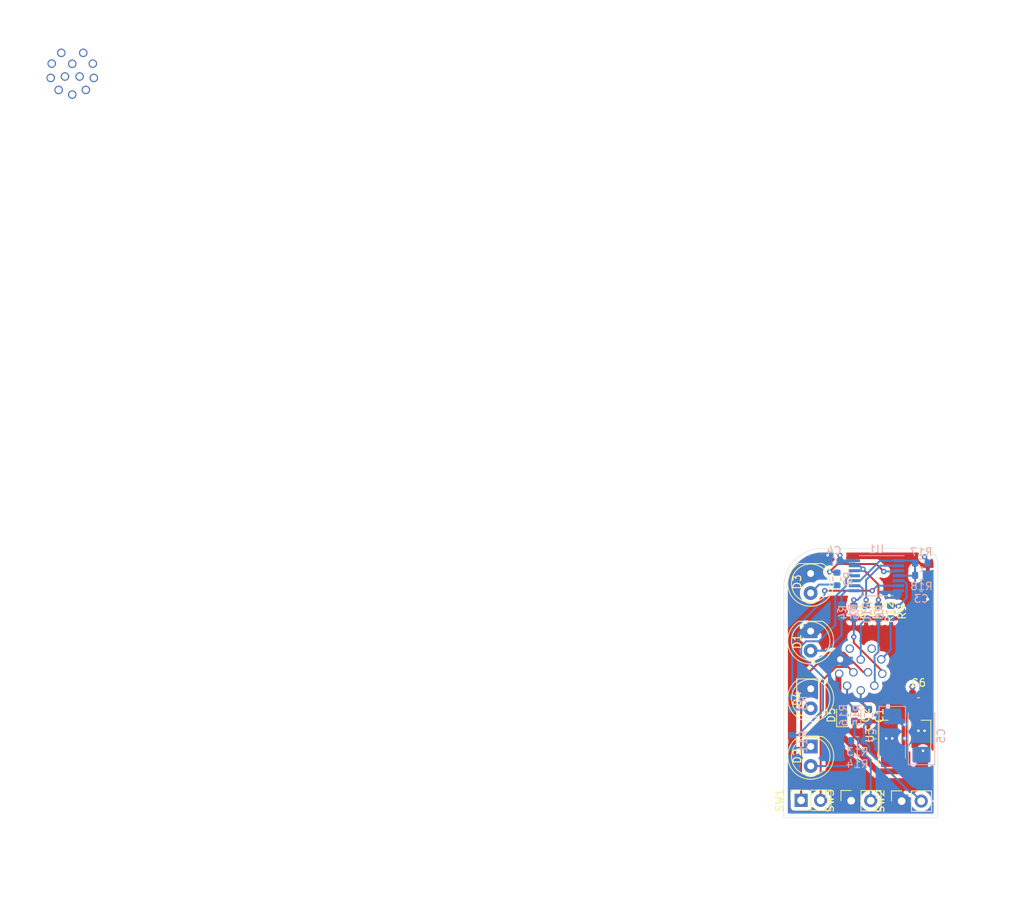
<source format=kicad_pcb>
(kicad_pcb (version 20171130) (host pcbnew "(5.1.12-1-10_14)")

  (general
    (thickness 1.6002)
    (drawings 14)
    (tracks 195)
    (zones 0)
    (modules 37)
    (nets 30)
  )

  (page A4)
  (layers
    (0 Front signal)
    (1 In1.Cu signal)
    (2 In2.Cu signal)
    (31 Back signal)
    (34 B.Paste user)
    (35 F.Paste user)
    (36 B.SilkS user hide)
    (37 F.SilkS user)
    (38 B.Mask user)
    (39 F.Mask user)
    (44 Edge.Cuts user)
    (45 Margin user)
    (46 B.CrtYd user)
    (47 F.CrtYd user)
    (49 F.Fab user hide)
  )

  (setup
    (last_trace_width 0.254)
    (user_trace_width 0.127)
    (user_trace_width 0.254)
    (user_trace_width 0.508)
    (user_trace_width 0.762)
    (trace_clearance 0.2)
    (zone_clearance 0.508)
    (zone_45_only no)
    (trace_min 0.0889)
    (via_size 0.8)
    (via_drill 0.4)
    (via_min_size 0.45)
    (via_min_drill 0.2)
    (user_via 0.6858 0.3302)
    (user_via 0.889 0.381)
    (uvia_size 0.3)
    (uvia_drill 0.1)
    (uvias_allowed no)
    (uvia_min_size 0.2)
    (uvia_min_drill 0.1)
    (edge_width 0.05)
    (segment_width 0.2)
    (pcb_text_width 0.3)
    (pcb_text_size 1.5 1.5)
    (mod_edge_width 0.12)
    (mod_text_size 1 1)
    (mod_text_width 0.15)
    (pad_size 3.5 3.5)
    (pad_drill 3)
    (pad_to_mask_clearance 0)
    (solder_mask_min_width 0.1016)
    (aux_axis_origin 0 0)
    (visible_elements FFFFFF7F)
    (pcbplotparams
      (layerselection 0x010fc_ffffffff)
      (usegerberextensions false)
      (usegerberattributes true)
      (usegerberadvancedattributes true)
      (creategerberjobfile true)
      (excludeedgelayer true)
      (linewidth 0.100000)
      (plotframeref false)
      (viasonmask false)
      (mode 1)
      (useauxorigin false)
      (hpglpennumber 1)
      (hpglpenspeed 20)
      (hpglpendiameter 15.000000)
      (psnegative false)
      (psa4output false)
      (plotreference true)
      (plotvalue true)
      (plotinvisibletext false)
      (padsonsilk false)
      (subtractmaskfromsilk false)
      (outputformat 1)
      (mirror false)
      (drillshape 1)
      (scaleselection 1)
      (outputdirectory ""))
  )

  (net 0 "")
  (net 1 GND)
  (net 2 BTN_TS)
  (net 3 BTN_R2D)
  (net 4 "Net-(D2-Pad1)")
  (net 5 IDM_LED)
  (net 6 "Net-(R3-Pad2)")
  (net 7 ASB_LED)
  (net 8 AMS_LED)
  (net 9 TSOFF_LED)
  (net 10 SDC_OUT)
  (net 11 SDC_IN)
  (net 12 "Net-(J1-Pad2)")
  (net 13 "Net-(J1-Pad1)")
  (net 14 "Net-(D1-Pad2)")
  (net 15 "Net-(D3-Pad2)")
  (net 16 +5V)
  (net 17 "Net-(D4-Pad2)")
  (net 18 +12V)
  (net 19 "Net-(R11-Pad2)")
  (net 20 "Net-(R1-Pad2)")
  (net 21 "Net-(R2-Pad2)")
  (net 22 CLK)
  (net 23 "Net-(R4-Pad1)")
  (net 24 "Net-(R10-Pad1)")
  (net 25 "Net-(R13-Pad2)")
  (net 26 "Net-(R14-Pad2)")
  (net 27 "Net-(C5-Pad1)")
  (net 28 "Net-(R5-Pad1)")
  (net 29 "Net-(R6-Pad1)")

  (net_class Default "This is the default net class."
    (clearance 0.2)
    (trace_width 0.25)
    (via_dia 0.8)
    (via_drill 0.4)
    (uvia_dia 0.3)
    (uvia_drill 0.1)
    (add_net +12V)
    (add_net +5V)
    (add_net AMS_LED)
    (add_net ASB_LED)
    (add_net BTN_R2D)
    (add_net BTN_TS)
    (add_net CLK)
    (add_net GND)
    (add_net IDM_LED)
    (add_net "Net-(C5-Pad1)")
    (add_net "Net-(D1-Pad2)")
    (add_net "Net-(D2-Pad1)")
    (add_net "Net-(D3-Pad2)")
    (add_net "Net-(D4-Pad2)")
    (add_net "Net-(J1-Pad1)")
    (add_net "Net-(J1-Pad2)")
    (add_net "Net-(R1-Pad2)")
    (add_net "Net-(R10-Pad1)")
    (add_net "Net-(R11-Pad2)")
    (add_net "Net-(R13-Pad2)")
    (add_net "Net-(R14-Pad2)")
    (add_net "Net-(R2-Pad2)")
    (add_net "Net-(R3-Pad2)")
    (add_net "Net-(R4-Pad1)")
    (add_net "Net-(R5-Pad1)")
    (add_net "Net-(R6-Pad1)")
    (add_net SDC_IN)
    (add_net SDC_OUT)
    (add_net TSOFF_LED)
  )

  (module Resistor_SMD:R_0603_1608Metric (layer Back) (tedit 5F68FEEE) (tstamp 61C26AD0)
    (at 110.4 65.4)
    (descr "Resistor SMD 0603 (1608 Metric), square (rectangular) end terminal, IPC_7351 nominal, (Body size source: IPC-SM-782 page 72, https://www.pcb-3d.com/wordpress/wp-content/uploads/ipc-sm-782a_amendment_1_and_2.pdf), generated with kicad-footprint-generator")
    (tags resistor)
    (path /61F87D7F)
    (attr smd)
    (fp_text reference R18 (at 0 1.43) (layer B.SilkS)
      (effects (font (size 1 1) (thickness 0.15)) (justify mirror))
    )
    (fp_text value 470k (at 0 -1.43) (layer B.Fab)
      (effects (font (size 1 1) (thickness 0.15)) (justify mirror))
    )
    (fp_line (start 1.48 -0.73) (end -1.48 -0.73) (layer B.CrtYd) (width 0.05))
    (fp_line (start 1.48 0.73) (end 1.48 -0.73) (layer B.CrtYd) (width 0.05))
    (fp_line (start -1.48 0.73) (end 1.48 0.73) (layer B.CrtYd) (width 0.05))
    (fp_line (start -1.48 -0.73) (end -1.48 0.73) (layer B.CrtYd) (width 0.05))
    (fp_line (start -0.237258 -0.5225) (end 0.237258 -0.5225) (layer B.SilkS) (width 0.12))
    (fp_line (start -0.237258 0.5225) (end 0.237258 0.5225) (layer B.SilkS) (width 0.12))
    (fp_line (start 0.8 -0.4125) (end -0.8 -0.4125) (layer B.Fab) (width 0.1))
    (fp_line (start 0.8 0.4125) (end 0.8 -0.4125) (layer B.Fab) (width 0.1))
    (fp_line (start -0.8 0.4125) (end 0.8 0.4125) (layer B.Fab) (width 0.1))
    (fp_line (start -0.8 -0.4125) (end -0.8 0.4125) (layer B.Fab) (width 0.1))
    (fp_text user %R (at 0 0) (layer B.Fab)
      (effects (font (size 0.4 0.4) (thickness 0.06)) (justify mirror))
    )
    (pad 2 smd roundrect (at 0.825 0) (size 0.8 0.95) (layers Back B.Paste B.Mask) (roundrect_rratio 0.25)
      (net 1 GND))
    (pad 1 smd roundrect (at -0.825 0) (size 0.8 0.95) (layers Back B.Paste B.Mask) (roundrect_rratio 0.25)
      (net 22 CLK))
    (model ${KISYS3DMOD}/Resistor_SMD.3dshapes/R_0603_1608Metric.wrl
      (at (xyz 0 0 0))
      (scale (xyz 1 1 1))
      (rotate (xyz 0 0 0))
    )
  )

  (module Resistor_SMD:R_0603_1608Metric (layer Back) (tedit 5F68FEEE) (tstamp 61C2F178)
    (at 101.7 83.575 270)
    (descr "Resistor SMD 0603 (1608 Metric), square (rectangular) end terminal, IPC_7351 nominal, (Body size source: IPC-SM-782 page 72, https://www.pcb-3d.com/wordpress/wp-content/uploads/ipc-sm-782a_amendment_1_and_2.pdf), generated with kicad-footprint-generator")
    (tags resistor)
    (path /621DAEF1)
    (attr smd)
    (fp_text reference R16 (at 0 1.43 270) (layer B.SilkS)
      (effects (font (size 1 1) (thickness 0.15)) (justify mirror))
    )
    (fp_text value 10k (at 0 -1.43 270) (layer B.Fab)
      (effects (font (size 1 1) (thickness 0.15)) (justify mirror))
    )
    (fp_line (start 1.48 -0.73) (end -1.48 -0.73) (layer B.CrtYd) (width 0.05))
    (fp_line (start 1.48 0.73) (end 1.48 -0.73) (layer B.CrtYd) (width 0.05))
    (fp_line (start -1.48 0.73) (end 1.48 0.73) (layer B.CrtYd) (width 0.05))
    (fp_line (start -1.48 -0.73) (end -1.48 0.73) (layer B.CrtYd) (width 0.05))
    (fp_line (start -0.237258 -0.5225) (end 0.237258 -0.5225) (layer B.SilkS) (width 0.12))
    (fp_line (start -0.237258 0.5225) (end 0.237258 0.5225) (layer B.SilkS) (width 0.12))
    (fp_line (start 0.8 -0.4125) (end -0.8 -0.4125) (layer B.Fab) (width 0.1))
    (fp_line (start 0.8 0.4125) (end 0.8 -0.4125) (layer B.Fab) (width 0.1))
    (fp_line (start -0.8 0.4125) (end 0.8 0.4125) (layer B.Fab) (width 0.1))
    (fp_line (start -0.8 -0.4125) (end -0.8 0.4125) (layer B.Fab) (width 0.1))
    (fp_text user %R (at 0 0 270) (layer B.Fab)
      (effects (font (size 0.4 0.4) (thickness 0.06)) (justify mirror))
    )
    (pad 2 smd roundrect (at 0.825 0 270) (size 0.8 0.95) (layers Back B.Paste B.Mask) (roundrect_rratio 0.25)
      (net 26 "Net-(R14-Pad2)"))
    (pad 1 smd roundrect (at -0.825 0 270) (size 0.8 0.95) (layers Back B.Paste B.Mask) (roundrect_rratio 0.25)
      (net 3 BTN_R2D))
    (model ${KISYS3DMOD}/Resistor_SMD.3dshapes/R_0603_1608Metric.wrl
      (at (xyz 0 0 0))
      (scale (xyz 1 1 1))
      (rotate (xyz 0 0 0))
    )
  )

  (module Resistor_SMD:R_0603_1608Metric (layer Back) (tedit 5F68FEEE) (tstamp 61C35A2C)
    (at 103.5 83.575 270)
    (descr "Resistor SMD 0603 (1608 Metric), square (rectangular) end terminal, IPC_7351 nominal, (Body size source: IPC-SM-782 page 72, https://www.pcb-3d.com/wordpress/wp-content/uploads/ipc-sm-782a_amendment_1_and_2.pdf), generated with kicad-footprint-generator")
    (tags resistor)
    (path /621DA262)
    (attr smd)
    (fp_text reference R15 (at 0 1.43 270) (layer B.SilkS)
      (effects (font (size 1 1) (thickness 0.15)) (justify mirror))
    )
    (fp_text value 10k (at 0 -1.43 270) (layer B.Fab)
      (effects (font (size 1 1) (thickness 0.15)) (justify mirror))
    )
    (fp_line (start 1.48 -0.73) (end -1.48 -0.73) (layer B.CrtYd) (width 0.05))
    (fp_line (start 1.48 0.73) (end 1.48 -0.73) (layer B.CrtYd) (width 0.05))
    (fp_line (start -1.48 0.73) (end 1.48 0.73) (layer B.CrtYd) (width 0.05))
    (fp_line (start -1.48 -0.73) (end -1.48 0.73) (layer B.CrtYd) (width 0.05))
    (fp_line (start -0.237258 -0.5225) (end 0.237258 -0.5225) (layer B.SilkS) (width 0.12))
    (fp_line (start -0.237258 0.5225) (end 0.237258 0.5225) (layer B.SilkS) (width 0.12))
    (fp_line (start 0.8 -0.4125) (end -0.8 -0.4125) (layer B.Fab) (width 0.1))
    (fp_line (start 0.8 0.4125) (end 0.8 -0.4125) (layer B.Fab) (width 0.1))
    (fp_line (start -0.8 0.4125) (end 0.8 0.4125) (layer B.Fab) (width 0.1))
    (fp_line (start -0.8 -0.4125) (end -0.8 0.4125) (layer B.Fab) (width 0.1))
    (fp_text user %R (at 0 0 270) (layer B.Fab)
      (effects (font (size 0.4 0.4) (thickness 0.06)) (justify mirror))
    )
    (pad 2 smd roundrect (at 0.825 0 270) (size 0.8 0.95) (layers Back B.Paste B.Mask) (roundrect_rratio 0.25)
      (net 25 "Net-(R13-Pad2)"))
    (pad 1 smd roundrect (at -0.825 0 270) (size 0.8 0.95) (layers Back B.Paste B.Mask) (roundrect_rratio 0.25)
      (net 2 BTN_TS))
    (model ${KISYS3DMOD}/Resistor_SMD.3dshapes/R_0603_1608Metric.wrl
      (at (xyz 0 0 0))
      (scale (xyz 1 1 1))
      (rotate (xyz 0 0 0))
    )
  )

  (module Diode_SMD:D_0603_1608Metric (layer Front) (tedit 5F68FEF0) (tstamp 61C2C25C)
    (at 100.1 83.5875 90)
    (descr "Diode SMD 0603 (1608 Metric), square (rectangular) end terminal, IPC_7351 nominal, (Body size source: http://www.tortai-tech.com/upload/download/2011102023233369053.pdf), generated with kicad-footprint-generator")
    (tags diode)
    (path /621028E0)
    (attr smd)
    (fp_text reference D5 (at 0 -1.43 90) (layer F.SilkS)
      (effects (font (size 1 1) (thickness 0.15)))
    )
    (fp_text value D_Schottky (at 0 1.43 90) (layer F.Fab)
      (effects (font (size 1 1) (thickness 0.15)))
    )
    (fp_line (start 1.48 0.73) (end -1.48 0.73) (layer F.CrtYd) (width 0.05))
    (fp_line (start 1.48 -0.73) (end 1.48 0.73) (layer F.CrtYd) (width 0.05))
    (fp_line (start -1.48 -0.73) (end 1.48 -0.73) (layer F.CrtYd) (width 0.05))
    (fp_line (start -1.48 0.73) (end -1.48 -0.73) (layer F.CrtYd) (width 0.05))
    (fp_line (start -1.485 0.735) (end 0.8 0.735) (layer F.SilkS) (width 0.12))
    (fp_line (start -1.485 -0.735) (end -1.485 0.735) (layer F.SilkS) (width 0.12))
    (fp_line (start 0.8 -0.735) (end -1.485 -0.735) (layer F.SilkS) (width 0.12))
    (fp_line (start 0.8 0.4) (end 0.8 -0.4) (layer F.Fab) (width 0.1))
    (fp_line (start -0.8 0.4) (end 0.8 0.4) (layer F.Fab) (width 0.1))
    (fp_line (start -0.8 -0.1) (end -0.8 0.4) (layer F.Fab) (width 0.1))
    (fp_line (start -0.5 -0.4) (end -0.8 -0.1) (layer F.Fab) (width 0.1))
    (fp_line (start 0.8 -0.4) (end -0.5 -0.4) (layer F.Fab) (width 0.1))
    (fp_text user %R (at 0 0 90) (layer F.Fab)
      (effects (font (size 0.4 0.4) (thickness 0.06)))
    )
    (pad 2 smd roundrect (at 0.7875 0 90) (size 0.875 0.95) (layers Front F.Paste F.Mask) (roundrect_rratio 0.25)
      (net 18 +12V))
    (pad 1 smd roundrect (at -0.7875 0 90) (size 0.875 0.95) (layers Front F.Paste F.Mask) (roundrect_rratio 0.25)
      (net 27 "Net-(C5-Pad1)"))
    (model ${KISYS3DMOD}/Diode_SMD.3dshapes/D_0603_1608Metric.wrl
      (at (xyz 0 0 0))
      (scale (xyz 1 1 1))
      (rotate (xyz 0 0 0))
    )
  )

  (module Capacitor_SMD:C_0603_1608Metric (layer Front) (tedit 5F68FEEE) (tstamp 61C2F088)
    (at 101.7 83.575 270)
    (descr "Capacitor SMD 0603 (1608 Metric), square (rectangular) end terminal, IPC_7351 nominal, (Body size source: IPC-SM-782 page 76, https://www.pcb-3d.com/wordpress/wp-content/uploads/ipc-sm-782a_amendment_1_and_2.pdf), generated with kicad-footprint-generator")
    (tags capacitor)
    (path /61CD0781)
    (attr smd)
    (fp_text reference C2 (at 0 -1.43 90) (layer F.SilkS)
      (effects (font (size 1 1) (thickness 0.15)))
    )
    (fp_text value 100n (at 0 1.43 90) (layer F.Fab)
      (effects (font (size 1 1) (thickness 0.15)))
    )
    (fp_line (start 1.48 0.73) (end -1.48 0.73) (layer F.CrtYd) (width 0.05))
    (fp_line (start 1.48 -0.73) (end 1.48 0.73) (layer F.CrtYd) (width 0.05))
    (fp_line (start -1.48 -0.73) (end 1.48 -0.73) (layer F.CrtYd) (width 0.05))
    (fp_line (start -1.48 0.73) (end -1.48 -0.73) (layer F.CrtYd) (width 0.05))
    (fp_line (start -0.14058 0.51) (end 0.14058 0.51) (layer F.SilkS) (width 0.12))
    (fp_line (start -0.14058 -0.51) (end 0.14058 -0.51) (layer F.SilkS) (width 0.12))
    (fp_line (start 0.8 0.4) (end -0.8 0.4) (layer F.Fab) (width 0.1))
    (fp_line (start 0.8 -0.4) (end 0.8 0.4) (layer F.Fab) (width 0.1))
    (fp_line (start -0.8 -0.4) (end 0.8 -0.4) (layer F.Fab) (width 0.1))
    (fp_line (start -0.8 0.4) (end -0.8 -0.4) (layer F.Fab) (width 0.1))
    (fp_text user %R (at 0 0 90) (layer F.Fab)
      (effects (font (size 0.4 0.4) (thickness 0.06)))
    )
    (pad 2 smd roundrect (at 0.775 0 270) (size 0.9 0.95) (layers Front F.Paste F.Mask) (roundrect_rratio 0.25)
      (net 1 GND))
    (pad 1 smd roundrect (at -0.775 0 270) (size 0.9 0.95) (layers Front F.Paste F.Mask) (roundrect_rratio 0.25)
      (net 3 BTN_R2D))
    (model ${KISYS3DMOD}/Capacitor_SMD.3dshapes/C_0603_1608Metric.wrl
      (at (xyz 0 0 0))
      (scale (xyz 1 1 1))
      (rotate (xyz 0 0 0))
    )
  )

  (module Capacitor_SMD:C_0603_1608Metric (layer Front) (tedit 5F68FEEE) (tstamp 61C359FC)
    (at 103.5 83.625 270)
    (descr "Capacitor SMD 0603 (1608 Metric), square (rectangular) end terminal, IPC_7351 nominal, (Body size source: IPC-SM-782 page 76, https://www.pcb-3d.com/wordpress/wp-content/uploads/ipc-sm-782a_amendment_1_and_2.pdf), generated with kicad-footprint-generator")
    (tags capacitor)
    (path /61CBE100)
    (attr smd)
    (fp_text reference C1 (at 0 -1.43 90) (layer F.SilkS)
      (effects (font (size 1 1) (thickness 0.15)))
    )
    (fp_text value 100n (at 0 1.43 90) (layer F.Fab)
      (effects (font (size 1 1) (thickness 0.15)))
    )
    (fp_line (start 1.48 0.73) (end -1.48 0.73) (layer F.CrtYd) (width 0.05))
    (fp_line (start 1.48 -0.73) (end 1.48 0.73) (layer F.CrtYd) (width 0.05))
    (fp_line (start -1.48 -0.73) (end 1.48 -0.73) (layer F.CrtYd) (width 0.05))
    (fp_line (start -1.48 0.73) (end -1.48 -0.73) (layer F.CrtYd) (width 0.05))
    (fp_line (start -0.14058 0.51) (end 0.14058 0.51) (layer F.SilkS) (width 0.12))
    (fp_line (start -0.14058 -0.51) (end 0.14058 -0.51) (layer F.SilkS) (width 0.12))
    (fp_line (start 0.8 0.4) (end -0.8 0.4) (layer F.Fab) (width 0.1))
    (fp_line (start 0.8 -0.4) (end 0.8 0.4) (layer F.Fab) (width 0.1))
    (fp_line (start -0.8 -0.4) (end 0.8 -0.4) (layer F.Fab) (width 0.1))
    (fp_line (start -0.8 0.4) (end -0.8 -0.4) (layer F.Fab) (width 0.1))
    (fp_text user %R (at 0 0 90) (layer F.Fab)
      (effects (font (size 0.4 0.4) (thickness 0.06)))
    )
    (pad 2 smd roundrect (at 0.775 0 270) (size 0.9 0.95) (layers Front F.Paste F.Mask) (roundrect_rratio 0.25)
      (net 1 GND))
    (pad 1 smd roundrect (at -0.775 0 270) (size 0.9 0.95) (layers Front F.Paste F.Mask) (roundrect_rratio 0.25)
      (net 2 BTN_TS))
    (model ${KISYS3DMOD}/Capacitor_SMD.3dshapes/C_0603_1608Metric.wrl
      (at (xyz 0 0 0))
      (scale (xyz 1 1 1))
      (rotate (xyz 0 0 0))
    )
  )

  (module Connector:Binder_M12-A_12P_Female_NoSilk (layer Back) (tedit 61C2489B) (tstamp 61C2FFCB)
    (at 102.5 77.45 180)
    (path /61D01013)
    (fp_text reference J1 (at 0 10.045) (layer B.SilkS) hide
      (effects (font (size 1 1) (thickness 0.15)) (justify mirror))
    )
    (fp_text value Conn_01x12_Male (at 0 -10.045) (layer B.Fab) hide
      (effects (font (size 1 1) (thickness 0.15)) (justify mirror))
    )
    (fp_arc (start 0 3.7) (end -0.6 3.7) (angle 180) (layer B.Fab) (width 0.12))
    (fp_circle (center 0 0) (end 9 0) (layer Dwgs.User) (width 0.1))
    (fp_circle (center 0 0) (end 9.37 0) (layer Dwgs.User) (width 0.05))
    (fp_circle (center 0 0.1) (end 0 4.2) (layer B.Fab) (width 0.12))
    (fp_line (start 0.6 3.7) (end 0.6 4.1) (layer B.Fab) (width 0.12))
    (fp_line (start -0.6 3.7) (end -0.6 4.1) (layer B.Fab) (width 0.12))
    (pad 9 thru_hole circle (at -2.672 1.127 180) (size 1.1 1.1) (drill 0.8) (layers *.Cu *.Mask)
      (net 7 ASB_LED))
    (pad 8 thru_hole circle (at -2.804 -0.738 180) (size 1.1 1.1) (drill 0.8) (layers *.Cu *.Mask)
      (net 8 AMS_LED))
    (pad 7 thru_hole circle (at -1.77 -2.297 180) (size 1.1 1.1) (drill 0.8) (layers *.Cu *.Mask)
      (net 9 TSOFF_LED))
    (pad 6 thru_hole circle (at 0 -2.9 180) (size 1.1 1.1) (drill 0.8) (layers *.Cu *.Mask)
      (net 2 BTN_TS))
    (pad 5 thru_hole circle (at 1.77 -2.297 180) (size 1.1 1.1) (drill 0.8) (layers *.Cu *.Mask)
      (net 3 BTN_R2D))
    (pad 4 thru_hole circle (at 2.804 -0.738 180) (size 1.1 1.1) (drill 0.8) (layers *.Cu *.Mask)
      (net 18 +12V))
    (pad 3 thru_hole circle (at 2.672 1.127 180) (size 1.1 1.1) (drill 0.8) (layers *.Cu *.Mask)
      (net 1 GND))
    (pad 2 thru_hole circle (at 1.428 2.524 180) (size 1.1 1.1) (drill 0.8) (layers *.Cu *.Mask)
      (net 12 "Net-(J1-Pad2)"))
    (pad 1 thru_hole circle (at -1.428 2.524 180) (size 1.1 1.1) (drill 0.8) (layers *.Cu *.Mask)
      (net 13 "Net-(J1-Pad1)"))
    (pad 12 thru_hole circle (at -0.952627 -0.55 180) (size 1.1 1.1) (drill 0.8) (layers *.Cu *.Mask)
      (net 11 SDC_IN))
    (pad 11 thru_hole circle (at 0.952627 -0.549999 180) (size 1.1 1.1) (drill 0.8) (layers *.Cu *.Mask)
      (net 10 SDC_OUT))
    (pad 10 thru_hole circle (at 0 1.1 180) (size 1.1 1.1) (drill 0.8) (layers *.Cu *.Mask)
      (net 5 IDM_LED))
    (model ${KIPRJMOD}/packages3d/Binder.3dshapes/Binder_M12-A_12P_Female_86_0532_1120.stp
      (offset (xyz 0 0 23))
      (scale (xyz 1 1 1))
      (rotate (xyz 0 -90 90))
    )
  )

  (module Connector:Binder_M12-A_12P_Female_NoSilk (layer Front) (tedit 61C24782) (tstamp 61C25310)
    (at 0 0)
    (fp_text reference J2 (at 0 -10.045) (layer F.SilkS) hide
      (effects (font (size 1 1) (thickness 0.15)))
    )
    (fp_text value Binder-M12-12P (at 0 10.045) (layer F.Fab) hide
      (effects (font (size 1 1) (thickness 0.15)))
    )
    (fp_circle (center 0 0) (end 9 0) (layer Dwgs.User) (width 0.1))
    (fp_circle (center 0 0) (end 0 9.37) (layer F.CrtYd) (width 0.05))
    (fp_circle (center 0 -0.1) (end 0 -4.2) (layer F.Fab) (width 0.12))
    (fp_line (start 0.6 -3.7) (end 0.6 -4.1) (layer F.Fab) (width 0.12))
    (fp_line (start -0.6 -3.7) (end -0.6 -4.1) (layer F.Fab) (width 0.12))
    (fp_arc (start 0 -3.7) (end -0.6 -3.7) (angle -180) (layer F.Fab) (width 0.12))
    (pad 10 thru_hole circle (at 0 -1.1) (size 1.1 1.1) (drill 0.8) (layers *.Cu *.Mask))
    (pad 11 thru_hole circle (at 0.952627 0.549999) (size 1.1 1.1) (drill 0.8) (layers *.Cu *.Mask))
    (pad 12 thru_hole circle (at -0.952627 0.55) (size 1.1 1.1) (drill 0.8) (layers *.Cu *.Mask))
    (pad 1 thru_hole circle (at -1.428 -2.524) (size 1.1 1.1) (drill 0.8) (layers *.Cu *.Mask))
    (pad 2 thru_hole circle (at 1.428 -2.524) (size 1.1 1.1) (drill 0.8) (layers *.Cu *.Mask))
    (pad 3 thru_hole circle (at 2.672 -1.127) (size 1.1 1.1) (drill 0.8) (layers *.Cu *.Mask))
    (pad 4 thru_hole circle (at 2.804 0.738) (size 1.1 1.1) (drill 0.8) (layers *.Cu *.Mask))
    (pad 5 thru_hole circle (at 1.77 2.297) (size 1.1 1.1) (drill 0.8) (layers *.Cu *.Mask))
    (pad 6 thru_hole circle (at 0 2.9) (size 1.1 1.1) (drill 0.8) (layers *.Cu *.Mask))
    (pad 7 thru_hole circle (at -1.77 2.297) (size 1.1 1.1) (drill 0.8) (layers *.Cu *.Mask))
    (pad 8 thru_hole circle (at -2.804 0.738) (size 1.1 1.1) (drill 0.8) (layers *.Cu *.Mask))
    (pad 9 thru_hole circle (at -2.672 -1.127) (size 1.1 1.1) (drill 0.8) (layers *.Cu *.Mask))
    (model ${KIPRJMOD}/packages3d/Binder.3dshapes/Binder_M12-A_12P_Female_86_0532_1120.stp
      (offset (xyz 0 0 23))
      (scale (xyz 1 1 1))
      (rotate (xyz 0 -90 90))
    )
  )

  (module Package_TO_SOT_SMD:SOT-223-3_TabPin2 (layer Front) (tedit 5A02FF57) (tstamp 61C352A0)
    (at 108.2 86.15 90)
    (descr "module CMS SOT223 4 pins")
    (tags "CMS SOT")
    (path /61E7CB2D)
    (attr smd)
    (fp_text reference U3 (at 0 -4.5 90) (layer F.SilkS)
      (effects (font (size 1 1) (thickness 0.15)))
    )
    (fp_text value AMS1117-5.0 (at 0 4.5 90) (layer F.Fab)
      (effects (font (size 1 1) (thickness 0.15)))
    )
    (fp_line (start 1.85 -3.35) (end 1.85 3.35) (layer F.Fab) (width 0.1))
    (fp_line (start -1.85 3.35) (end 1.85 3.35) (layer F.Fab) (width 0.1))
    (fp_line (start -4.1 -3.41) (end 1.91 -3.41) (layer F.SilkS) (width 0.12))
    (fp_line (start -0.85 -3.35) (end 1.85 -3.35) (layer F.Fab) (width 0.1))
    (fp_line (start -1.85 3.41) (end 1.91 3.41) (layer F.SilkS) (width 0.12))
    (fp_line (start -1.85 -2.35) (end -1.85 3.35) (layer F.Fab) (width 0.1))
    (fp_line (start -1.85 -2.35) (end -0.85 -3.35) (layer F.Fab) (width 0.1))
    (fp_line (start -4.4 -3.6) (end -4.4 3.6) (layer F.CrtYd) (width 0.05))
    (fp_line (start -4.4 3.6) (end 4.4 3.6) (layer F.CrtYd) (width 0.05))
    (fp_line (start 4.4 3.6) (end 4.4 -3.6) (layer F.CrtYd) (width 0.05))
    (fp_line (start 4.4 -3.6) (end -4.4 -3.6) (layer F.CrtYd) (width 0.05))
    (fp_line (start 1.91 -3.41) (end 1.91 -2.15) (layer F.SilkS) (width 0.12))
    (fp_line (start 1.91 3.41) (end 1.91 2.15) (layer F.SilkS) (width 0.12))
    (fp_text user %R (at 0 0) (layer F.Fab)
      (effects (font (size 0.8 0.8) (thickness 0.12)))
    )
    (pad 1 smd rect (at -3.15 -2.3 90) (size 2 1.5) (layers Front F.Paste F.Mask)
      (net 1 GND))
    (pad 3 smd rect (at -3.15 2.3 90) (size 2 1.5) (layers Front F.Paste F.Mask)
      (net 27 "Net-(C5-Pad1)"))
    (pad 2 smd rect (at -3.15 0 90) (size 2 1.5) (layers Front F.Paste F.Mask)
      (net 16 +5V))
    (pad 2 smd rect (at 3.15 0 90) (size 2 3.8) (layers Front F.Paste F.Mask)
      (net 16 +5V))
    (model ${KISYS3DMOD}/Package_TO_SOT_SMD.3dshapes/SOT-223.wrl
      (at (xyz 0 0 0))
      (scale (xyz 1 1 1))
      (rotate (xyz 0 0 0))
    )
  )

  (module Capacitor_Tantalum_SMD:CP_EIA-6032-28_Kemet-C (layer Back) (tedit 5EBA9318) (tstamp 61C35D24)
    (at 106.6 86.2 270)
    (descr "Tantalum Capacitor SMD Kemet-C (6032-28 Metric), IPC_7351 nominal, (Body size from: http://www.kemet.com/Lists/ProductCatalog/Attachments/253/KEM_TC101_STD.pdf), generated with kicad-footprint-generator")
    (tags "capacitor tantalum")
    (path /61E7FDDE)
    (attr smd)
    (fp_text reference C7 (at 0 2.55 270) (layer B.SilkS)
      (effects (font (size 1 1) (thickness 0.15)) (justify mirror))
    )
    (fp_text value 22u (at 0 -2.55 270) (layer B.Fab)
      (effects (font (size 1 1) (thickness 0.15)) (justify mirror))
    )
    (fp_line (start 3.75 -1.85) (end -3.75 -1.85) (layer B.CrtYd) (width 0.05))
    (fp_line (start 3.75 1.85) (end 3.75 -1.85) (layer B.CrtYd) (width 0.05))
    (fp_line (start -3.75 1.85) (end 3.75 1.85) (layer B.CrtYd) (width 0.05))
    (fp_line (start -3.75 -1.85) (end -3.75 1.85) (layer B.CrtYd) (width 0.05))
    (fp_line (start -3.76 -1.71) (end 3 -1.71) (layer B.SilkS) (width 0.12))
    (fp_line (start -3.76 1.71) (end -3.76 -1.71) (layer B.SilkS) (width 0.12))
    (fp_line (start 3 1.71) (end -3.76 1.71) (layer B.SilkS) (width 0.12))
    (fp_line (start 3 -1.6) (end 3 1.6) (layer B.Fab) (width 0.1))
    (fp_line (start -3 -1.6) (end 3 -1.6) (layer B.Fab) (width 0.1))
    (fp_line (start -3 0.8) (end -3 -1.6) (layer B.Fab) (width 0.1))
    (fp_line (start -2.2 1.6) (end -3 0.8) (layer B.Fab) (width 0.1))
    (fp_line (start 3 1.6) (end -2.2 1.6) (layer B.Fab) (width 0.1))
    (fp_text user %R (at 0 0 270) (layer B.Fab)
      (effects (font (size 1 1) (thickness 0.15)) (justify mirror))
    )
    (pad 2 smd roundrect (at 2.4625 0 270) (size 2.075 2.35) (layers Back B.Paste B.Mask) (roundrect_rratio 0.120482)
      (net 1 GND))
    (pad 1 smd roundrect (at -2.4625 0 270) (size 2.075 2.35) (layers Back B.Paste B.Mask) (roundrect_rratio 0.120482)
      (net 16 +5V))
    (model ${KISYS3DMOD}/Capacitor_Tantalum_SMD.3dshapes/CP_EIA-6032-28_Kemet-C.wrl
      (at (xyz 0 0 0))
      (scale (xyz 1 1 1))
      (rotate (xyz 0 0 0))
    )
  )

  (module Capacitor_SMD:C_0603_1608Metric (layer Front) (tedit 5F68FEEE) (tstamp 61C35310)
    (at 110 80.8)
    (descr "Capacitor SMD 0603 (1608 Metric), square (rectangular) end terminal, IPC_7351 nominal, (Body size source: IPC-SM-782 page 76, https://www.pcb-3d.com/wordpress/wp-content/uploads/ipc-sm-782a_amendment_1_and_2.pdf), generated with kicad-footprint-generator")
    (tags capacitor)
    (path /61E90D84)
    (attr smd)
    (fp_text reference C6 (at 0 -1.43) (layer F.SilkS)
      (effects (font (size 1 1) (thickness 0.15)))
    )
    (fp_text value 100n (at 0 1.43) (layer F.Fab)
      (effects (font (size 1 1) (thickness 0.15)))
    )
    (fp_line (start 1.48 0.73) (end -1.48 0.73) (layer F.CrtYd) (width 0.05))
    (fp_line (start 1.48 -0.73) (end 1.48 0.73) (layer F.CrtYd) (width 0.05))
    (fp_line (start -1.48 -0.73) (end 1.48 -0.73) (layer F.CrtYd) (width 0.05))
    (fp_line (start -1.48 0.73) (end -1.48 -0.73) (layer F.CrtYd) (width 0.05))
    (fp_line (start -0.14058 0.51) (end 0.14058 0.51) (layer F.SilkS) (width 0.12))
    (fp_line (start -0.14058 -0.51) (end 0.14058 -0.51) (layer F.SilkS) (width 0.12))
    (fp_line (start 0.8 0.4) (end -0.8 0.4) (layer F.Fab) (width 0.1))
    (fp_line (start 0.8 -0.4) (end 0.8 0.4) (layer F.Fab) (width 0.1))
    (fp_line (start -0.8 -0.4) (end 0.8 -0.4) (layer F.Fab) (width 0.1))
    (fp_line (start -0.8 0.4) (end -0.8 -0.4) (layer F.Fab) (width 0.1))
    (fp_text user %R (at 0 0) (layer F.Fab)
      (effects (font (size 0.4 0.4) (thickness 0.06)))
    )
    (pad 2 smd roundrect (at 0.775 0) (size 0.9 0.95) (layers Front F.Paste F.Mask) (roundrect_rratio 0.25)
      (net 1 GND))
    (pad 1 smd roundrect (at -0.775 0) (size 0.9 0.95) (layers Front F.Paste F.Mask) (roundrect_rratio 0.25)
      (net 16 +5V))
    (model ${KISYS3DMOD}/Capacitor_SMD.3dshapes/C_0603_1608Metric.wrl
      (at (xyz 0 0 0))
      (scale (xyz 1 1 1))
      (rotate (xyz 0 0 0))
    )
  )

  (module Capacitor_Tantalum_SMD:CP_EIA-6032-28_Kemet-C (layer Back) (tedit 5EBA9318) (tstamp 61C35267)
    (at 110.4 86.2625 90)
    (descr "Tantalum Capacitor SMD Kemet-C (6032-28 Metric), IPC_7351 nominal, (Body size from: http://www.kemet.com/Lists/ProductCatalog/Attachments/253/KEM_TC101_STD.pdf), generated with kicad-footprint-generator")
    (tags "capacitor tantalum")
    (path /61E7EFC9)
    (attr smd)
    (fp_text reference C5 (at 0 2.55 270) (layer B.SilkS)
      (effects (font (size 1 1) (thickness 0.15)) (justify mirror))
    )
    (fp_text value 22u (at 0 -2.55 270) (layer B.Fab)
      (effects (font (size 1 1) (thickness 0.15)) (justify mirror))
    )
    (fp_line (start 3.75 -1.85) (end -3.75 -1.85) (layer B.CrtYd) (width 0.05))
    (fp_line (start 3.75 1.85) (end 3.75 -1.85) (layer B.CrtYd) (width 0.05))
    (fp_line (start -3.75 1.85) (end 3.75 1.85) (layer B.CrtYd) (width 0.05))
    (fp_line (start -3.75 -1.85) (end -3.75 1.85) (layer B.CrtYd) (width 0.05))
    (fp_line (start -3.76 -1.71) (end 3 -1.71) (layer B.SilkS) (width 0.12))
    (fp_line (start -3.76 1.71) (end -3.76 -1.71) (layer B.SilkS) (width 0.12))
    (fp_line (start 3 1.71) (end -3.76 1.71) (layer B.SilkS) (width 0.12))
    (fp_line (start 3 -1.6) (end 3 1.6) (layer B.Fab) (width 0.1))
    (fp_line (start -3 -1.6) (end 3 -1.6) (layer B.Fab) (width 0.1))
    (fp_line (start -3 0.8) (end -3 -1.6) (layer B.Fab) (width 0.1))
    (fp_line (start -2.2 1.6) (end -3 0.8) (layer B.Fab) (width 0.1))
    (fp_line (start 3 1.6) (end -2.2 1.6) (layer B.Fab) (width 0.1))
    (fp_text user %R (at 0 0 270) (layer B.Fab)
      (effects (font (size 1 1) (thickness 0.15)) (justify mirror))
    )
    (pad 2 smd roundrect (at 2.4625 0 90) (size 2.075 2.35) (layers Back B.Paste B.Mask) (roundrect_rratio 0.120482)
      (net 1 GND))
    (pad 1 smd roundrect (at -2.4625 0 90) (size 2.075 2.35) (layers Back B.Paste B.Mask) (roundrect_rratio 0.120482)
      (net 27 "Net-(C5-Pad1)"))
    (model ${KISYS3DMOD}/Capacitor_Tantalum_SMD.3dshapes/CP_EIA-6032-28_Kemet-C.wrl
      (at (xyz 0 0 0))
      (scale (xyz 1 1 1))
      (rotate (xyz 0 0 0))
    )
  )

  (module Capacitor_SMD:C_0603_1608Metric (layer Back) (tedit 5F68FEEE) (tstamp 61C2D0AA)
    (at 110.375 67)
    (descr "Capacitor SMD 0603 (1608 Metric), square (rectangular) end terminal, IPC_7351 nominal, (Body size source: IPC-SM-782 page 76, https://www.pcb-3d.com/wordpress/wp-content/uploads/ipc-sm-782a_amendment_1_and_2.pdf), generated with kicad-footprint-generator")
    (tags capacitor)
    (path /61F87D85)
    (attr smd)
    (fp_text reference C3 (at 0 1.43) (layer B.SilkS)
      (effects (font (size 1 1) (thickness 0.15)) (justify mirror))
    )
    (fp_text value 20u (at 0 -1.43) (layer B.Fab)
      (effects (font (size 1 1) (thickness 0.15)) (justify mirror))
    )
    (fp_line (start 1.48 -0.73) (end -1.48 -0.73) (layer B.CrtYd) (width 0.05))
    (fp_line (start 1.48 0.73) (end 1.48 -0.73) (layer B.CrtYd) (width 0.05))
    (fp_line (start -1.48 0.73) (end 1.48 0.73) (layer B.CrtYd) (width 0.05))
    (fp_line (start -1.48 -0.73) (end -1.48 0.73) (layer B.CrtYd) (width 0.05))
    (fp_line (start -0.14058 -0.51) (end 0.14058 -0.51) (layer B.SilkS) (width 0.12))
    (fp_line (start -0.14058 0.51) (end 0.14058 0.51) (layer B.SilkS) (width 0.12))
    (fp_line (start 0.8 -0.4) (end -0.8 -0.4) (layer B.Fab) (width 0.1))
    (fp_line (start 0.8 0.4) (end 0.8 -0.4) (layer B.Fab) (width 0.1))
    (fp_line (start -0.8 0.4) (end 0.8 0.4) (layer B.Fab) (width 0.1))
    (fp_line (start -0.8 -0.4) (end -0.8 0.4) (layer B.Fab) (width 0.1))
    (fp_text user %R (at 0 0) (layer B.Fab)
      (effects (font (size 0.4 0.4) (thickness 0.06)) (justify mirror))
    )
    (pad 2 smd roundrect (at 0.775 0) (size 0.9 0.95) (layers Back B.Paste B.Mask) (roundrect_rratio 0.25)
      (net 1 GND))
    (pad 1 smd roundrect (at -0.775 0) (size 0.9 0.95) (layers Back B.Paste B.Mask) (roundrect_rratio 0.25)
      (net 22 CLK))
    (model ${KISYS3DMOD}/Capacitor_SMD.3dshapes/C_0603_1608Metric.wrl
      (at (xyz 0 0 0))
      (scale (xyz 1 1 1))
      (rotate (xyz 0 0 0))
    )
  )

  (module Resistor_SMD:R_0603_1608Metric (layer Back) (tedit 5F68FEEE) (tstamp 61C30328)
    (at 104.8 70.225 270)
    (descr "Resistor SMD 0603 (1608 Metric), square (rectangular) end terminal, IPC_7351 nominal, (Body size source: IPC-SM-782 page 72, https://www.pcb-3d.com/wordpress/wp-content/uploads/ipc-sm-782a_amendment_1_and_2.pdf), generated with kicad-footprint-generator")
    (tags resistor)
    (path /6214FD71)
    (attr smd)
    (fp_text reference R10 (at 0 1.43 270) (layer B.SilkS)
      (effects (font (size 1 1) (thickness 0.15)) (justify mirror))
    )
    (fp_text value 100 (at 0 -1.43 270) (layer B.Fab)
      (effects (font (size 1 1) (thickness 0.15)) (justify mirror))
    )
    (fp_line (start 1.48 -0.73) (end -1.48 -0.73) (layer B.CrtYd) (width 0.05))
    (fp_line (start 1.48 0.73) (end 1.48 -0.73) (layer B.CrtYd) (width 0.05))
    (fp_line (start -1.48 0.73) (end 1.48 0.73) (layer B.CrtYd) (width 0.05))
    (fp_line (start -1.48 -0.73) (end -1.48 0.73) (layer B.CrtYd) (width 0.05))
    (fp_line (start -0.237258 -0.5225) (end 0.237258 -0.5225) (layer B.SilkS) (width 0.12))
    (fp_line (start -0.237258 0.5225) (end 0.237258 0.5225) (layer B.SilkS) (width 0.12))
    (fp_line (start 0.8 -0.4125) (end -0.8 -0.4125) (layer B.Fab) (width 0.1))
    (fp_line (start 0.8 0.4125) (end 0.8 -0.4125) (layer B.Fab) (width 0.1))
    (fp_line (start -0.8 0.4125) (end 0.8 0.4125) (layer B.Fab) (width 0.1))
    (fp_line (start -0.8 -0.4125) (end -0.8 0.4125) (layer B.Fab) (width 0.1))
    (fp_text user %R (at 0 0 270) (layer B.Fab)
      (effects (font (size 0.4 0.4) (thickness 0.06)) (justify mirror))
    )
    (pad 2 smd roundrect (at 0.825 0 270) (size 0.8 0.95) (layers Back B.Paste B.Mask) (roundrect_rratio 0.25)
      (net 9 TSOFF_LED))
    (pad 1 smd roundrect (at -0.825 0 270) (size 0.8 0.95) (layers Back B.Paste B.Mask) (roundrect_rratio 0.25)
      (net 24 "Net-(R10-Pad1)"))
    (model ${KISYS3DMOD}/Resistor_SMD.3dshapes/R_0603_1608Metric.wrl
      (at (xyz 0 0 0))
      (scale (xyz 1 1 1))
      (rotate (xyz 0 0 0))
    )
  )

  (module Resistor_SMD:R_0603_1608Metric (layer Back) (tedit 5F68FEEE) (tstamp 61C30B4D)
    (at 106.4 70.175 270)
    (descr "Resistor SMD 0603 (1608 Metric), square (rectangular) end terminal, IPC_7351 nominal, (Body size source: IPC-SM-782 page 72, https://www.pcb-3d.com/wordpress/wp-content/uploads/ipc-sm-782a_amendment_1_and_2.pdf), generated with kicad-footprint-generator")
    (tags resistor)
    (path /6212BAD8)
    (attr smd)
    (fp_text reference R6 (at 0 1.43 90) (layer B.SilkS)
      (effects (font (size 1 1) (thickness 0.15)) (justify mirror))
    )
    (fp_text value 100 (at 0 -1.43 90) (layer B.Fab)
      (effects (font (size 1 1) (thickness 0.15)) (justify mirror))
    )
    (fp_line (start 1.48 -0.73) (end -1.48 -0.73) (layer B.CrtYd) (width 0.05))
    (fp_line (start 1.48 0.73) (end 1.48 -0.73) (layer B.CrtYd) (width 0.05))
    (fp_line (start -1.48 0.73) (end 1.48 0.73) (layer B.CrtYd) (width 0.05))
    (fp_line (start -1.48 -0.73) (end -1.48 0.73) (layer B.CrtYd) (width 0.05))
    (fp_line (start -0.237258 -0.5225) (end 0.237258 -0.5225) (layer B.SilkS) (width 0.12))
    (fp_line (start -0.237258 0.5225) (end 0.237258 0.5225) (layer B.SilkS) (width 0.12))
    (fp_line (start 0.8 -0.4125) (end -0.8 -0.4125) (layer B.Fab) (width 0.1))
    (fp_line (start 0.8 0.4125) (end 0.8 -0.4125) (layer B.Fab) (width 0.1))
    (fp_line (start -0.8 0.4125) (end 0.8 0.4125) (layer B.Fab) (width 0.1))
    (fp_line (start -0.8 -0.4125) (end -0.8 0.4125) (layer B.Fab) (width 0.1))
    (fp_text user %R (at 0 0 90) (layer B.Fab)
      (effects (font (size 0.4 0.4) (thickness 0.06)) (justify mirror))
    )
    (pad 2 smd roundrect (at 0.825 0 270) (size 0.8 0.95) (layers Back B.Paste B.Mask) (roundrect_rratio 0.25)
      (net 7 ASB_LED))
    (pad 1 smd roundrect (at -0.825 0 270) (size 0.8 0.95) (layers Back B.Paste B.Mask) (roundrect_rratio 0.25)
      (net 29 "Net-(R6-Pad1)"))
    (model ${KISYS3DMOD}/Resistor_SMD.3dshapes/R_0603_1608Metric.wrl
      (at (xyz 0 0 0))
      (scale (xyz 1 1 1))
      (rotate (xyz 0 0 0))
    )
  )

  (module Resistor_SMD:R_0603_1608Metric (layer Back) (tedit 5F68FEEE) (tstamp 61C30388)
    (at 103.2 70.225 270)
    (descr "Resistor SMD 0603 (1608 Metric), square (rectangular) end terminal, IPC_7351 nominal, (Body size source: IPC-SM-782 page 72, https://www.pcb-3d.com/wordpress/wp-content/uploads/ipc-sm-782a_amendment_1_and_2.pdf), generated with kicad-footprint-generator")
    (tags resistor)
    (path /62108CAB)
    (attr smd)
    (fp_text reference R5 (at 0 1.43 90) (layer B.SilkS)
      (effects (font (size 1 1) (thickness 0.15)) (justify mirror))
    )
    (fp_text value 100 (at 0 -1.43 90) (layer B.Fab)
      (effects (font (size 1 1) (thickness 0.15)) (justify mirror))
    )
    (fp_line (start 1.48 -0.73) (end -1.48 -0.73) (layer B.CrtYd) (width 0.05))
    (fp_line (start 1.48 0.73) (end 1.48 -0.73) (layer B.CrtYd) (width 0.05))
    (fp_line (start -1.48 0.73) (end 1.48 0.73) (layer B.CrtYd) (width 0.05))
    (fp_line (start -1.48 -0.73) (end -1.48 0.73) (layer B.CrtYd) (width 0.05))
    (fp_line (start -0.237258 -0.5225) (end 0.237258 -0.5225) (layer B.SilkS) (width 0.12))
    (fp_line (start -0.237258 0.5225) (end 0.237258 0.5225) (layer B.SilkS) (width 0.12))
    (fp_line (start 0.8 -0.4125) (end -0.8 -0.4125) (layer B.Fab) (width 0.1))
    (fp_line (start 0.8 0.4125) (end 0.8 -0.4125) (layer B.Fab) (width 0.1))
    (fp_line (start -0.8 0.4125) (end 0.8 0.4125) (layer B.Fab) (width 0.1))
    (fp_line (start -0.8 -0.4125) (end -0.8 0.4125) (layer B.Fab) (width 0.1))
    (fp_text user %R (at 0 0 90) (layer B.Fab)
      (effects (font (size 0.4 0.4) (thickness 0.06)) (justify mirror))
    )
    (pad 2 smd roundrect (at 0.825 0 270) (size 0.8 0.95) (layers Back B.Paste B.Mask) (roundrect_rratio 0.25)
      (net 5 IDM_LED))
    (pad 1 smd roundrect (at -0.825 0 270) (size 0.8 0.95) (layers Back B.Paste B.Mask) (roundrect_rratio 0.25)
      (net 28 "Net-(R5-Pad1)"))
    (model ${KISYS3DMOD}/Resistor_SMD.3dshapes/R_0603_1608Metric.wrl
      (at (xyz 0 0 0))
      (scale (xyz 1 1 1))
      (rotate (xyz 0 0 0))
    )
  )

  (module Resistor_SMD:R_0603_1608Metric (layer Back) (tedit 5F68FEEE) (tstamp 61C2F148)
    (at 101.6 70.225 270)
    (descr "Resistor SMD 0603 (1608 Metric), square (rectangular) end terminal, IPC_7351 nominal, (Body size source: IPC-SM-782 page 72, https://www.pcb-3d.com/wordpress/wp-content/uploads/ipc-sm-782a_amendment_1_and_2.pdf), generated with kicad-footprint-generator")
    (tags resistor)
    (path /6214B9E3)
    (attr smd)
    (fp_text reference R4 (at 0 1.43 90) (layer B.SilkS)
      (effects (font (size 1 1) (thickness 0.15)) (justify mirror))
    )
    (fp_text value 100 (at 0 -1.43 90) (layer B.Fab)
      (effects (font (size 1 1) (thickness 0.15)) (justify mirror))
    )
    (fp_line (start 1.48 -0.73) (end -1.48 -0.73) (layer B.CrtYd) (width 0.05))
    (fp_line (start 1.48 0.73) (end 1.48 -0.73) (layer B.CrtYd) (width 0.05))
    (fp_line (start -1.48 0.73) (end 1.48 0.73) (layer B.CrtYd) (width 0.05))
    (fp_line (start -1.48 -0.73) (end -1.48 0.73) (layer B.CrtYd) (width 0.05))
    (fp_line (start -0.237258 -0.5225) (end 0.237258 -0.5225) (layer B.SilkS) (width 0.12))
    (fp_line (start -0.237258 0.5225) (end 0.237258 0.5225) (layer B.SilkS) (width 0.12))
    (fp_line (start 0.8 -0.4125) (end -0.8 -0.4125) (layer B.Fab) (width 0.1))
    (fp_line (start 0.8 0.4125) (end 0.8 -0.4125) (layer B.Fab) (width 0.1))
    (fp_line (start -0.8 0.4125) (end 0.8 0.4125) (layer B.Fab) (width 0.1))
    (fp_line (start -0.8 -0.4125) (end -0.8 0.4125) (layer B.Fab) (width 0.1))
    (fp_text user %R (at 0 0 90) (layer B.Fab)
      (effects (font (size 0.4 0.4) (thickness 0.06)) (justify mirror))
    )
    (pad 2 smd roundrect (at 0.825 0 270) (size 0.8 0.95) (layers Back B.Paste B.Mask) (roundrect_rratio 0.25)
      (net 8 AMS_LED))
    (pad 1 smd roundrect (at -0.825 0 270) (size 0.8 0.95) (layers Back B.Paste B.Mask) (roundrect_rratio 0.25)
      (net 23 "Net-(R4-Pad1)"))
    (model ${KISYS3DMOD}/Resistor_SMD.3dshapes/R_0603_1608Metric.wrl
      (at (xyz 0 0 0))
      (scale (xyz 1 1 1))
      (rotate (xyz 0 0 0))
    )
  )

  (module Capacitor_SMD:C_0603_1608Metric (layer Back) (tedit 5F68FEEE) (tstamp 61C2C159)
    (at 99.025 63.6 180)
    (descr "Capacitor SMD 0603 (1608 Metric), square (rectangular) end terminal, IPC_7351 nominal, (Body size source: IPC-SM-782 page 76, https://www.pcb-3d.com/wordpress/wp-content/uploads/ipc-sm-782a_amendment_1_and_2.pdf), generated with kicad-footprint-generator")
    (tags capacitor)
    (path /620FAAD9)
    (attr smd)
    (fp_text reference C4 (at 0 1.43) (layer B.SilkS)
      (effects (font (size 1 1) (thickness 0.15)) (justify mirror))
    )
    (fp_text value 100n (at 0 -1.43) (layer B.Fab)
      (effects (font (size 1 1) (thickness 0.15)) (justify mirror))
    )
    (fp_line (start 1.48 -0.73) (end -1.48 -0.73) (layer B.CrtYd) (width 0.05))
    (fp_line (start 1.48 0.73) (end 1.48 -0.73) (layer B.CrtYd) (width 0.05))
    (fp_line (start -1.48 0.73) (end 1.48 0.73) (layer B.CrtYd) (width 0.05))
    (fp_line (start -1.48 -0.73) (end -1.48 0.73) (layer B.CrtYd) (width 0.05))
    (fp_line (start -0.14058 -0.51) (end 0.14058 -0.51) (layer B.SilkS) (width 0.12))
    (fp_line (start -0.14058 0.51) (end 0.14058 0.51) (layer B.SilkS) (width 0.12))
    (fp_line (start 0.8 -0.4) (end -0.8 -0.4) (layer B.Fab) (width 0.1))
    (fp_line (start 0.8 0.4) (end 0.8 -0.4) (layer B.Fab) (width 0.1))
    (fp_line (start -0.8 0.4) (end 0.8 0.4) (layer B.Fab) (width 0.1))
    (fp_line (start -0.8 -0.4) (end -0.8 0.4) (layer B.Fab) (width 0.1))
    (fp_text user %R (at 0 0) (layer B.Fab)
      (effects (font (size 0.4 0.4) (thickness 0.06)) (justify mirror))
    )
    (pad 2 smd roundrect (at 0.775 0 180) (size 0.9 0.95) (layers Back B.Paste B.Mask) (roundrect_rratio 0.25)
      (net 1 GND))
    (pad 1 smd roundrect (at -0.775 0 180) (size 0.9 0.95) (layers Back B.Paste B.Mask) (roundrect_rratio 0.25)
      (net 16 +5V))
    (model ${KISYS3DMOD}/Capacitor_SMD.3dshapes/C_0603_1608Metric.wrl
      (at (xyz 0 0 0))
      (scale (xyz 1 1 1))
      (rotate (xyz 0 0 0))
    )
  )

  (module Package_SO:TSSOP-14_4.4x5mm_P0.65mm (layer Back) (tedit 5E476F32) (tstamp 61C304CC)
    (at 104.5375 65.45 180)
    (descr "TSSOP, 14 Pin (JEDEC MO-153 Var AB-1 https://www.jedec.org/document_search?search_api_views_fulltext=MO-153), generated with kicad-footprint-generator ipc_gullwing_generator.py")
    (tags "TSSOP SO")
    (path /62036668)
    (attr smd)
    (fp_text reference U1 (at 0 3.45) (layer B.SilkS)
      (effects (font (size 1 1) (thickness 0.15)) (justify mirror))
    )
    (fp_text value 7400 (at 0 -3.45) (layer B.Fab)
      (effects (font (size 1 1) (thickness 0.15)) (justify mirror))
    )
    (fp_line (start 3.85 2.75) (end -3.85 2.75) (layer B.CrtYd) (width 0.05))
    (fp_line (start 3.85 -2.75) (end 3.85 2.75) (layer B.CrtYd) (width 0.05))
    (fp_line (start -3.85 -2.75) (end 3.85 -2.75) (layer B.CrtYd) (width 0.05))
    (fp_line (start -3.85 2.75) (end -3.85 -2.75) (layer B.CrtYd) (width 0.05))
    (fp_line (start -2.2 1.5) (end -1.2 2.5) (layer B.Fab) (width 0.1))
    (fp_line (start -2.2 -2.5) (end -2.2 1.5) (layer B.Fab) (width 0.1))
    (fp_line (start 2.2 -2.5) (end -2.2 -2.5) (layer B.Fab) (width 0.1))
    (fp_line (start 2.2 2.5) (end 2.2 -2.5) (layer B.Fab) (width 0.1))
    (fp_line (start -1.2 2.5) (end 2.2 2.5) (layer B.Fab) (width 0.1))
    (fp_line (start 0 2.61) (end -3.6 2.61) (layer B.SilkS) (width 0.12))
    (fp_line (start 0 2.61) (end 2.2 2.61) (layer B.SilkS) (width 0.12))
    (fp_line (start 0 -2.61) (end -2.2 -2.61) (layer B.SilkS) (width 0.12))
    (fp_line (start 0 -2.61) (end 2.2 -2.61) (layer B.SilkS) (width 0.12))
    (fp_text user %R (at 0 0) (layer B.Fab)
      (effects (font (size 1 1) (thickness 0.15)) (justify mirror))
    )
    (pad 14 smd roundrect (at 2.8625 1.95 180) (size 1.475 0.4) (layers Back B.Paste B.Mask) (roundrect_rratio 0.25)
      (net 16 +5V))
    (pad 13 smd roundrect (at 2.8625 1.3 180) (size 1.475 0.4) (layers Back B.Paste B.Mask) (roundrect_rratio 0.25)
      (net 24 "Net-(R10-Pad1)"))
    (pad 12 smd roundrect (at 2.8625 0.65 180) (size 1.475 0.4) (layers Back B.Paste B.Mask) (roundrect_rratio 0.25)
      (net 24 "Net-(R10-Pad1)"))
    (pad 11 smd roundrect (at 2.8625 0 180) (size 1.475 0.4) (layers Back B.Paste B.Mask) (roundrect_rratio 0.25)
      (net 19 "Net-(R11-Pad2)"))
    (pad 10 smd roundrect (at 2.8625 -0.65 180) (size 1.475 0.4) (layers Back B.Paste B.Mask) (roundrect_rratio 0.25)
      (net 22 CLK))
    (pad 9 smd roundrect (at 2.8625 -1.3 180) (size 1.475 0.4) (layers Back B.Paste B.Mask) (roundrect_rratio 0.25)
      (net 23 "Net-(R4-Pad1)"))
    (pad 8 smd roundrect (at 2.8625 -1.95 180) (size 1.475 0.4) (layers Back B.Paste B.Mask) (roundrect_rratio 0.25)
      (net 20 "Net-(R1-Pad2)"))
    (pad 7 smd roundrect (at -2.8625 -1.95 180) (size 1.475 0.4) (layers Back B.Paste B.Mask) (roundrect_rratio 0.25)
      (net 1 GND))
    (pad 6 smd roundrect (at -2.8625 -1.3 180) (size 1.475 0.4) (layers Back B.Paste B.Mask) (roundrect_rratio 0.25)
      (net 6 "Net-(R3-Pad2)"))
    (pad 5 smd roundrect (at -2.8625 -0.65 180) (size 1.475 0.4) (layers Back B.Paste B.Mask) (roundrect_rratio 0.25)
      (net 29 "Net-(R6-Pad1)"))
    (pad 4 smd roundrect (at -2.8625 0 180) (size 1.475 0.4) (layers Back B.Paste B.Mask) (roundrect_rratio 0.25)
      (net 22 CLK))
    (pad 3 smd roundrect (at -2.8625 0.65 180) (size 1.475 0.4) (layers Back B.Paste B.Mask) (roundrect_rratio 0.25)
      (net 21 "Net-(R2-Pad2)"))
    (pad 2 smd roundrect (at -2.8625 1.3 180) (size 1.475 0.4) (layers Back B.Paste B.Mask) (roundrect_rratio 0.25)
      (net 28 "Net-(R5-Pad1)"))
    (pad 1 smd roundrect (at -2.8625 1.95 180) (size 1.475 0.4) (layers Back B.Paste B.Mask) (roundrect_rratio 0.25)
      (net 22 CLK))
    (model ${KISYS3DMOD}/Package_SO.3dshapes/TSSOP-14_4.4x5mm_P0.65mm.wrl
      (at (xyz 0 0 0))
      (scale (xyz 1 1 1))
      (rotate (xyz 0 0 0))
    )
  )

  (module Resistor_SMD:R_0603_1608Metric (layer Back) (tedit 5F68FEEE) (tstamp 61C2E0B5)
    (at 110.375 63.8 180)
    (descr "Resistor SMD 0603 (1608 Metric), square (rectangular) end terminal, IPC_7351 nominal, (Body size source: IPC-SM-782 page 72, https://www.pcb-3d.com/wordpress/wp-content/uploads/ipc-sm-782a_amendment_1_and_2.pdf), generated with kicad-footprint-generator")
    (tags resistor)
    (path /61F87D79)
    (attr smd)
    (fp_text reference R17 (at 0 1.43) (layer B.SilkS)
      (effects (font (size 1 1) (thickness 0.15)) (justify mirror))
    )
    (fp_text value 47k (at 0 -1.43) (layer B.Fab)
      (effects (font (size 1 1) (thickness 0.15)) (justify mirror))
    )
    (fp_line (start 1.48 -0.73) (end -1.48 -0.73) (layer B.CrtYd) (width 0.05))
    (fp_line (start 1.48 0.73) (end 1.48 -0.73) (layer B.CrtYd) (width 0.05))
    (fp_line (start -1.48 0.73) (end 1.48 0.73) (layer B.CrtYd) (width 0.05))
    (fp_line (start -1.48 -0.73) (end -1.48 0.73) (layer B.CrtYd) (width 0.05))
    (fp_line (start -0.237258 -0.5225) (end 0.237258 -0.5225) (layer B.SilkS) (width 0.12))
    (fp_line (start -0.237258 0.5225) (end 0.237258 0.5225) (layer B.SilkS) (width 0.12))
    (fp_line (start 0.8 -0.4125) (end -0.8 -0.4125) (layer B.Fab) (width 0.1))
    (fp_line (start 0.8 0.4125) (end 0.8 -0.4125) (layer B.Fab) (width 0.1))
    (fp_line (start -0.8 0.4125) (end 0.8 0.4125) (layer B.Fab) (width 0.1))
    (fp_line (start -0.8 -0.4125) (end -0.8 0.4125) (layer B.Fab) (width 0.1))
    (fp_text user %R (at 0 0) (layer B.Fab)
      (effects (font (size 0.4 0.4) (thickness 0.06)) (justify mirror))
    )
    (pad 2 smd roundrect (at 0.825 0 180) (size 0.8 0.95) (layers Back B.Paste B.Mask) (roundrect_rratio 0.25)
      (net 22 CLK))
    (pad 1 smd roundrect (at -0.825 0 180) (size 0.8 0.95) (layers Back B.Paste B.Mask) (roundrect_rratio 0.25)
      (net 16 +5V))
    (model ${KISYS3DMOD}/Resistor_SMD.3dshapes/R_0603_1608Metric.wrl
      (at (xyz 0 0 0))
      (scale (xyz 1 1 1))
      (rotate (xyz 0 0 0))
    )
  )

  (module Resistor_SMD:R_0603_1608Metric (layer Front) (tedit 5F68FEEE) (tstamp 61C26A2E)
    (at 101.6 70.175 270)
    (descr "Resistor SMD 0603 (1608 Metric), square (rectangular) end terminal, IPC_7351 nominal, (Body size source: IPC-SM-782 page 72, https://www.pcb-3d.com/wordpress/wp-content/uploads/ipc-sm-782a_amendment_1_and_2.pdf), generated with kicad-footprint-generator")
    (tags resistor)
    (path /61DD95FA)
    (attr smd)
    (fp_text reference R7 (at 0 -1.43 90) (layer F.SilkS)
      (effects (font (size 1 1) (thickness 0.15)))
    )
    (fp_text value 10k (at 0 1.43 90) (layer F.Fab)
      (effects (font (size 1 1) (thickness 0.15)))
    )
    (fp_line (start 1.48 0.73) (end -1.48 0.73) (layer F.CrtYd) (width 0.05))
    (fp_line (start 1.48 -0.73) (end 1.48 0.73) (layer F.CrtYd) (width 0.05))
    (fp_line (start -1.48 -0.73) (end 1.48 -0.73) (layer F.CrtYd) (width 0.05))
    (fp_line (start -1.48 0.73) (end -1.48 -0.73) (layer F.CrtYd) (width 0.05))
    (fp_line (start -0.237258 0.5225) (end 0.237258 0.5225) (layer F.SilkS) (width 0.12))
    (fp_line (start -0.237258 -0.5225) (end 0.237258 -0.5225) (layer F.SilkS) (width 0.12))
    (fp_line (start 0.8 0.4125) (end -0.8 0.4125) (layer F.Fab) (width 0.1))
    (fp_line (start 0.8 -0.4125) (end 0.8 0.4125) (layer F.Fab) (width 0.1))
    (fp_line (start -0.8 -0.4125) (end 0.8 -0.4125) (layer F.Fab) (width 0.1))
    (fp_line (start -0.8 0.4125) (end -0.8 -0.4125) (layer F.Fab) (width 0.1))
    (fp_text user %R (at 0 0 90) (layer F.Fab)
      (effects (font (size 0.4 0.4) (thickness 0.06)))
    )
    (pad 2 smd roundrect (at 0.825 0 270) (size 0.8 0.95) (layers Front F.Paste F.Mask) (roundrect_rratio 0.25)
      (net 1 GND))
    (pad 1 smd roundrect (at -0.825 0 270) (size 0.8 0.95) (layers Front F.Paste F.Mask) (roundrect_rratio 0.25)
      (net 23 "Net-(R4-Pad1)"))
    (model ${KISYS3DMOD}/Resistor_SMD.3dshapes/R_0603_1608Metric.wrl
      (at (xyz 0 0 0))
      (scale (xyz 1 1 1))
      (rotate (xyz 0 0 0))
    )
  )

  (module Resistor_SMD:R_0603_1608Metric (layer Back) (tedit 5F68FEEE) (tstamp 61C2DEFC)
    (at 93.6 87 90)
    (descr "Resistor SMD 0603 (1608 Metric), square (rectangular) end terminal, IPC_7351 nominal, (Body size source: IPC-SM-782 page 72, https://www.pcb-3d.com/wordpress/wp-content/uploads/ipc-sm-782a_amendment_1_and_2.pdf), generated with kicad-footprint-generator")
    (tags resistor)
    (path /61DE2E7A)
    (attr smd)
    (fp_text reference R11 (at 0 1.43 270) (layer B.SilkS)
      (effects (font (size 1 1) (thickness 0.15)) (justify mirror))
    )
    (fp_text value 200 (at 0 -1.43 270) (layer B.Fab)
      (effects (font (size 1 1) (thickness 0.15)) (justify mirror))
    )
    (fp_line (start 1.48 -0.73) (end -1.48 -0.73) (layer B.CrtYd) (width 0.05))
    (fp_line (start 1.48 0.73) (end 1.48 -0.73) (layer B.CrtYd) (width 0.05))
    (fp_line (start -1.48 0.73) (end 1.48 0.73) (layer B.CrtYd) (width 0.05))
    (fp_line (start -1.48 -0.73) (end -1.48 0.73) (layer B.CrtYd) (width 0.05))
    (fp_line (start -0.237258 -0.5225) (end 0.237258 -0.5225) (layer B.SilkS) (width 0.12))
    (fp_line (start -0.237258 0.5225) (end 0.237258 0.5225) (layer B.SilkS) (width 0.12))
    (fp_line (start 0.8 -0.4125) (end -0.8 -0.4125) (layer B.Fab) (width 0.1))
    (fp_line (start 0.8 0.4125) (end 0.8 -0.4125) (layer B.Fab) (width 0.1))
    (fp_line (start -0.8 0.4125) (end 0.8 0.4125) (layer B.Fab) (width 0.1))
    (fp_line (start -0.8 -0.4125) (end -0.8 0.4125) (layer B.Fab) (width 0.1))
    (fp_text user %R (at 0 0 270) (layer B.Fab)
      (effects (font (size 0.4 0.4) (thickness 0.06)) (justify mirror))
    )
    (pad 2 smd roundrect (at 0.825 0 90) (size 0.8 0.95) (layers Back B.Paste B.Mask) (roundrect_rratio 0.25)
      (net 19 "Net-(R11-Pad2)"))
    (pad 1 smd roundrect (at -0.825 0 90) (size 0.8 0.95) (layers Back B.Paste B.Mask) (roundrect_rratio 0.25)
      (net 4 "Net-(D2-Pad1)"))
    (model ${KISYS3DMOD}/Resistor_SMD.3dshapes/R_0603_1608Metric.wrl
      (at (xyz 0 0 0))
      (scale (xyz 1 1 1))
      (rotate (xyz 0 0 0))
    )
  )

  (module Resistor_SMD:R_0603_1608Metric (layer Front) (tedit 5F68FEEE) (tstamp 61C30851)
    (at 106.45 70.175 270)
    (descr "Resistor SMD 0603 (1608 Metric), square (rectangular) end terminal, IPC_7351 nominal, (Body size source: IPC-SM-782 page 72, https://www.pcb-3d.com/wordpress/wp-content/uploads/ipc-sm-782a_amendment_1_and_2.pdf), generated with kicad-footprint-generator")
    (tags resistor)
    (path /61DD3AF7)
    (attr smd)
    (fp_text reference R9 (at 0 -1.43 270) (layer F.SilkS)
      (effects (font (size 1 1) (thickness 0.15)))
    )
    (fp_text value 10k (at 0 1.43 270) (layer F.Fab)
      (effects (font (size 1 1) (thickness 0.15)))
    )
    (fp_line (start 1.48 0.73) (end -1.48 0.73) (layer F.CrtYd) (width 0.05))
    (fp_line (start 1.48 -0.73) (end 1.48 0.73) (layer F.CrtYd) (width 0.05))
    (fp_line (start -1.48 -0.73) (end 1.48 -0.73) (layer F.CrtYd) (width 0.05))
    (fp_line (start -1.48 0.73) (end -1.48 -0.73) (layer F.CrtYd) (width 0.05))
    (fp_line (start -0.237258 0.5225) (end 0.237258 0.5225) (layer F.SilkS) (width 0.12))
    (fp_line (start -0.237258 -0.5225) (end 0.237258 -0.5225) (layer F.SilkS) (width 0.12))
    (fp_line (start 0.8 0.4125) (end -0.8 0.4125) (layer F.Fab) (width 0.1))
    (fp_line (start 0.8 -0.4125) (end 0.8 0.4125) (layer F.Fab) (width 0.1))
    (fp_line (start -0.8 -0.4125) (end 0.8 -0.4125) (layer F.Fab) (width 0.1))
    (fp_line (start -0.8 0.4125) (end -0.8 -0.4125) (layer F.Fab) (width 0.1))
    (fp_text user %R (at 0 0 270) (layer F.Fab)
      (effects (font (size 0.4 0.4) (thickness 0.06)))
    )
    (pad 2 smd roundrect (at 0.825 0 270) (size 0.8 0.95) (layers Front F.Paste F.Mask) (roundrect_rratio 0.25)
      (net 1 GND))
    (pad 1 smd roundrect (at -0.825 0 270) (size 0.8 0.95) (layers Front F.Paste F.Mask) (roundrect_rratio 0.25)
      (net 29 "Net-(R6-Pad1)"))
    (model ${KISYS3DMOD}/Resistor_SMD.3dshapes/R_0603_1608Metric.wrl
      (at (xyz 0 0 0))
      (scale (xyz 1 1 1))
      (rotate (xyz 0 0 0))
    )
  )

  (module Resistor_SMD:R_0603_1608Metric (layer Front) (tedit 5F68FEEE) (tstamp 61C30A91)
    (at 103.2 70.175 270)
    (descr "Resistor SMD 0603 (1608 Metric), square (rectangular) end terminal, IPC_7351 nominal, (Body size source: IPC-SM-782 page 72, https://www.pcb-3d.com/wordpress/wp-content/uploads/ipc-sm-782a_amendment_1_and_2.pdf), generated with kicad-footprint-generator")
    (tags resistor)
    (path /61DC4386)
    (attr smd)
    (fp_text reference R8 (at 0 -1.43 270) (layer F.SilkS)
      (effects (font (size 1 1) (thickness 0.15)))
    )
    (fp_text value 10k (at 0 1.43 270) (layer F.Fab)
      (effects (font (size 1 1) (thickness 0.15)))
    )
    (fp_line (start 1.48 0.73) (end -1.48 0.73) (layer F.CrtYd) (width 0.05))
    (fp_line (start 1.48 -0.73) (end 1.48 0.73) (layer F.CrtYd) (width 0.05))
    (fp_line (start -1.48 -0.73) (end 1.48 -0.73) (layer F.CrtYd) (width 0.05))
    (fp_line (start -1.48 0.73) (end -1.48 -0.73) (layer F.CrtYd) (width 0.05))
    (fp_line (start -0.237258 0.5225) (end 0.237258 0.5225) (layer F.SilkS) (width 0.12))
    (fp_line (start -0.237258 -0.5225) (end 0.237258 -0.5225) (layer F.SilkS) (width 0.12))
    (fp_line (start 0.8 0.4125) (end -0.8 0.4125) (layer F.Fab) (width 0.1))
    (fp_line (start 0.8 -0.4125) (end 0.8 0.4125) (layer F.Fab) (width 0.1))
    (fp_line (start -0.8 -0.4125) (end 0.8 -0.4125) (layer F.Fab) (width 0.1))
    (fp_line (start -0.8 0.4125) (end -0.8 -0.4125) (layer F.Fab) (width 0.1))
    (fp_text user %R (at 0 0 270) (layer F.Fab)
      (effects (font (size 0.4 0.4) (thickness 0.06)))
    )
    (pad 2 smd roundrect (at 0.825 0 270) (size 0.8 0.95) (layers Front F.Paste F.Mask) (roundrect_rratio 0.25)
      (net 1 GND))
    (pad 1 smd roundrect (at -0.825 0 270) (size 0.8 0.95) (layers Front F.Paste F.Mask) (roundrect_rratio 0.25)
      (net 28 "Net-(R5-Pad1)"))
    (model ${KISYS3DMOD}/Resistor_SMD.3dshapes/R_0603_1608Metric.wrl
      (at (xyz 0 0 0))
      (scale (xyz 1 1 1))
      (rotate (xyz 0 0 0))
    )
  )

  (module Resistor_SMD:R_0603_1608Metric (layer Front) (tedit 5F68FEEE) (tstamp 61C269EA)
    (at 104.8 70.175 270)
    (descr "Resistor SMD 0603 (1608 Metric), square (rectangular) end terminal, IPC_7351 nominal, (Body size source: IPC-SM-782 page 72, https://www.pcb-3d.com/wordpress/wp-content/uploads/ipc-sm-782a_amendment_1_and_2.pdf), generated with kicad-footprint-generator")
    (tags resistor)
    (path /61DE2E6C)
    (attr smd)
    (fp_text reference R12 (at 0 -1.43 90) (layer F.SilkS)
      (effects (font (size 1 1) (thickness 0.15)))
    )
    (fp_text value 10k (at 0 1.43 90) (layer F.Fab)
      (effects (font (size 1 1) (thickness 0.15)))
    )
    (fp_line (start 1.48 0.73) (end -1.48 0.73) (layer F.CrtYd) (width 0.05))
    (fp_line (start 1.48 -0.73) (end 1.48 0.73) (layer F.CrtYd) (width 0.05))
    (fp_line (start -1.48 -0.73) (end 1.48 -0.73) (layer F.CrtYd) (width 0.05))
    (fp_line (start -1.48 0.73) (end -1.48 -0.73) (layer F.CrtYd) (width 0.05))
    (fp_line (start -0.237258 0.5225) (end 0.237258 0.5225) (layer F.SilkS) (width 0.12))
    (fp_line (start -0.237258 -0.5225) (end 0.237258 -0.5225) (layer F.SilkS) (width 0.12))
    (fp_line (start 0.8 0.4125) (end -0.8 0.4125) (layer F.Fab) (width 0.1))
    (fp_line (start 0.8 -0.4125) (end 0.8 0.4125) (layer F.Fab) (width 0.1))
    (fp_line (start -0.8 -0.4125) (end 0.8 -0.4125) (layer F.Fab) (width 0.1))
    (fp_line (start -0.8 0.4125) (end -0.8 -0.4125) (layer F.Fab) (width 0.1))
    (fp_text user %R (at 0 0 90) (layer F.Fab)
      (effects (font (size 0.4 0.4) (thickness 0.06)))
    )
    (pad 2 smd roundrect (at 0.825 0 270) (size 0.8 0.95) (layers Front F.Paste F.Mask) (roundrect_rratio 0.25)
      (net 1 GND))
    (pad 1 smd roundrect (at -0.825 0 270) (size 0.8 0.95) (layers Front F.Paste F.Mask) (roundrect_rratio 0.25)
      (net 24 "Net-(R10-Pad1)"))
    (model ${KISYS3DMOD}/Resistor_SMD.3dshapes/R_0603_1608Metric.wrl
      (at (xyz 0 0 0))
      (scale (xyz 1 1 1))
      (rotate (xyz 0 0 0))
    )
  )

  (module Resistor_SMD:R_0603_1608Metric (layer Back) (tedit 5F68FEEE) (tstamp 61C269D9)
    (at 100 70.025 90)
    (descr "Resistor SMD 0603 (1608 Metric), square (rectangular) end terminal, IPC_7351 nominal, (Body size source: IPC-SM-782 page 72, https://www.pcb-3d.com/wordpress/wp-content/uploads/ipc-sm-782a_amendment_1_and_2.pdf), generated with kicad-footprint-generator")
    (tags resistor)
    (path /61DD9608)
    (attr smd)
    (fp_text reference R1 (at 0 1.43 270) (layer B.SilkS)
      (effects (font (size 1 1) (thickness 0.15)) (justify mirror))
    )
    (fp_text value 200 (at 0 -1.43 270) (layer B.Fab)
      (effects (font (size 1 1) (thickness 0.15)) (justify mirror))
    )
    (fp_line (start 1.48 -0.73) (end -1.48 -0.73) (layer B.CrtYd) (width 0.05))
    (fp_line (start 1.48 0.73) (end 1.48 -0.73) (layer B.CrtYd) (width 0.05))
    (fp_line (start -1.48 0.73) (end 1.48 0.73) (layer B.CrtYd) (width 0.05))
    (fp_line (start -1.48 -0.73) (end -1.48 0.73) (layer B.CrtYd) (width 0.05))
    (fp_line (start -0.237258 -0.5225) (end 0.237258 -0.5225) (layer B.SilkS) (width 0.12))
    (fp_line (start -0.237258 0.5225) (end 0.237258 0.5225) (layer B.SilkS) (width 0.12))
    (fp_line (start 0.8 -0.4125) (end -0.8 -0.4125) (layer B.Fab) (width 0.1))
    (fp_line (start 0.8 0.4125) (end 0.8 -0.4125) (layer B.Fab) (width 0.1))
    (fp_line (start -0.8 0.4125) (end 0.8 0.4125) (layer B.Fab) (width 0.1))
    (fp_line (start -0.8 -0.4125) (end -0.8 0.4125) (layer B.Fab) (width 0.1))
    (fp_text user %R (at 0 0 270) (layer B.Fab)
      (effects (font (size 0.4 0.4) (thickness 0.06)) (justify mirror))
    )
    (pad 2 smd roundrect (at 0.825 0 90) (size 0.8 0.95) (layers Back B.Paste B.Mask) (roundrect_rratio 0.25)
      (net 20 "Net-(R1-Pad2)"))
    (pad 1 smd roundrect (at -0.825 0 90) (size 0.8 0.95) (layers Back B.Paste B.Mask) (roundrect_rratio 0.25)
      (net 14 "Net-(D1-Pad2)"))
    (model ${KISYS3DMOD}/Resistor_SMD.3dshapes/R_0603_1608Metric.wrl
      (at (xyz 0 0 0))
      (scale (xyz 1 1 1))
      (rotate (xyz 0 0 0))
    )
  )

  (module Resistor_SMD:R_0603_1608Metric (layer Back) (tedit 5F68FEEE) (tstamp 61C269C8)
    (at 93.6 82.025 90)
    (descr "Resistor SMD 0603 (1608 Metric), square (rectangular) end terminal, IPC_7351 nominal, (Body size source: IPC-SM-782 page 72, https://www.pcb-3d.com/wordpress/wp-content/uploads/ipc-sm-782a_amendment_1_and_2.pdf), generated with kicad-footprint-generator")
    (tags resistor)
    (path /61DD3B05)
    (attr smd)
    (fp_text reference R3 (at 0 1.43 270) (layer B.SilkS)
      (effects (font (size 1 1) (thickness 0.15)) (justify mirror))
    )
    (fp_text value 200 (at 0 -1.43 270) (layer B.Fab)
      (effects (font (size 1 1) (thickness 0.15)) (justify mirror))
    )
    (fp_line (start 1.48 -0.73) (end -1.48 -0.73) (layer B.CrtYd) (width 0.05))
    (fp_line (start 1.48 0.73) (end 1.48 -0.73) (layer B.CrtYd) (width 0.05))
    (fp_line (start -1.48 0.73) (end 1.48 0.73) (layer B.CrtYd) (width 0.05))
    (fp_line (start -1.48 -0.73) (end -1.48 0.73) (layer B.CrtYd) (width 0.05))
    (fp_line (start -0.237258 -0.5225) (end 0.237258 -0.5225) (layer B.SilkS) (width 0.12))
    (fp_line (start -0.237258 0.5225) (end 0.237258 0.5225) (layer B.SilkS) (width 0.12))
    (fp_line (start 0.8 -0.4125) (end -0.8 -0.4125) (layer B.Fab) (width 0.1))
    (fp_line (start 0.8 0.4125) (end 0.8 -0.4125) (layer B.Fab) (width 0.1))
    (fp_line (start -0.8 0.4125) (end 0.8 0.4125) (layer B.Fab) (width 0.1))
    (fp_line (start -0.8 -0.4125) (end -0.8 0.4125) (layer B.Fab) (width 0.1))
    (fp_text user %R (at 0 0 270) (layer B.Fab)
      (effects (font (size 0.4 0.4) (thickness 0.06)) (justify mirror))
    )
    (pad 2 smd roundrect (at 0.825 0 90) (size 0.8 0.95) (layers Back B.Paste B.Mask) (roundrect_rratio 0.25)
      (net 6 "Net-(R3-Pad2)"))
    (pad 1 smd roundrect (at -0.825 0 90) (size 0.8 0.95) (layers Back B.Paste B.Mask) (roundrect_rratio 0.25)
      (net 17 "Net-(D4-Pad2)"))
    (model ${KISYS3DMOD}/Resistor_SMD.3dshapes/R_0603_1608Metric.wrl
      (at (xyz 0 0 0))
      (scale (xyz 1 1 1))
      (rotate (xyz 0 0 0))
    )
  )

  (module Resistor_SMD:R_0603_1608Metric (layer Back) (tedit 5F68FEEE) (tstamp 61C269B7)
    (at 99.4 65.875 90)
    (descr "Resistor SMD 0603 (1608 Metric), square (rectangular) end terminal, IPC_7351 nominal, (Body size source: IPC-SM-782 page 72, https://www.pcb-3d.com/wordpress/wp-content/uploads/ipc-sm-782a_amendment_1_and_2.pdf), generated with kicad-footprint-generator")
    (tags resistor)
    (path /61DC43A1)
    (attr smd)
    (fp_text reference R2 (at 0 1.43 270) (layer B.SilkS)
      (effects (font (size 1 1) (thickness 0.15)) (justify mirror))
    )
    (fp_text value 200 (at 0 -1.43 270) (layer B.Fab)
      (effects (font (size 1 1) (thickness 0.15)) (justify mirror))
    )
    (fp_line (start 1.48 -0.73) (end -1.48 -0.73) (layer B.CrtYd) (width 0.05))
    (fp_line (start 1.48 0.73) (end 1.48 -0.73) (layer B.CrtYd) (width 0.05))
    (fp_line (start -1.48 0.73) (end 1.48 0.73) (layer B.CrtYd) (width 0.05))
    (fp_line (start -1.48 -0.73) (end -1.48 0.73) (layer B.CrtYd) (width 0.05))
    (fp_line (start -0.237258 -0.5225) (end 0.237258 -0.5225) (layer B.SilkS) (width 0.12))
    (fp_line (start -0.237258 0.5225) (end 0.237258 0.5225) (layer B.SilkS) (width 0.12))
    (fp_line (start 0.8 -0.4125) (end -0.8 -0.4125) (layer B.Fab) (width 0.1))
    (fp_line (start 0.8 0.4125) (end 0.8 -0.4125) (layer B.Fab) (width 0.1))
    (fp_line (start -0.8 0.4125) (end 0.8 0.4125) (layer B.Fab) (width 0.1))
    (fp_line (start -0.8 -0.4125) (end -0.8 0.4125) (layer B.Fab) (width 0.1))
    (fp_text user %R (at 0 0 270) (layer B.Fab)
      (effects (font (size 0.4 0.4) (thickness 0.06)) (justify mirror))
    )
    (pad 2 smd roundrect (at 0.825 0 90) (size 0.8 0.95) (layers Back B.Paste B.Mask) (roundrect_rratio 0.25)
      (net 21 "Net-(R2-Pad2)"))
    (pad 1 smd roundrect (at -0.825 0 90) (size 0.8 0.95) (layers Back B.Paste B.Mask) (roundrect_rratio 0.25)
      (net 15 "Net-(D3-Pad2)"))
    (model ${KISYS3DMOD}/Resistor_SMD.3dshapes/R_0603_1608Metric.wrl
      (at (xyz 0 0 0))
      (scale (xyz 1 1 1))
      (rotate (xyz 0 0 0))
    )
  )

  (module LED_THT:LED_D5.0mm_Clear (layer Front) (tedit 5A6C9BC0) (tstamp 61C1F9F7)
    (at 96 80.15 270)
    (descr "LED, diameter 5.0mm, 2 pins, http://cdn-reichelt.de/documents/datenblatt/A500/LL-504BC2E-009.pdf")
    (tags "LED diameter 5.0mm 2 pins")
    (path /61C4F335)
    (fp_text reference D4 (at 1.27 1.75 90) (layer F.SilkS)
      (effects (font (size 1 1) (thickness 0.15)))
    )
    (fp_text value ASB (at 1.27 3.96 90) (layer F.Fab)
      (effects (font (size 1 1) (thickness 0.15)))
    )
    (fp_circle (center 1.27 0) (end 3.77 0) (layer F.SilkS) (width 0.12))
    (fp_circle (center 1.27 0) (end 3.77 0) (layer F.Fab) (width 0.1))
    (fp_line (start 4.5 -3.25) (end -1.95 -3.25) (layer F.CrtYd) (width 0.05))
    (fp_line (start 4.5 3.25) (end 4.5 -3.25) (layer F.CrtYd) (width 0.05))
    (fp_line (start -1.95 3.25) (end 4.5 3.25) (layer F.CrtYd) (width 0.05))
    (fp_line (start -1.95 -3.25) (end -1.95 3.25) (layer F.CrtYd) (width 0.05))
    (fp_line (start -1.29 -1.545) (end -1.29 1.545) (layer F.SilkS) (width 0.12))
    (fp_line (start -1.23 -1.469694) (end -1.23 1.469694) (layer F.Fab) (width 0.1))
    (fp_arc (start 1.27 0) (end -1.29 1.54483) (angle -148.9) (layer F.SilkS) (width 0.12))
    (fp_arc (start 1.27 0) (end -1.29 -1.54483) (angle 148.9) (layer F.SilkS) (width 0.12))
    (fp_arc (start 1.27 0) (end -1.23 -1.469694) (angle 299.1) (layer F.Fab) (width 0.1))
    (fp_text user %R (at 1.25 0 90) (layer F.Fab)
      (effects (font (size 0.8 0.8) (thickness 0.2)))
    )
    (pad 2 thru_hole circle (at 2.54 0 270) (size 1.8 1.8) (drill 0.9) (layers *.Cu *.Mask)
      (net 17 "Net-(D4-Pad2)"))
    (pad 1 thru_hole rect (at 0 0 270) (size 1.8 1.8) (drill 0.9) (layers *.Cu *.Mask)
      (net 1 GND))
    (model ${KISYS3DMOD}/LED_THT.3dshapes/LED_D5.0mm_Clear.wrl
      (at (xyz 0 0 0))
      (scale (xyz 1 1 1))
      (rotate (xyz 0 0 0))
    )
  )

  (module LED_THT:LED_D5.0mm_Clear (layer Front) (tedit 5A6C9BC0) (tstamp 61C22792)
    (at 95.99 65.16 270)
    (descr "LED, diameter 5.0mm, 2 pins, http://cdn-reichelt.de/documents/datenblatt/A500/LL-504BC2E-009.pdf")
    (tags "LED diameter 5.0mm 2 pins")
    (path /61BF7176)
    (fp_text reference D3 (at 1.1 1.75 90) (layer F.SilkS)
      (effects (font (size 1 1) (thickness 0.15)))
    )
    (fp_text value IDM (at 1.27 3.96 90) (layer F.Fab)
      (effects (font (size 1 1) (thickness 0.15)))
    )
    (fp_line (start -1.23 -1.469694) (end -1.23 1.469694) (layer F.Fab) (width 0.1))
    (fp_line (start -1.29 -1.545) (end -1.29 1.545) (layer F.SilkS) (width 0.12))
    (fp_line (start -1.95 -3.25) (end -1.95 3.25) (layer F.CrtYd) (width 0.05))
    (fp_line (start -1.95 3.25) (end 4.5 3.25) (layer F.CrtYd) (width 0.05))
    (fp_line (start 4.5 3.25) (end 4.5 -3.25) (layer F.CrtYd) (width 0.05))
    (fp_line (start 4.5 -3.25) (end -1.95 -3.25) (layer F.CrtYd) (width 0.05))
    (fp_circle (center 1.27 0) (end 3.77 0) (layer F.Fab) (width 0.1))
    (fp_circle (center 1.27 0) (end 3.77 0) (layer F.SilkS) (width 0.12))
    (fp_text user %R (at 1.25 0 90) (layer F.Fab)
      (effects (font (size 0.8 0.8) (thickness 0.2)))
    )
    (fp_arc (start 1.27 0) (end -1.23 -1.469694) (angle 299.1) (layer F.Fab) (width 0.1))
    (fp_arc (start 1.27 0) (end -1.29 -1.54483) (angle 148.9) (layer F.SilkS) (width 0.12))
    (fp_arc (start 1.27 0) (end -1.29 1.54483) (angle -148.9) (layer F.SilkS) (width 0.12))
    (pad 1 thru_hole rect (at 0 0 270) (size 1.8 1.8) (drill 0.9) (layers *.Cu *.Mask)
      (net 1 GND))
    (pad 2 thru_hole circle (at 2.54 0 270) (size 1.8 1.8) (drill 0.9) (layers *.Cu *.Mask)
      (net 15 "Net-(D3-Pad2)"))
    (model ${KISYS3DMOD}/LED_THT.3dshapes/LED_D5.0mm_Clear.wrl
      (at (xyz 0 0 0))
      (scale (xyz 1 1 1))
      (rotate (xyz 0 0 0))
    )
  )

  (module LED_THT:LED_D5.0mm_Clear (layer Front) (tedit 5A6C9BC0) (tstamp 61C227E8)
    (at 95.99 72.66 270)
    (descr "LED, diameter 5.0mm, 2 pins, http://cdn-reichelt.de/documents/datenblatt/A500/LL-504BC2E-009.pdf")
    (tags "LED diameter 5.0mm 2 pins")
    (path /61C7666E)
    (fp_text reference D1 (at 1.35 1.75 90) (layer F.SilkS)
      (effects (font (size 1 1) (thickness 0.15)))
    )
    (fp_text value AMS (at 1.27 3.96 90) (layer F.Fab)
      (effects (font (size 1 1) (thickness 0.15)))
    )
    (fp_line (start -1.23 -1.469694) (end -1.23 1.469694) (layer F.Fab) (width 0.1))
    (fp_line (start -1.29 -1.545) (end -1.29 1.545) (layer F.SilkS) (width 0.12))
    (fp_line (start -1.95 -3.25) (end -1.95 3.25) (layer F.CrtYd) (width 0.05))
    (fp_line (start -1.95 3.25) (end 4.5 3.25) (layer F.CrtYd) (width 0.05))
    (fp_line (start 4.5 3.25) (end 4.5 -3.25) (layer F.CrtYd) (width 0.05))
    (fp_line (start 4.5 -3.25) (end -1.95 -3.25) (layer F.CrtYd) (width 0.05))
    (fp_circle (center 1.27 0) (end 3.77 0) (layer F.Fab) (width 0.1))
    (fp_circle (center 1.27 0) (end 3.77 0) (layer F.SilkS) (width 0.12))
    (fp_text user %R (at 1.25 0 90) (layer F.Fab)
      (effects (font (size 0.8 0.8) (thickness 0.2)))
    )
    (fp_arc (start 1.27 0) (end -1.23 -1.469694) (angle 299.1) (layer F.Fab) (width 0.1))
    (fp_arc (start 1.27 0) (end -1.29 -1.54483) (angle 148.9) (layer F.SilkS) (width 0.12))
    (fp_arc (start 1.27 0) (end -1.29 1.54483) (angle -148.9) (layer F.SilkS) (width 0.12))
    (pad 1 thru_hole rect (at 0 0 270) (size 1.8 1.8) (drill 0.9) (layers *.Cu *.Mask)
      (net 1 GND))
    (pad 2 thru_hole circle (at 2.54 0 270) (size 1.8 1.8) (drill 0.9) (layers *.Cu *.Mask)
      (net 14 "Net-(D1-Pad2)"))
    (model ${KISYS3DMOD}/LED_THT.3dshapes/LED_D5.0mm_Clear.wrl
      (at (xyz 0 0 0))
      (scale (xyz 1 1 1))
      (rotate (xyz 0 0 0))
    )
  )

  (module Resistor_SMD:R_0603_1608Metric (layer Back) (tedit 5F68FEEE) (tstamp 61C174D3)
    (at 102.075 88.5)
    (descr "Resistor SMD 0603 (1608 Metric), square (rectangular) end terminal, IPC_7351 nominal, (Body size source: IPC-SM-782 page 72, https://www.pcb-3d.com/wordpress/wp-content/uploads/ipc-sm-782a_amendment_1_and_2.pdf), generated with kicad-footprint-generator")
    (tags resistor)
    (path /61CD0787)
    (attr smd)
    (fp_text reference R14 (at 0 1.43 180) (layer B.SilkS)
      (effects (font (size 1 1) (thickness 0.15)) (justify mirror))
    )
    (fp_text value 10k (at 0 -1.43 180) (layer B.Fab)
      (effects (font (size 1 1) (thickness 0.15)) (justify mirror))
    )
    (fp_line (start 1.48 -0.73) (end -1.48 -0.73) (layer B.CrtYd) (width 0.05))
    (fp_line (start 1.48 0.73) (end 1.48 -0.73) (layer B.CrtYd) (width 0.05))
    (fp_line (start -1.48 0.73) (end 1.48 0.73) (layer B.CrtYd) (width 0.05))
    (fp_line (start -1.48 -0.73) (end -1.48 0.73) (layer B.CrtYd) (width 0.05))
    (fp_line (start -0.237258 -0.5225) (end 0.237258 -0.5225) (layer B.SilkS) (width 0.12))
    (fp_line (start -0.237258 0.5225) (end 0.237258 0.5225) (layer B.SilkS) (width 0.12))
    (fp_line (start 0.8 -0.4125) (end -0.8 -0.4125) (layer B.Fab) (width 0.1))
    (fp_line (start 0.8 0.4125) (end 0.8 -0.4125) (layer B.Fab) (width 0.1))
    (fp_line (start -0.8 0.4125) (end 0.8 0.4125) (layer B.Fab) (width 0.1))
    (fp_line (start -0.8 -0.4125) (end -0.8 0.4125) (layer B.Fab) (width 0.1))
    (fp_text user %R (at 0 0 180) (layer B.Fab)
      (effects (font (size 0.4 0.4) (thickness 0.06)) (justify mirror))
    )
    (pad 2 smd roundrect (at 0.825 0) (size 0.8 0.95) (layers Back B.Paste B.Mask) (roundrect_rratio 0.25)
      (net 26 "Net-(R14-Pad2)"))
    (pad 1 smd roundrect (at -0.825 0) (size 0.8 0.95) (layers Back B.Paste B.Mask) (roundrect_rratio 0.25)
      (net 16 +5V))
    (model ${KISYS3DMOD}/Resistor_SMD.3dshapes/R_0603_1608Metric.wrl
      (at (xyz 0 0 0))
      (scale (xyz 1 1 1))
      (rotate (xyz 0 0 0))
    )
  )

  (module Resistor_SMD:R_0603_1608Metric (layer Back) (tedit 5F68FEEE) (tstamp 61C35F20)
    (at 102.075 86.9)
    (descr "Resistor SMD 0603 (1608 Metric), square (rectangular) end terminal, IPC_7351 nominal, (Body size source: IPC-SM-782 page 72, https://www.pcb-3d.com/wordpress/wp-content/uploads/ipc-sm-782a_amendment_1_and_2.pdf), generated with kicad-footprint-generator")
    (tags resistor)
    (path /61CC0C30)
    (attr smd)
    (fp_text reference R13 (at 0 1.43) (layer B.SilkS)
      (effects (font (size 1 1) (thickness 0.15)) (justify mirror))
    )
    (fp_text value 10k (at 0 -1.43) (layer B.Fab)
      (effects (font (size 1 1) (thickness 0.15)) (justify mirror))
    )
    (fp_line (start 1.48 -0.73) (end -1.48 -0.73) (layer B.CrtYd) (width 0.05))
    (fp_line (start 1.48 0.73) (end 1.48 -0.73) (layer B.CrtYd) (width 0.05))
    (fp_line (start -1.48 0.73) (end 1.48 0.73) (layer B.CrtYd) (width 0.05))
    (fp_line (start -1.48 -0.73) (end -1.48 0.73) (layer B.CrtYd) (width 0.05))
    (fp_line (start -0.237258 -0.5225) (end 0.237258 -0.5225) (layer B.SilkS) (width 0.12))
    (fp_line (start -0.237258 0.5225) (end 0.237258 0.5225) (layer B.SilkS) (width 0.12))
    (fp_line (start 0.8 -0.4125) (end -0.8 -0.4125) (layer B.Fab) (width 0.1))
    (fp_line (start 0.8 0.4125) (end 0.8 -0.4125) (layer B.Fab) (width 0.1))
    (fp_line (start -0.8 0.4125) (end 0.8 0.4125) (layer B.Fab) (width 0.1))
    (fp_line (start -0.8 -0.4125) (end -0.8 0.4125) (layer B.Fab) (width 0.1))
    (fp_text user %R (at 0 0) (layer B.Fab)
      (effects (font (size 0.4 0.4) (thickness 0.06)) (justify mirror))
    )
    (pad 2 smd roundrect (at 0.825 0) (size 0.8 0.95) (layers Back B.Paste B.Mask) (roundrect_rratio 0.25)
      (net 25 "Net-(R13-Pad2)"))
    (pad 1 smd roundrect (at -0.825 0) (size 0.8 0.95) (layers Back B.Paste B.Mask) (roundrect_rratio 0.25)
      (net 16 +5V))
    (model ${KISYS3DMOD}/Resistor_SMD.3dshapes/R_0603_1608Metric.wrl
      (at (xyz 0 0 0))
      (scale (xyz 1 1 1))
      (rotate (xyz 0 0 0))
    )
  )

  (module Connector_PinSocket_2.54mm:PinSocket_1x02_P2.54mm_Vertical (layer Front) (tedit 5A19A420) (tstamp 61C26EC7)
    (at 94.75 94.65 90)
    (descr "Through hole straight socket strip, 1x02, 2.54mm pitch, single row (from Kicad 4.0.7), script generated")
    (tags "Through hole socket strip THT 1x02 2.54mm single row")
    (path /61CDA6ED)
    (fp_text reference SW1 (at 0 -2.77 90) (layer F.SilkS)
      (effects (font (size 1 1) (thickness 0.15)))
    )
    (fp_text value SW_Push_Open (at 0 5.31 90) (layer F.Fab)
      (effects (font (size 1 1) (thickness 0.15)))
    )
    (fp_line (start -1.8 4.3) (end -1.8 -1.8) (layer F.CrtYd) (width 0.05))
    (fp_line (start 1.75 4.3) (end -1.8 4.3) (layer F.CrtYd) (width 0.05))
    (fp_line (start 1.75 -1.8) (end 1.75 4.3) (layer F.CrtYd) (width 0.05))
    (fp_line (start -1.8 -1.8) (end 1.75 -1.8) (layer F.CrtYd) (width 0.05))
    (fp_line (start 0 -1.33) (end 1.33 -1.33) (layer F.SilkS) (width 0.12))
    (fp_line (start 1.33 -1.33) (end 1.33 0) (layer F.SilkS) (width 0.12))
    (fp_line (start 1.33 1.27) (end 1.33 3.87) (layer F.SilkS) (width 0.12))
    (fp_line (start -1.33 3.87) (end 1.33 3.87) (layer F.SilkS) (width 0.12))
    (fp_line (start -1.33 1.27) (end -1.33 3.87) (layer F.SilkS) (width 0.12))
    (fp_line (start -1.33 1.27) (end 1.33 1.27) (layer F.SilkS) (width 0.12))
    (fp_line (start -1.27 3.81) (end -1.27 -1.27) (layer F.Fab) (width 0.1))
    (fp_line (start 1.27 3.81) (end -1.27 3.81) (layer F.Fab) (width 0.1))
    (fp_line (start 1.27 -0.635) (end 1.27 3.81) (layer F.Fab) (width 0.1))
    (fp_line (start 0.635 -1.27) (end 1.27 -0.635) (layer F.Fab) (width 0.1))
    (fp_line (start -1.27 -1.27) (end 0.635 -1.27) (layer F.Fab) (width 0.1))
    (fp_text user %R (at 0 1.27 90) (layer F.Fab)
      (effects (font (size 1 1) (thickness 0.15)))
    )
    (pad 2 thru_hole oval (at 0 2.54 90) (size 1.7 1.7) (drill 1) (layers *.Cu *.Mask)
      (net 10 SDC_OUT))
    (pad 1 thru_hole rect (at 0 0 90) (size 1.7 1.7) (drill 1) (layers *.Cu *.Mask)
      (net 11 SDC_IN))
    (model ${KISYS3DMOD}/Connector_PinSocket_2.54mm.3dshapes/PinSocket_1x02_P2.54mm_Vertical.wrl
      (at (xyz 0 0 0))
      (scale (xyz 1 1 1))
      (rotate (xyz 0 0 0))
    )
  )

  (module Connector_PinSocket_2.54mm:PinSocket_1x02_P2.54mm_Vertical (layer Front) (tedit 5A19A420) (tstamp 61C245AC)
    (at 101.26 94.7 90)
    (descr "Through hole straight socket strip, 1x02, 2.54mm pitch, single row (from Kicad 4.0.7), script generated")
    (tags "Through hole socket strip THT 1x02 2.54mm single row")
    (path /61CD079D)
    (fp_text reference SW3 (at 0 -2.77 90) (layer F.SilkS)
      (effects (font (size 1 1) (thickness 0.15)))
    )
    (fp_text value SW_Push (at 0 5.31 90) (layer F.Fab)
      (effects (font (size 1 1) (thickness 0.15)))
    )
    (fp_line (start -1.8 4.3) (end -1.8 -1.8) (layer F.CrtYd) (width 0.05))
    (fp_line (start 1.75 4.3) (end -1.8 4.3) (layer F.CrtYd) (width 0.05))
    (fp_line (start 1.75 -1.8) (end 1.75 4.3) (layer F.CrtYd) (width 0.05))
    (fp_line (start -1.8 -1.8) (end 1.75 -1.8) (layer F.CrtYd) (width 0.05))
    (fp_line (start 0 -1.33) (end 1.33 -1.33) (layer F.SilkS) (width 0.12))
    (fp_line (start 1.33 -1.33) (end 1.33 0) (layer F.SilkS) (width 0.12))
    (fp_line (start 1.33 1.27) (end 1.33 3.87) (layer F.SilkS) (width 0.12))
    (fp_line (start -1.33 3.87) (end 1.33 3.87) (layer F.SilkS) (width 0.12))
    (fp_line (start -1.33 1.27) (end -1.33 3.87) (layer F.SilkS) (width 0.12))
    (fp_line (start -1.33 1.27) (end 1.33 1.27) (layer F.SilkS) (width 0.12))
    (fp_line (start -1.27 3.81) (end -1.27 -1.27) (layer F.Fab) (width 0.1))
    (fp_line (start 1.27 3.81) (end -1.27 3.81) (layer F.Fab) (width 0.1))
    (fp_line (start 1.27 -0.635) (end 1.27 3.81) (layer F.Fab) (width 0.1))
    (fp_line (start 0.635 -1.27) (end 1.27 -0.635) (layer F.Fab) (width 0.1))
    (fp_line (start -1.27 -1.27) (end 0.635 -1.27) (layer F.Fab) (width 0.1))
    (fp_text user %R (at 0 1.27) (layer F.Fab)
      (effects (font (size 1 1) (thickness 0.15)))
    )
    (pad 2 thru_hole oval (at 0 2.54 90) (size 1.7 1.7) (drill 1) (layers *.Cu *.Mask)
      (net 26 "Net-(R14-Pad2)"))
    (pad 1 thru_hole rect (at 0 0 90) (size 1.7 1.7) (drill 1) (layers *.Cu *.Mask)
      (net 1 GND))
    (model ${KISYS3DMOD}/Connector_PinSocket_2.54mm.3dshapes/PinSocket_1x02_P2.54mm_Vertical.wrl
      (at (xyz 0 0 0))
      (scale (xyz 1 1 1))
      (rotate (xyz 0 0 0))
    )
  )

  (module Connector_PinSocket_2.54mm:PinSocket_1x02_P2.54mm_Vertical (layer Front) (tedit 5A19A420) (tstamp 61C26F31)
    (at 107.824 94.75 90)
    (descr "Through hole straight socket strip, 1x02, 2.54mm pitch, single row (from Kicad 4.0.7), script generated")
    (tags "Through hole socket strip THT 1x02 2.54mm single row")
    (path /61CC6C98)
    (fp_text reference SW2 (at 0 -2.77 90) (layer F.SilkS)
      (effects (font (size 1 1) (thickness 0.15)))
    )
    (fp_text value SW_Push (at 0 5.31 90) (layer F.Fab)
      (effects (font (size 1 1) (thickness 0.15)))
    )
    (fp_line (start -1.8 4.3) (end -1.8 -1.8) (layer F.CrtYd) (width 0.05))
    (fp_line (start 1.75 4.3) (end -1.8 4.3) (layer F.CrtYd) (width 0.05))
    (fp_line (start 1.75 -1.8) (end 1.75 4.3) (layer F.CrtYd) (width 0.05))
    (fp_line (start -1.8 -1.8) (end 1.75 -1.8) (layer F.CrtYd) (width 0.05))
    (fp_line (start 0 -1.33) (end 1.33 -1.33) (layer F.SilkS) (width 0.12))
    (fp_line (start 1.33 -1.33) (end 1.33 0) (layer F.SilkS) (width 0.12))
    (fp_line (start 1.33 1.27) (end 1.33 3.87) (layer F.SilkS) (width 0.12))
    (fp_line (start -1.33 3.87) (end 1.33 3.87) (layer F.SilkS) (width 0.12))
    (fp_line (start -1.33 1.27) (end -1.33 3.87) (layer F.SilkS) (width 0.12))
    (fp_line (start -1.33 1.27) (end 1.33 1.27) (layer F.SilkS) (width 0.12))
    (fp_line (start -1.27 3.81) (end -1.27 -1.27) (layer F.Fab) (width 0.1))
    (fp_line (start 1.27 3.81) (end -1.27 3.81) (layer F.Fab) (width 0.1))
    (fp_line (start 1.27 -0.635) (end 1.27 3.81) (layer F.Fab) (width 0.1))
    (fp_line (start 0.635 -1.27) (end 1.27 -0.635) (layer F.Fab) (width 0.1))
    (fp_line (start -1.27 -1.27) (end 0.635 -1.27) (layer F.Fab) (width 0.1))
    (fp_text user %R (at 0 1.27) (layer F.Fab)
      (effects (font (size 1 1) (thickness 0.15)))
    )
    (pad 2 thru_hole oval (at 0 2.54 90) (size 1.7 1.7) (drill 1) (layers *.Cu *.Mask)
      (net 25 "Net-(R13-Pad2)"))
    (pad 1 thru_hole rect (at 0 0 90) (size 1.7 1.7) (drill 1) (layers *.Cu *.Mask)
      (net 1 GND))
    (model ${KISYS3DMOD}/Connector_PinSocket_2.54mm.3dshapes/PinSocket_1x02_P2.54mm_Vertical.wrl
      (at (xyz 0 0 0))
      (scale (xyz 1 1 1))
      (rotate (xyz 0 0 0))
    )
  )

  (module LED_THT:LED_D5.0mm_Clear (layer Front) (tedit 5A6C9BC0) (tstamp 61C1FADC)
    (at 96 87.65 270)
    (descr "LED, diameter 5.0mm, 2 pins, http://cdn-reichelt.de/documents/datenblatt/A500/LL-504BC2E-009.pdf")
    (tags "LED diameter 5.0mm 2 pins")
    (path /61C3DD45)
    (fp_text reference D2 (at 1.27 1.75 90) (layer F.SilkS)
      (effects (font (size 1 1) (thickness 0.15)))
    )
    (fp_text value TS_OFF (at 1.27 3.96 90) (layer F.Fab)
      (effects (font (size 1 1) (thickness 0.15)))
    )
    (fp_line (start -1.23 -1.469694) (end -1.23 1.469694) (layer F.Fab) (width 0.1))
    (fp_line (start -1.29 -1.545) (end -1.29 1.545) (layer F.SilkS) (width 0.12))
    (fp_line (start -1.95 -3.25) (end -1.95 3.25) (layer F.CrtYd) (width 0.05))
    (fp_line (start -1.95 3.25) (end 4.5 3.25) (layer F.CrtYd) (width 0.05))
    (fp_line (start 4.5 3.25) (end 4.5 -3.25) (layer F.CrtYd) (width 0.05))
    (fp_line (start 4.5 -3.25) (end -1.95 -3.25) (layer F.CrtYd) (width 0.05))
    (fp_circle (center 1.27 0) (end 3.77 0) (layer F.Fab) (width 0.1))
    (fp_circle (center 1.27 0) (end 3.77 0) (layer F.SilkS) (width 0.12))
    (fp_text user %R (at 1.25 0 90) (layer F.Fab)
      (effects (font (size 0.8 0.8) (thickness 0.2)))
    )
    (fp_arc (start 1.27 0) (end -1.23 -1.469694) (angle 299.1) (layer F.Fab) (width 0.1))
    (fp_arc (start 1.27 0) (end -1.29 -1.54483) (angle 148.9) (layer F.SilkS) (width 0.12))
    (fp_arc (start 1.27 0) (end -1.29 1.54483) (angle -148.9) (layer F.SilkS) (width 0.12))
    (pad 1 thru_hole rect (at 0 0 270) (size 1.8 1.8) (drill 0.9) (layers *.Cu *.Mask)
      (net 4 "Net-(D2-Pad1)"))
    (pad 2 thru_hole circle (at 2.54 0 270) (size 1.8 1.8) (drill 0.9) (layers *.Cu *.Mask)
      (net 16 +5V))
    (model ${KISYS3DMOD}/LED_THT.3dshapes/LED_D5.0mm_Clear.wrl
      (at (xyz 0 0 0))
      (scale (xyz 1 1 1))
      (rotate (xyz 0 0 0))
    )
  )

  (gr_arc (start 110.5 63.9) (end 112.5 63.9) (angle -90) (layer Edge.Cuts) (width 0.05))
  (dimension 1.25 (width 0.05) (layer B.CrtYd)
    (gr_text "1.250 mm" (at 96.575 62.55 270) (layer B.CrtYd)
      (effects (font (size 1 1) (thickness 0.15)))
    )
    (feature1 (pts (xy 97.775 63.175) (xy 97.188579 63.175)))
    (feature2 (pts (xy 97.775 61.925) (xy 97.188579 61.925)))
    (crossbar (pts (xy 97.775 61.925) (xy 97.775 63.175)))
    (arrow1a (pts (xy 97.775 63.175) (xy 97.188579 62.048496)))
    (arrow1b (pts (xy 97.775 63.175) (xy 98.361421 62.048496)))
    (arrow2a (pts (xy 97.775 61.925) (xy 97.188579 63.051504)))
    (arrow2b (pts (xy 97.775 61.925) (xy 98.361421 63.051504)))
  )
  (dimension 0.2 (width 0.05) (layer B.CrtYd)
    (gr_text "0.200 mm" (at 92.625 70.4) (layer B.CrtYd)
      (effects (font (size 1 1) (thickness 0.15)))
    )
    (feature1 (pts (xy 92.725 68.45) (xy 92.725 69.786421)))
    (feature2 (pts (xy 92.525 68.45) (xy 92.525 69.786421)))
    (crossbar (pts (xy 92.525 69.2) (xy 92.725 69.2)))
    (arrow1a (pts (xy 92.725 69.2) (xy 91.598496 69.786421)))
    (arrow1b (pts (xy 92.725 69.2) (xy 91.598496 68.613579)))
    (arrow2a (pts (xy 92.525 69.2) (xy 93.651504 69.786421)))
    (arrow2b (pts (xy 92.525 69.2) (xy 93.651504 68.613579)))
  )
  (gr_line (start 112.5 63.9) (end 112.5 66.9) (layer Edge.Cuts) (width 0.05) (tstamp 61C12580))
  (gr_line (start 107.5 61.9) (end 110.5 61.9) (layer Edge.Cuts) (width 0.05) (tstamp 61C12586))
  (gr_line (start 112.5 96.9) (end 107.5 96.9) (layer Edge.Cuts) (width 0.05) (tstamp 61C06DC9))
  (gr_line (start 112.5 91.9) (end 112.5 96.9) (layer Edge.Cuts) (width 0.05))
  (gr_line (start 92.5 96.9) (end 97.5 96.9) (layer Edge.Cuts) (width 0.05) (tstamp 61C06DC8))
  (gr_line (start 92.5 91.9) (end 92.5 96.9) (layer Edge.Cuts) (width 0.05))
  (gr_line (start 112.5 66.9) (end 112.5 91.9) (layer Edge.Cuts) (width 0.05) (tstamp 61C06D8E))
  (gr_line (start 92.5 91.9) (end 92.5 66.9) (layer Edge.Cuts) (width 0.05))
  (gr_line (start 107.5 61.9) (end 97.5 61.9) (layer Edge.Cuts) (width 0.05) (tstamp 61C12583))
  (gr_arc (start 97.5 66.9) (end 97.5 61.9) (angle -90) (layer Edge.Cuts) (width 0.05) (tstamp 61C0FD54))
  (gr_line (start 97.5 96.9) (end 107.5 96.9) (layer Edge.Cuts) (width 0.05))

  (via (at 98.2 62.8) (size 0.6858) (drill 0.3302) (layers Front Back) (net 1))
  (via (at 110.8 85.6) (size 0.6858) (drill 0.3302) (layers Front Back) (net 1))
  (via (at 110 85.6) (size 0.6858) (drill 0.3302) (layers Front Back) (net 1))
  (via (at 106.6 86.6) (size 0.6858) (drill 0.3302) (layers Front Back) (net 1))
  (via (at 105.8 86.6) (size 0.6858) (drill 0.3302) (layers Front Back) (net 1))
  (via (at 106.2 68) (size 0.8) (drill 0.4) (layers Front Back) (net 1))
  (segment (start 106.8 68) (end 107.4 67.4) (width 0.254) (layer Back) (net 1))
  (segment (start 106.2 68) (end 106.8 68) (width 0.254) (layer Back) (net 1))
  (via (at 111.2 68.5) (size 0.8) (drill 0.4) (layers Front Back) (net 1))
  (segment (start 102.5 81.85) (end 103.5 82.85) (width 0.254) (layer Front) (net 2))
  (segment (start 102.5 80.35) (end 102.5 81.85) (width 0.254) (layer Front) (net 2))
  (segment (start 102.5 81.75) (end 103.5 82.75) (width 0.254) (layer Back) (net 2))
  (segment (start 102.5 80.35) (end 102.5 81.75) (width 0.254) (layer Back) (net 2))
  (segment (start 100.73 81.83) (end 101.7 82.8) (width 0.254) (layer Front) (net 3))
  (segment (start 100.73 79.747) (end 100.73 81.83) (width 0.254) (layer Front) (net 3))
  (segment (start 100.73 81.78) (end 101.7 82.75) (width 0.254) (layer Back) (net 3))
  (segment (start 100.73 79.747) (end 100.73 81.78) (width 0.254) (layer Back) (net 3))
  (segment (start 95.825 87.825) (end 96 87.65) (width 0.254) (layer Back) (net 4))
  (segment (start 93.6 87.825) (end 95.825 87.825) (width 0.254) (layer Back) (net 4))
  (segment (start 102.5 71.75) (end 102.5 76.35) (width 0.25) (layer Back) (net 5))
  (segment (start 103.2 71.05) (end 102.5 71.75) (width 0.25) (layer Back) (net 5))
  (segment (start 93.6 72.661398) (end 97.8 68.461398) (width 0.254) (layer Back) (net 6))
  (segment (start 93.6 81.2) (end 93.6 72.661398) (width 0.254) (layer Back) (net 6))
  (segment (start 97.8 68.461398) (end 97.8 67.6) (width 0.254) (layer Back) (net 6))
  (segment (start 97.8 67.6) (end 97.8 67.6) (width 0.254) (layer Back) (net 6) (tstamp 61C33C7E))
  (segment (start 107.4 66.75) (end 104.65 66.75) (width 0.254) (layer Back) (net 6))
  (segment (start 104.65 66.75) (end 104 67.4) (width 0.254) (layer Back) (net 6))
  (segment (start 104 67.4) (end 104 67.4) (width 0.254) (layer Back) (net 6) (tstamp 61C346D8))
  (via (at 104 67.4) (size 0.6858) (drill 0.3302) (layers Front Back) (net 6))
  (segment (start 97.8 67.6) (end 97.8 67.4) (width 0.254) (layer Back) (net 6))
  (segment (start 97.8 67.4) (end 97.8 67.4) (width 0.254) (layer Back) (net 6) (tstamp 61C34757))
  (via (at 97.8 67.4) (size 0.6858) (drill 0.3302) (layers Front Back) (net 6))
  (segment (start 97.8 67.4) (end 104 67.4) (width 0.254) (layer Front) (net 6))
  (segment (start 105.172 76.323) (end 106.4 75.095) (width 0.25) (layer Back) (net 7))
  (segment (start 106.4 75.095) (end 106.4 71) (width 0.25) (layer Back) (net 7))
  (segment (start 101.6 71.05) (end 101.6 73.4) (width 0.25) (layer Back) (net 8))
  (segment (start 101.6 73.4) (end 101.6 73.4) (width 0.25) (layer Back) (net 8) (tstamp 61C3143C))
  (via (at 101.6 73.4) (size 0.6858) (drill 0.3302) (layers Front Back) (net 8))
  (segment (start 101.6 74.158998) (end 105.304 77.862998) (width 0.25) (layer Front) (net 8))
  (segment (start 105.304 77.862998) (end 105.304 78.188) (width 0.25) (layer Front) (net 8))
  (segment (start 101.6 73.4) (end 101.6 74.158998) (width 0.25) (layer Front) (net 8))
  (segment (start 104.803001 71.053001) (end 104.8 71.05) (width 0.25) (layer Back) (net 9))
  (segment (start 104.803001 75.346001) (end 104.803001 71.053001) (width 0.25) (layer Back) (net 9))
  (segment (start 104.296999 75.852003) (end 104.803001 75.346001) (width 0.25) (layer Back) (net 9))
  (segment (start 104.296999 76.743001) (end 104.296999 75.852003) (width 0.25) (layer Back) (net 9))
  (segment (start 104.327628 76.77363) (end 104.296999 76.743001) (width 0.25) (layer Back) (net 9))
  (segment (start 104.327628 79.689372) (end 104.327628 76.77363) (width 0.25) (layer Back) (net 9))
  (segment (start 104.27 79.747) (end 104.327628 79.689372) (width 0.25) (layer Back) (net 9))
  (segment (start 99.275039 77.310999) (end 100.858373 77.310999) (width 0.254) (layer Front) (net 10))
  (segment (start 97.29 79.296038) (end 99.275039 77.310999) (width 0.254) (layer Front) (net 10))
  (segment (start 100.858373 77.310999) (end 101.547373 77.999999) (width 0.254) (layer Front) (net 10))
  (segment (start 97.29 94.65) (end 97.29 79.296038) (width 0.254) (layer Front) (net 10))
  (segment (start 100.298037 75.445999) (end 102.852038 78) (width 0.254) (layer Front) (net 11))
  (segment (start 94.75 79.011398) (end 98.315399 75.445999) (width 0.254) (layer Front) (net 11))
  (segment (start 98.315399 75.445999) (end 100.298037 75.445999) (width 0.254) (layer Front) (net 11))
  (segment (start 94.75 94.65) (end 94.75 79.011398) (width 0.254) (layer Front) (net 11))
  (segment (start 103.452627 78) (end 102.852038 78) (width 0.254) (layer Front) (net 11))
  (segment (start 100 70.85) (end 100 71.19) (width 0.25) (layer Back) (net 14))
  (segment (start 100 70.85) (end 100 73.2) (width 0.254) (layer Back) (net 14))
  (segment (start 98 75.2) (end 95.99 75.2) (width 0.254) (layer Back) (net 14))
  (segment (start 100 73.2) (end 98 75.2) (width 0.254) (layer Back) (net 14))
  (segment (start 97.09 66.6) (end 95.99 67.7) (width 0.254) (layer Back) (net 15))
  (segment (start 99.4 66.6) (end 97.09 66.6) (width 0.254) (layer Back) (net 15) (tstamp 61C2523A))
  (segment (start 111.2 63.8) (end 111.2 63.4) (width 0.254) (layer Back) (net 16))
  (segment (start 111.2 63.4) (end 110.8 63) (width 0.254) (layer Back) (net 16))
  (segment (start 110.8 63) (end 110.8 63) (width 0.254) (layer Back) (net 16) (tstamp 61C34146))
  (via (at 110.8 63) (size 0.6858) (drill 0.3302) (layers Front Back) (net 16))
  (segment (start 100.80802 63.49599) (end 101.675 63.49599) (width 0.508) (layer Back) (net 16))
  (segment (start 100.70401 63.6) (end 100.80802 63.49599) (width 0.508) (layer Back) (net 16))
  (segment (start 99.8 63.6) (end 100.70401 63.6) (width 0.508) (layer Back) (net 16))
  (segment (start 99.8 63.6) (end 99.8 62.8) (width 0.508) (layer Back) (net 16))
  (segment (start 99.8 62.8) (end 99.8 62.8) (width 0.508) (layer Back) (net 16) (tstamp 61C3439D))
  (via (at 99.8 62.8) (size 0.6858) (drill 0.3302) (layers Front Back) (net 16))
  (segment (start 108.2 83) (end 108.2 84.8) (width 0.762) (layer Front) (net 16))
  (segment (start 108.2 85.4) (end 108.2 86.6) (width 0.762) (layer Front) (net 16) (tstamp 61C3613E))
  (segment (start 108.2 86.6) (end 108.2 89.3) (width 0.762) (layer Front) (net 16) (tstamp 61C36140))
  (via (at 108.2 86.6) (size 0.6858) (drill 0.3302) (layers Front Back) (net 16))
  (segment (start 108.2 84.8) (end 108.2 85.4) (width 0.762) (layer Front) (net 16) (tstamp 61C36142))
  (via (at 108.2 84.8) (size 0.6858) (drill 0.3302) (layers Front Back) (net 16))
  (segment (start 107.1375 83.7375) (end 108.2 84.8) (width 0.762) (layer Back) (net 16))
  (segment (start 106.6 83.7375) (end 107.1375 83.7375) (width 0.762) (layer Back) (net 16))
  (segment (start 101.25 86.9) (end 101.25 88.5) (width 0.254) (layer Back) (net 16))
  (segment (start 101.25 88.5) (end 101.25 89.45) (width 0.254) (layer Back) (net 16))
  (segment (start 100.51 90.19) (end 96 90.19) (width 0.254) (layer Back) (net 16))
  (segment (start 101.25 89.45) (end 100.51 90.19) (width 0.254) (layer Back) (net 16))
  (segment (start 108.2 81.825) (end 109.225 80.8) (width 0.508) (layer Front) (net 16))
  (segment (start 108.2 83) (end 108.2 81.825) (width 0.508) (layer Front) (net 16))
  (segment (start 109.225 80.8) (end 109.225 79.875) (width 0.508) (layer Front) (net 16))
  (segment (start 109.225 79.875) (end 109.225 79.875) (width 0.508) (layer Front) (net 16) (tstamp 61C24F54))
  (via (at 109.225 79.875) (size 0.8) (drill 0.4) (layers Front Back) (net 16))
  (segment (start 95.84 82.85) (end 96 82.69) (width 0.254) (layer Back) (net 17))
  (segment (start 93.6 82.85) (end 95.84 82.85) (width 0.254) (layer Back) (net 17))
  (segment (start 99.598999 82.298999) (end 100.1 82.8) (width 0.762) (layer Front) (net 18))
  (segment (start 99.598999 78.285001) (end 99.598999 82.298999) (width 0.762) (layer Front) (net 18))
  (segment (start 99.696 78.188) (end 99.598999 78.285001) (width 0.762) (layer Front) (net 18))
  (segment (start 100.983614 65.45) (end 101.675 65.45) (width 0.254) (layer Back) (net 19))
  (segment (start 100.61049 65.823124) (end 100.983614 65.45) (width 0.254) (layer Back) (net 19))
  (segment (start 99.19799 71.840612) (end 99.19799 68.159943) (width 0.254) (layer Back) (net 19))
  (segment (start 97.065603 73.972999) (end 99.19799 71.840612) (width 0.254) (layer Back) (net 19))
  (segment (start 95.401039 73.972999) (end 97.065603 73.972999) (width 0.254) (layer Back) (net 19))
  (segment (start 94.762999 74.611039) (end 95.401039 73.972999) (width 0.254) (layer Back) (net 19))
  (segment (start 94.762999 75.788961) (end 94.762999 74.611039) (width 0.254) (layer Back) (net 19))
  (segment (start 97.6 78.625962) (end 94.762999 75.788961) (width 0.254) (layer Back) (net 19))
  (segment (start 100.61049 66.747443) (end 100.61049 65.823124) (width 0.254) (layer Back) (net 19))
  (segment (start 97.6 82.905962) (end 97.6 78.625962) (width 0.254) (layer Back) (net 19))
  (segment (start 94.330962 86.175) (end 97.6 82.905962) (width 0.254) (layer Back) (net 19))
  (segment (start 99.19799 68.159943) (end 100.61049 66.747443) (width 0.254) (layer Back) (net 19))
  (segment (start 93.6 86.175) (end 94.330962 86.175) (width 0.254) (layer Back) (net 19))
  (segment (start 100 69.2) (end 100 69.075) (width 0.25) (layer Back) (net 20))
  (segment (start 101.675 67.4) (end 100.6 67.4) (width 0.254) (layer Back) (net 20))
  (segment (start 100 68) (end 100 69.2) (width 0.254) (layer Back) (net 20))
  (segment (start 100.6 67.4) (end 100 68) (width 0.254) (layer Back) (net 20))
  (segment (start 99.4 64.95) (end 98.45 64.95) (width 0.254) (layer Back) (net 21) (tstamp 61C251DC))
  (segment (start 98.45 64.95) (end 98.45 64.95) (width 0.254) (layer Back) (net 21) (tstamp 61C3340A))
  (via (at 98.45 64.95) (size 0.6858) (drill 0.3302) (layers Front Back) (net 21))
  (via (at 105.5 64.9) (size 0.6858) (drill 0.3302) (layers Front Back) (net 21))
  (segment (start 107.3 64.9) (end 107.4 64.8) (width 0.254) (layer Back) (net 21))
  (segment (start 105.5 64.9) (end 107.3 64.9) (width 0.254) (layer Back) (net 21))
  (segment (start 104.530099 63.930099) (end 99.469901 63.930099) (width 0.254) (layer Front) (net 21))
  (segment (start 105.5 64.9) (end 104.530099 63.930099) (width 0.254) (layer Front) (net 21))
  (segment (start 98.45 64.95) (end 99.469901 63.930099) (width 0.254) (layer Front) (net 21))
  (segment (start 109.55 65.45) (end 109.6 65.4) (width 0.25) (layer Back) (net 22))
  (segment (start 107.4 65.45) (end 109.55 65.45) (width 0.25) (layer Back) (net 22))
  (segment (start 109.25 63.5) (end 109.55 63.8) (width 0.25) (layer Back) (net 22))
  (segment (start 107.4 63.5) (end 109.25 63.5) (width 0.25) (layer Back) (net 22))
  (segment (start 109.55 65.35) (end 109.6 65.4) (width 0.25) (layer Back) (net 22))
  (segment (start 105.0125 63.5) (end 107.4 63.5) (width 0.254) (layer Back) (net 22))
  (segment (start 102.4125 66.1) (end 105.0125 63.5) (width 0.254) (layer Back) (net 22))
  (segment (start 101.675 66.1) (end 102.4125 66.1) (width 0.254) (layer Back) (net 22))
  (segment (start 109.55 64.65) (end 109.55 65.35) (width 0.25) (layer Back) (net 22) (tstamp 61C250C1))
  (segment (start 109.55 63.8) (end 109.55 64.65) (width 0.25) (layer Back) (net 22))
  (segment (start 109.575 65.4) (end 109.575 64.525) (width 0.254) (layer Back) (net 22))
  (segment (start 109.575 66.975) (end 109.6 67) (width 0.254) (layer Back) (net 22))
  (segment (start 109.575 65.4) (end 109.575 66.975) (width 0.254) (layer Back) (net 22))
  (segment (start 101.6 69.4) (end 101.6 68.6) (width 0.25) (layer Back) (net 23))
  (segment (start 101.6 68.6) (end 101.6 68.6) (width 0.25) (layer Back) (net 23) (tstamp 61C32C1B))
  (via (at 101.6 68.6) (size 0.6858) (drill 0.3302) (layers Front Back) (net 23))
  (segment (start 101.6 68.6) (end 101.6 69.35) (width 0.25) (layer Front) (net 23))
  (segment (start 102.74999 67.136432) (end 102.363558 66.75) (width 0.25) (layer Back) (net 23))
  (segment (start 102.74999 67.934943) (end 102.74999 67.136432) (width 0.25) (layer Back) (net 23))
  (segment (start 102.084933 68.6) (end 102.74999 67.934943) (width 0.25) (layer Back) (net 23))
  (segment (start 102.363558 66.75) (end 101.675 66.75) (width 0.25) (layer Back) (net 23))
  (segment (start 101.6 68.6) (end 102.084933 68.6) (width 0.25) (layer Back) (net 23))
  (segment (start 102.8 64.6) (end 102.8 64.6) (width 0.25) (layer Front) (net 24) (tstamp 61C31588))
  (via (at 102.8 64.6) (size 0.6858) (drill 0.3302) (layers Front Back) (net 24))
  (segment (start 102.6 64.8) (end 102.8 64.6) (width 0.25) (layer Back) (net 24))
  (segment (start 101.675 64.8) (end 102.6 64.8) (width 0.25) (layer Back) (net 24))
  (segment (start 102.35 64.15) (end 102.8 64.6) (width 0.25) (layer Back) (net 24))
  (segment (start 101.675 64.15) (end 102.35 64.15) (width 0.25) (layer Back) (net 24))
  (segment (start 104.8 69.4) (end 104.8 68.6) (width 0.25) (layer Back) (net 24))
  (segment (start 104.8 68.6) (end 104.8 68.6) (width 0.25) (layer Back) (net 24) (tstamp 61C32CA1))
  (segment (start 104.8 66.6) (end 104.8 68.6) (width 0.254) (layer Front) (net 24))
  (segment (start 102.8 64.6) (end 104.8 66.6) (width 0.254) (layer Front) (net 24))
  (segment (start 104.8 68.6) (end 104.8 69.35) (width 0.254) (layer Front) (net 24) (tstamp 61C346D6))
  (via (at 104.8 68.6) (size 0.6858) (drill 0.3302) (layers Front Back) (net 24))
  (segment (start 103.62501 88.32501) (end 103.62501 87.62501) (width 0.25) (layer Back) (net 25))
  (segment (start 108.874999 93.574999) (end 103.62501 88.32501) (width 0.25) (layer Back) (net 25))
  (segment (start 103.62501 87.62501) (end 102.9 86.9) (width 0.25) (layer Back) (net 25))
  (segment (start 109.188999 93.574999) (end 108.874999 93.574999) (width 0.25) (layer Back) (net 25))
  (segment (start 110.364 94.75) (end 109.188999 93.574999) (width 0.25) (layer Back) (net 25))
  (segment (start 102.9 85) (end 103.5 84.4) (width 0.254) (layer Back) (net 25))
  (segment (start 102.9 86.9) (end 102.9 85) (width 0.254) (layer Back) (net 25))
  (segment (start 103.8 89.4) (end 102.9 88.5) (width 0.25) (layer Back) (net 26))
  (segment (start 103.8 94.7) (end 103.8 89.4) (width 0.25) (layer Back) (net 26))
  (segment (start 102.17299 87.77299) (end 102.9 88.5) (width 0.254) (layer Back) (net 26))
  (segment (start 102.17299 86.602684) (end 102.17299 87.77299) (width 0.254) (layer Back) (net 26))
  (segment (start 101.7 86.129694) (end 102.17299 86.602684) (width 0.254) (layer Back) (net 26))
  (segment (start 101.7 84.4) (end 101.7 86.129694) (width 0.254) (layer Back) (net 26))
  (via (at 110.6 88.2) (size 0.6858) (drill 0.3302) (layers Front Back) (net 27))
  (segment (start 110.5 88.3) (end 110.6 88.2) (width 0.508) (layer Front) (net 27))
  (segment (start 110.5 89.3) (end 110.5 88.3) (width 0.508) (layer Front) (net 27))
  (segment (start 109.414801 90.881001) (end 110.5 89.795802) (width 0.762) (layer Front) (net 27))
  (segment (start 110.5 89.795802) (end 110.5 89.3) (width 0.762) (layer Front) (net 27))
  (segment (start 104.685199 90.881001) (end 109.414801 90.881001) (width 0.762) (layer Front) (net 27))
  (segment (start 100.1 86.295802) (end 104.685199 90.881001) (width 0.762) (layer Front) (net 27))
  (segment (start 100.1 84.375) (end 100.1 86.295802) (width 0.762) (layer Front) (net 27))
  (segment (start 103.2 69.35) (end 103.2 68.6) (width 0.25) (layer Front) (net 28))
  (segment (start 103.2 68.6) (end 103.2 68.6) (width 0.25) (layer Front) (net 28) (tstamp 61C32CA5))
  (via (at 103.2 68.6) (size 0.6858) (drill 0.3302) (layers Front Back) (net 28))
  (segment (start 103.2 68.6) (end 103.277283 68.522717) (width 0.254) (layer Back) (net 28))
  (segment (start 103.202 68.598) (end 103.202 66.002) (width 0.254) (layer Back) (net 28))
  (segment (start 103.2 68.6) (end 103.202 68.598) (width 0.254) (layer Back) (net 28))
  (segment (start 105.054 64.15) (end 107.4 64.15) (width 0.254) (layer Back) (net 28))
  (segment (start 103.202 66.002) (end 105.054 64.15) (width 0.254) (layer Back) (net 28))
  (segment (start 103.2 69.4) (end 103.2 68.6) (width 0.254) (layer Back) (net 28))
  (segment (start 106.875 69.35) (end 106.4 69.35) (width 0.25) (layer Back) (net 29))
  (via (at 107.4 69.4) (size 0.6858) (drill 0.3302) (layers Front Back) (net 29))
  (segment (start 107.35 69.35) (end 107.4 69.4) (width 0.254) (layer Front) (net 29))
  (segment (start 106.45 69.35) (end 107.35 69.35) (width 0.254) (layer Front) (net 29))
  (segment (start 107.35 69.35) (end 107.4 69.4) (width 0.254) (layer Back) (net 29))
  (segment (start 106.4 69.35) (end 107.35 69.35) (width 0.254) (layer Back) (net 29))
  (segment (start 108.091386 66.1) (end 107.4 66.1) (width 0.254) (layer Back) (net 29))
  (segment (start 108.46451 66.473124) (end 108.091386 66.1) (width 0.254) (layer Back) (net 29))
  (segment (start 108.46451 68.33549) (end 108.46451 66.473124) (width 0.254) (layer Back) (net 29))
  (segment (start 107.4 69.4) (end 108.46451 68.33549) (width 0.254) (layer Back) (net 29))

  (zone (net 1) (net_name GND) (layer Front) (tstamp 61C2B3A3) (hatch edge 0.508)
    (connect_pads (clearance 0.508))
    (min_thickness 0.254)
    (fill yes (arc_segments 32) (thermal_gap 0.508) (thermal_bridge_width 0.508))
    (polygon
      (pts
        (xy 118 104.65) (xy 88 104.65) (xy 88 59.65) (xy 118 59.65)
      )
    )
    (filled_polygon
      (pts
        (xy 98.8221 62.703685) (xy 98.8221 62.896315) (xy 98.85968 63.085243) (xy 98.933396 63.26321) (xy 98.985799 63.341636)
        (xy 98.977118 63.34876) (xy 98.928479 63.388677) (xy 98.904622 63.417748) (xy 98.349422 63.972948) (xy 98.164757 64.00968)
        (xy 97.98679 64.083396) (xy 97.826625 64.190415) (xy 97.690415 64.326625) (xy 97.583396 64.48679) (xy 97.526248 64.624759)
        (xy 97.528072 64.26) (xy 97.515812 64.135518) (xy 97.479502 64.01582) (xy 97.420537 63.905506) (xy 97.341185 63.808815)
        (xy 97.244494 63.729463) (xy 97.13418 63.670498) (xy 97.014482 63.634188) (xy 96.89 63.621928) (xy 96.27575 63.625)
        (xy 96.117 63.78375) (xy 96.117 65.033) (xy 96.137 65.033) (xy 96.137 65.287) (xy 96.117 65.287)
        (xy 96.117 65.307) (xy 95.863 65.307) (xy 95.863 65.287) (xy 94.61375 65.287) (xy 94.455 65.44575)
        (xy 94.451928 66.06) (xy 94.464188 66.184482) (xy 94.500498 66.30418) (xy 94.559463 66.414494) (xy 94.638815 66.511185)
        (xy 94.735506 66.590537) (xy 94.84582 66.649502) (xy 94.864127 66.655056) (xy 94.797688 66.721495) (xy 94.629701 66.972905)
        (xy 94.513989 67.252257) (xy 94.455 67.548816) (xy 94.455 67.851184) (xy 94.513989 68.147743) (xy 94.629701 68.427095)
        (xy 94.797688 68.678505) (xy 95.011495 68.892312) (xy 95.262905 69.060299) (xy 95.542257 69.176011) (xy 95.838816 69.235)
        (xy 96.141184 69.235) (xy 96.437743 69.176011) (xy 96.717095 69.060299) (xy 96.968505 68.892312) (xy 97.182312 68.678505)
        (xy 97.350299 68.427095) (xy 97.405063 68.294884) (xy 97.514757 68.34032) (xy 97.703685 68.3779) (xy 97.896315 68.3779)
        (xy 98.085243 68.34032) (xy 98.26321 68.266604) (xy 98.419761 68.162) (xy 100.722954 68.162) (xy 100.65968 68.314757)
        (xy 100.6221 68.503685) (xy 100.6221 68.695746) (xy 100.550722 68.829284) (xy 100.503031 68.9865) (xy 100.486928 69.15)
        (xy 100.486928 69.55) (xy 100.503031 69.7135) (xy 100.550722 69.870716) (xy 100.628169 70.015608) (xy 100.711863 70.11759)
        (xy 100.673815 70.148815) (xy 100.594463 70.245506) (xy 100.535498 70.35582) (xy 100.499188 70.475518) (xy 100.486928 70.6)
        (xy 100.49 70.71425) (xy 100.64875 70.873) (xy 101.473 70.873) (xy 101.473 70.853) (xy 101.727 70.853)
        (xy 101.727 70.873) (xy 103.073 70.873) (xy 103.073 70.853) (xy 103.327 70.853) (xy 103.327 70.873)
        (xy 104.673 70.873) (xy 104.673 70.853) (xy 104.927 70.853) (xy 104.927 70.873) (xy 106.323 70.873)
        (xy 106.323 70.853) (xy 106.577 70.853) (xy 106.577 70.873) (xy 107.40125 70.873) (xy 107.56 70.71425)
        (xy 107.563072 70.6) (xy 107.550812 70.475518) (xy 107.519784 70.373232) (xy 107.685243 70.34032) (xy 107.86321 70.266604)
        (xy 108.023375 70.159585) (xy 108.159585 70.023375) (xy 108.266604 69.86321) (xy 108.34032 69.685243) (xy 108.3779 69.496315)
        (xy 108.3779 69.303685) (xy 108.34032 69.114757) (xy 108.266604 68.93679) (xy 108.159585 68.776625) (xy 108.023375 68.640415)
        (xy 107.86321 68.533396) (xy 107.685243 68.45968) (xy 107.496315 68.4221) (xy 107.303685 68.4221) (xy 107.178914 68.446918)
        (xy 107.045716 68.375722) (xy 106.8885 68.328031) (xy 106.725 68.311928) (xy 106.175 68.311928) (xy 106.0115 68.328031)
        (xy 105.854284 68.375722) (xy 105.762234 68.424924) (xy 105.74032 68.314757) (xy 105.666604 68.13679) (xy 105.562 67.980239)
        (xy 105.562 66.637422) (xy 105.565686 66.599999) (xy 105.559126 66.533396) (xy 105.550974 66.450622) (xy 105.507402 66.306985)
        (xy 105.436645 66.174608) (xy 105.341422 66.058578) (xy 105.312353 66.034722) (xy 105.049499 65.771868) (xy 105.214757 65.84032)
        (xy 105.403685 65.8779) (xy 105.596315 65.8779) (xy 105.785243 65.84032) (xy 105.96321 65.766604) (xy 106.123375 65.659585)
        (xy 106.259585 65.523375) (xy 106.366604 65.36321) (xy 106.44032 65.185243) (xy 106.452303 65.125) (xy 108.536928 65.125)
        (xy 108.536928 65.675) (xy 108.553031 65.8385) (xy 108.600722 65.995716) (xy 108.678169 66.140608) (xy 108.782394 66.267606)
        (xy 108.909392 66.371831) (xy 109.054284 66.449278) (xy 109.2115 66.496969) (xy 109.375 66.513072) (xy 109.775 66.513072)
        (xy 109.9385 66.496969) (xy 110.095716 66.449278) (xy 110.240608 66.371831) (xy 110.34259 66.288137) (xy 110.373815 66.326185)
        (xy 110.470506 66.405537) (xy 110.58082 66.464502) (xy 110.700518 66.500812) (xy 110.825 66.513072) (xy 110.93925 66.51)
        (xy 111.098 66.35125) (xy 111.098 65.527) (xy 111.078 65.527) (xy 111.078 65.273) (xy 111.098 65.273)
        (xy 111.098 64.44875) (xy 110.93925 64.29) (xy 110.825 64.286928) (xy 110.700518 64.299188) (xy 110.58082 64.335498)
        (xy 110.493757 64.382035) (xy 110.49032 64.364757) (xy 110.416604 64.18679) (xy 110.309585 64.026625) (xy 110.173375 63.890415)
        (xy 110.01321 63.783396) (xy 109.835243 63.70968) (xy 109.646315 63.6721) (xy 109.453685 63.6721) (xy 109.264757 63.70968)
        (xy 109.08679 63.783396) (xy 108.926625 63.890415) (xy 108.790415 64.026625) (xy 108.683396 64.18679) (xy 108.60968 64.364757)
        (xy 108.5721 64.553685) (xy 108.5721 64.746315) (xy 108.590399 64.838313) (xy 108.553031 64.9615) (xy 108.536928 65.125)
        (xy 106.452303 65.125) (xy 106.4779 64.996315) (xy 106.4779 64.803685) (xy 106.44032 64.614757) (xy 106.366604 64.43679)
        (xy 106.259585 64.276625) (xy 106.123375 64.140415) (xy 105.96321 64.033396) (xy 105.785243 63.95968) (xy 105.600579 63.922948)
        (xy 105.095383 63.417753) (xy 105.071521 63.388677) (xy 104.955491 63.293454) (xy 104.823114 63.222697) (xy 104.679477 63.179125)
        (xy 104.567525 63.168099) (xy 104.567522 63.168099) (xy 104.530099 63.164413) (xy 104.492676 63.168099) (xy 100.706 63.168099)
        (xy 100.74032 63.085243) (xy 100.7779 62.896315) (xy 100.7779 62.703685) (xy 100.749319 62.56) (xy 109.923782 62.56)
        (xy 109.85968 62.714757) (xy 109.8221 62.903685) (xy 109.8221 63.096315) (xy 109.85968 63.285243) (xy 109.933396 63.46321)
        (xy 110.040415 63.623375) (xy 110.176625 63.759585) (xy 110.33679 63.866604) (xy 110.514757 63.94032) (xy 110.703685 63.9779)
        (xy 110.896315 63.9779) (xy 111.085243 63.94032) (xy 111.26321 63.866604) (xy 111.423375 63.759585) (xy 111.559585 63.623375)
        (xy 111.666604 63.46321) (xy 111.714192 63.348321) (xy 111.732378 63.381954) (xy 111.809531 63.631195) (xy 111.84 63.921089)
        (xy 111.84 64.326646) (xy 111.749482 64.299188) (xy 111.625 64.286928) (xy 111.51075 64.29) (xy 111.352 64.44875)
        (xy 111.352 65.273) (xy 111.372 65.273) (xy 111.372 65.527) (xy 111.352 65.527) (xy 111.352 66.35125)
        (xy 111.51075 66.51) (xy 111.625 66.513072) (xy 111.749482 66.500812) (xy 111.840001 66.473353) (xy 111.840001 66.867572)
        (xy 111.84 66.867582) (xy 111.840001 80.164877) (xy 111.814502 80.08082) (xy 111.755537 79.970506) (xy 111.676185 79.873815)
        (xy 111.579494 79.794463) (xy 111.46918 79.735498) (xy 111.349482 79.699188) (xy 111.225 79.686928) (xy 111.06075 79.69)
        (xy 110.902 79.84875) (xy 110.902 80.673) (xy 110.922 80.673) (xy 110.922 80.927) (xy 110.902 80.927)
        (xy 110.902 81.75125) (xy 111.06075 81.91) (xy 111.225 81.913072) (xy 111.349482 81.900812) (xy 111.46918 81.864502)
        (xy 111.579494 81.805537) (xy 111.676185 81.726185) (xy 111.755537 81.629494) (xy 111.814502 81.51918) (xy 111.840001 81.435122)
        (xy 111.840001 88.057464) (xy 111.839502 88.05582) (xy 111.780537 87.945506) (xy 111.701185 87.848815) (xy 111.604494 87.769463)
        (xy 111.49418 87.710498) (xy 111.43756 87.693322) (xy 111.359585 87.576625) (xy 111.223375 87.440415) (xy 111.06321 87.333396)
        (xy 110.885243 87.25968) (xy 110.696315 87.2221) (xy 110.503685 87.2221) (xy 110.314757 87.25968) (xy 110.13679 87.333396)
        (xy 109.976625 87.440415) (xy 109.840415 87.576625) (xy 109.783417 87.661928) (xy 109.75 87.661928) (xy 109.625518 87.674188)
        (xy 109.50582 87.710498) (xy 109.395506 87.769463) (xy 109.35 87.806809) (xy 109.304494 87.769463) (xy 109.216 87.722161)
        (xy 109.216 84.638072) (xy 110.1 84.638072) (xy 110.224482 84.625812) (xy 110.34418 84.589502) (xy 110.454494 84.530537)
        (xy 110.551185 84.451185) (xy 110.630537 84.354494) (xy 110.689502 84.24418) (xy 110.725812 84.124482) (xy 110.738072 84)
        (xy 110.738072 82) (xy 110.725812 81.875518) (xy 110.689502 81.75582) (xy 110.648 81.678176) (xy 110.648 80.927)
        (xy 110.628 80.927) (xy 110.628 80.673) (xy 110.648 80.673) (xy 110.648 79.84875) (xy 110.48925 79.69)
        (xy 110.325 79.686928) (xy 110.244445 79.694862) (xy 110.220226 79.573102) (xy 110.142205 79.384744) (xy 110.028937 79.215226)
        (xy 109.884774 79.071063) (xy 109.715256 78.957795) (xy 109.526898 78.879774) (xy 109.326939 78.84) (xy 109.123061 78.84)
        (xy 108.923102 78.879774) (xy 108.734744 78.957795) (xy 108.565226 79.071063) (xy 108.421063 79.215226) (xy 108.307795 79.384744)
        (xy 108.229774 79.573102) (xy 108.19 79.773061) (xy 108.19 79.976939) (xy 108.228618 80.171087) (xy 108.202625 80.219717)
        (xy 108.153512 80.381623) (xy 108.136928 80.55) (xy 108.136928 80.630836) (xy 107.602259 81.165506) (xy 107.568342 81.193341)
        (xy 107.540507 81.227258) (xy 107.540505 81.22726) (xy 107.457248 81.328709) (xy 107.439492 81.361928) (xy 106.3 81.361928)
        (xy 106.175518 81.374188) (xy 106.05582 81.410498) (xy 105.945506 81.469463) (xy 105.848815 81.548815) (xy 105.769463 81.645506)
        (xy 105.710498 81.75582) (xy 105.674188 81.875518) (xy 105.661928 82) (xy 105.661928 84) (xy 105.674188 84.124482)
        (xy 105.710498 84.24418) (xy 105.769463 84.354494) (xy 105.848815 84.451185) (xy 105.945506 84.530537) (xy 106.05582 84.589502)
        (xy 106.175518 84.625812) (xy 106.3 84.638072) (xy 107.184001 84.638072) (xy 107.184001 84.750089) (xy 107.184 84.750099)
        (xy 107.184 85.350099) (xy 107.184001 86.55009) (xy 107.184 86.550099) (xy 107.184 87.722161) (xy 107.095506 87.769463)
        (xy 107.05 87.806809) (xy 107.004494 87.769463) (xy 106.89418 87.710498) (xy 106.774482 87.674188) (xy 106.65 87.661928)
        (xy 106.18575 87.665) (xy 106.027 87.82375) (xy 106.027 89.173) (xy 106.047 89.173) (xy 106.047 89.427)
        (xy 106.027 89.427) (xy 106.027 89.447) (xy 105.773 89.447) (xy 105.773 89.427) (xy 105.753 89.427)
        (xy 105.753 89.173) (xy 105.773 89.173) (xy 105.773 87.82375) (xy 105.61425 87.665) (xy 105.15 87.661928)
        (xy 105.025518 87.674188) (xy 104.90582 87.710498) (xy 104.795506 87.769463) (xy 104.698815 87.848815) (xy 104.619463 87.945506)
        (xy 104.560498 88.05582) (xy 104.524188 88.175518) (xy 104.511928 88.3) (xy 104.515 89.01425) (xy 104.673748 89.172998)
        (xy 104.515 89.172998) (xy 104.515 89.273962) (xy 101.116 85.874962) (xy 101.116 85.427337) (xy 101.225 85.438072)
        (xy 101.41425 85.435) (xy 101.573 85.27625) (xy 101.573 84.477) (xy 101.827 84.477) (xy 101.827 85.27625)
        (xy 101.98575 85.435) (xy 102.175 85.438072) (xy 102.299482 85.425812) (xy 102.41918 85.389502) (xy 102.529494 85.330537)
        (xy 102.570372 85.29699) (xy 102.573815 85.301185) (xy 102.670506 85.380537) (xy 102.78082 85.439502) (xy 102.900518 85.475812)
        (xy 103.025 85.488072) (xy 103.21425 85.485) (xy 103.373 85.32625) (xy 103.373 84.527) (xy 103.627 84.527)
        (xy 103.627 85.32625) (xy 103.78575 85.485) (xy 103.975 85.488072) (xy 104.099482 85.475812) (xy 104.21918 85.439502)
        (xy 104.329494 85.380537) (xy 104.426185 85.301185) (xy 104.505537 85.204494) (xy 104.564502 85.09418) (xy 104.600812 84.974482)
        (xy 104.613072 84.85) (xy 104.61 84.68575) (xy 104.45125 84.527) (xy 103.627 84.527) (xy 103.373 84.527)
        (xy 102.70125 84.527) (xy 102.65125 84.477) (xy 101.827 84.477) (xy 101.573 84.477) (xy 101.553 84.477)
        (xy 101.553 84.223) (xy 101.573 84.223) (xy 101.573 84.203) (xy 101.827 84.203) (xy 101.827 84.223)
        (xy 102.49875 84.223) (xy 102.54875 84.273) (xy 103.373 84.273) (xy 103.373 84.253) (xy 103.627 84.253)
        (xy 103.627 84.273) (xy 104.45125 84.273) (xy 104.61 84.11425) (xy 104.613072 83.95) (xy 104.600812 83.825518)
        (xy 104.564502 83.70582) (xy 104.505537 83.595506) (xy 104.4693 83.551351) (xy 104.547375 83.405283) (xy 104.596488 83.243377)
        (xy 104.613072 83.075) (xy 104.613072 82.625) (xy 104.596488 82.456623) (xy 104.547375 82.294717) (xy 104.467618 82.145503)
        (xy 104.360284 82.014716) (xy 104.229497 81.907382) (xy 104.080283 81.827625) (xy 103.918377 81.778512) (xy 103.75 81.761928)
        (xy 103.25 81.761928) (xy 103.081623 81.778512) (xy 102.919717 81.827625) (xy 102.770503 81.907382) (xy 102.639716 82.014716)
        (xy 102.620517 82.03811) (xy 102.560284 81.964716) (xy 102.429497 81.857382) (xy 102.280283 81.777625) (xy 102.118377 81.728512)
        (xy 101.95 81.711928) (xy 101.45 81.711928) (xy 101.281623 81.728512) (xy 101.119717 81.777625) (xy 100.970503 81.857382)
        (xy 100.894415 81.919826) (xy 100.832275 81.868829) (xy 100.684142 81.78965) (xy 100.614999 81.768676) (xy 100.614999 80.932)
        (xy 100.846712 80.932) (xy 101.075652 80.886461) (xy 101.291308 80.797134) (xy 101.378455 80.738905) (xy 101.449866 80.911308)
        (xy 101.57955 81.105394) (xy 101.744606 81.27045) (xy 101.938692 81.400134) (xy 102.154348 81.489461) (xy 102.383288 81.535)
        (xy 102.616712 81.535) (xy 102.845652 81.489461) (xy 103.061308 81.400134) (xy 103.255394 81.27045) (xy 103.42045 81.105394)
        (xy 103.550134 80.911308) (xy 103.621545 80.738905) (xy 103.708692 80.797134) (xy 103.924348 80.886461) (xy 104.153288 80.932)
        (xy 104.386712 80.932) (xy 104.615652 80.886461) (xy 104.831308 80.797134) (xy 105.025394 80.66745) (xy 105.19045 80.502394)
        (xy 105.320134 80.308308) (xy 105.409461 80.092652) (xy 105.455 79.863712) (xy 105.455 79.630288) (xy 105.409461 79.401348)
        (xy 105.397719 79.373) (xy 105.420712 79.373) (xy 105.649652 79.327461) (xy 105.865308 79.238134) (xy 106.059394 79.10845)
        (xy 106.22445 78.943394) (xy 106.354134 78.749308) (xy 106.443461 78.533652) (xy 106.489 78.304712) (xy 106.489 78.071288)
        (xy 106.443461 77.842348) (xy 106.354134 77.626692) (xy 106.22445 77.432606) (xy 106.059394 77.26755) (xy 105.965819 77.205025)
        (xy 106.09245 77.078394) (xy 106.222134 76.884308) (xy 106.311461 76.668652) (xy 106.357 76.439712) (xy 106.357 76.206288)
        (xy 106.311461 75.977348) (xy 106.222134 75.761692) (xy 106.09245 75.567606) (xy 105.927394 75.40255) (xy 105.733308 75.272866)
        (xy 105.517652 75.183539) (xy 105.288712 75.138) (xy 105.094046 75.138) (xy 105.113 75.042712) (xy 105.113 74.809288)
        (xy 105.067461 74.580348) (xy 104.978134 74.364692) (xy 104.84845 74.170606) (xy 104.683394 74.00555) (xy 104.489308 73.875866)
        (xy 104.273652 73.786539) (xy 104.044712 73.741) (xy 103.811288 73.741) (xy 103.582348 73.786539) (xy 103.366692 73.875866)
        (xy 103.172606 74.00555) (xy 103.00755 74.170606) (xy 102.878919 74.363116) (xy 102.43152 73.915717) (xy 102.466604 73.86321)
        (xy 102.54032 73.685243) (xy 102.5779 73.496315) (xy 102.5779 73.303685) (xy 102.54032 73.114757) (xy 102.466604 72.93679)
        (xy 102.359585 72.776625) (xy 102.223375 72.640415) (xy 102.06321 72.533396) (xy 101.885243 72.45968) (xy 101.696315 72.4221)
        (xy 101.503685 72.4221) (xy 101.314757 72.45968) (xy 101.13679 72.533396) (xy 100.976625 72.640415) (xy 100.840415 72.776625)
        (xy 100.733396 72.93679) (xy 100.65968 73.114757) (xy 100.6221 73.303685) (xy 100.6221 73.496315) (xy 100.65968 73.685243)
        (xy 100.705257 73.795275) (xy 100.510692 73.875866) (xy 100.316606 74.00555) (xy 100.15155 74.170606) (xy 100.021866 74.364692)
        (xy 99.932539 74.580348) (xy 99.911922 74.683999) (xy 98.352822 74.683999) (xy 98.315399 74.680313) (xy 98.277976 74.683999)
        (xy 98.277973 74.683999) (xy 98.166021 74.695025) (xy 98.022384 74.738597) (xy 97.996828 74.752257) (xy 97.890006 74.809354)
        (xy 97.847618 74.844142) (xy 97.773977 74.904577) (xy 97.750115 74.933653) (xy 97.525 75.158768) (xy 97.525 75.048816)
        (xy 97.466011 74.752257) (xy 97.350299 74.472905) (xy 97.182312 74.221495) (xy 97.115873 74.155056) (xy 97.13418 74.149502)
        (xy 97.244494 74.090537) (xy 97.341185 74.011185) (xy 97.420537 73.914494) (xy 97.479502 73.80418) (xy 97.515812 73.684482)
        (xy 97.528072 73.56) (xy 97.525 72.94575) (xy 97.36625 72.787) (xy 96.117 72.787) (xy 96.117 72.807)
        (xy 95.863 72.807) (xy 95.863 72.787) (xy 94.61375 72.787) (xy 94.455 72.94575) (xy 94.451928 73.56)
        (xy 94.464188 73.684482) (xy 94.500498 73.80418) (xy 94.559463 73.914494) (xy 94.638815 74.011185) (xy 94.735506 74.090537)
        (xy 94.84582 74.149502) (xy 94.864127 74.155056) (xy 94.797688 74.221495) (xy 94.629701 74.472905) (xy 94.513989 74.752257)
        (xy 94.455 75.048816) (xy 94.455 75.351184) (xy 94.513989 75.647743) (xy 94.629701 75.927095) (xy 94.797688 76.178505)
        (xy 95.011495 76.392312) (xy 95.262905 76.560299) (xy 95.542257 76.676011) (xy 95.838816 76.735) (xy 95.948768 76.735)
        (xy 94.237649 78.446119) (xy 94.208579 78.469976) (xy 94.184722 78.499046) (xy 94.184721 78.499047) (xy 94.113355 78.586006)
        (xy 94.042599 78.718383) (xy 93.999027 78.86202) (xy 93.984314 79.011398) (xy 93.988001 79.048831) (xy 93.988 93.161928)
        (xy 93.9 93.161928) (xy 93.775518 93.174188) (xy 93.65582 93.210498) (xy 93.545506 93.269463) (xy 93.448815 93.348815)
        (xy 93.369463 93.445506) (xy 93.310498 93.55582) (xy 93.274188 93.675518) (xy 93.261928 93.8) (xy 93.261928 95.5)
        (xy 93.274188 95.624482) (xy 93.310498 95.74418) (xy 93.369463 95.854494) (xy 93.448815 95.951185) (xy 93.545506 96.030537)
        (xy 93.65582 96.089502) (xy 93.775518 96.125812) (xy 93.9 96.138072) (xy 95.6 96.138072) (xy 95.724482 96.125812)
        (xy 95.84418 96.089502) (xy 95.954494 96.030537) (xy 96.051185 95.951185) (xy 96.130537 95.854494) (xy 96.189502 95.74418)
        (xy 96.211513 95.67162) (xy 96.343368 95.803475) (xy 96.586589 95.96599) (xy 96.856842 96.077932) (xy 97.14374 96.135)
        (xy 97.43626 96.135) (xy 97.723158 96.077932) (xy 97.993411 95.96599) (xy 98.236632 95.803475) (xy 98.443475 95.596632)
        (xy 98.474633 95.55) (xy 99.771928 95.55) (xy 99.784188 95.674482) (xy 99.820498 95.79418) (xy 99.879463 95.904494)
        (xy 99.958815 96.001185) (xy 100.055506 96.080537) (xy 100.16582 96.139502) (xy 100.285518 96.175812) (xy 100.41 96.188072)
        (xy 100.97425 96.185) (xy 101.133 96.02625) (xy 101.133 94.827) (xy 99.93375 94.827) (xy 99.775 94.98575)
        (xy 99.771928 95.55) (xy 98.474633 95.55) (xy 98.60599 95.353411) (xy 98.717932 95.083158) (xy 98.775 94.79626)
        (xy 98.775 94.50374) (xy 98.717932 94.216842) (xy 98.60599 93.946589) (xy 98.541452 93.85) (xy 99.771928 93.85)
        (xy 99.775 94.41425) (xy 99.93375 94.573) (xy 101.133 94.573) (xy 101.133 93.37375) (xy 101.387 93.37375)
        (xy 101.387 94.573) (xy 101.407 94.573) (xy 101.407 94.827) (xy 101.387 94.827) (xy 101.387 96.02625)
        (xy 101.54575 96.185) (xy 102.11 96.188072) (xy 102.234482 96.175812) (xy 102.35418 96.139502) (xy 102.464494 96.080537)
        (xy 102.561185 96.001185) (xy 102.640537 95.904494) (xy 102.699502 95.79418) (xy 102.721513 95.72162) (xy 102.853368 95.853475)
        (xy 103.096589 96.01599) (xy 103.366842 96.127932) (xy 103.65374 96.185) (xy 103.94626 96.185) (xy 104.233158 96.127932)
        (xy 104.503411 96.01599) (xy 104.746632 95.853475) (xy 104.953475 95.646632) (xy 104.984633 95.6) (xy 106.335928 95.6)
        (xy 106.348188 95.724482) (xy 106.384498 95.84418) (xy 106.443463 95.954494) (xy 106.522815 96.051185) (xy 106.619506 96.130537)
        (xy 106.72982 96.189502) (xy 106.849518 96.225812) (xy 106.974 96.238072) (xy 107.53825 96.235) (xy 107.697 96.07625)
        (xy 107.697 94.877) (xy 106.49775 94.877) (xy 106.339 95.03575) (xy 106.335928 95.6) (xy 104.984633 95.6)
        (xy 105.11599 95.403411) (xy 105.227932 95.133158) (xy 105.285 94.84626) (xy 105.285 94.55374) (xy 105.227932 94.266842)
        (xy 105.11599 93.996589) (xy 105.051452 93.9) (xy 106.335928 93.9) (xy 106.339 94.46425) (xy 106.49775 94.623)
        (xy 107.697 94.623) (xy 107.697 93.42375) (xy 107.53825 93.265) (xy 106.974 93.261928) (xy 106.849518 93.274188)
        (xy 106.72982 93.310498) (xy 106.619506 93.369463) (xy 106.522815 93.448815) (xy 106.443463 93.545506) (xy 106.384498 93.65582)
        (xy 106.348188 93.775518) (xy 106.335928 93.9) (xy 105.051452 93.9) (xy 104.953475 93.753368) (xy 104.746632 93.546525)
        (xy 104.503411 93.38401) (xy 104.233158 93.272068) (xy 103.94626 93.215) (xy 103.65374 93.215) (xy 103.366842 93.272068)
        (xy 103.096589 93.38401) (xy 102.853368 93.546525) (xy 102.721513 93.67838) (xy 102.699502 93.60582) (xy 102.640537 93.495506)
        (xy 102.561185 93.398815) (xy 102.464494 93.319463) (xy 102.35418 93.260498) (xy 102.234482 93.224188) (xy 102.11 93.211928)
        (xy 101.54575 93.215) (xy 101.387 93.37375) (xy 101.133 93.37375) (xy 100.97425 93.215) (xy 100.41 93.211928)
        (xy 100.285518 93.224188) (xy 100.16582 93.260498) (xy 100.055506 93.319463) (xy 99.958815 93.398815) (xy 99.879463 93.495506)
        (xy 99.820498 93.60582) (xy 99.784188 93.725518) (xy 99.771928 93.85) (xy 98.541452 93.85) (xy 98.443475 93.703368)
        (xy 98.236632 93.496525) (xy 98.052 93.373158) (xy 98.052 79.611668) (xy 98.582999 79.080669) (xy 98.583 82.249087)
        (xy 98.578084 82.298999) (xy 98.597701 82.498169) (xy 98.643851 82.650302) (xy 98.655798 82.689686) (xy 98.75014 82.866189)
        (xy 98.877104 83.020895) (xy 98.915867 83.052707) (xy 98.998402 83.135242) (xy 99.003392 83.185908) (xy 99.05215 83.346642)
        (xy 99.131329 83.494775) (xy 99.207426 83.5875) (xy 99.131329 83.680225) (xy 99.05215 83.828358) (xy 99.003392 83.989092)
        (xy 98.986928 84.15625) (xy 98.986928 84.59375) (xy 99.003392 84.760908) (xy 99.05215 84.921642) (xy 99.084 84.98123)
        (xy 99.084001 86.245891) (xy 99.079085 86.295802) (xy 99.098702 86.494972) (xy 99.1457 86.649902) (xy 99.156799 86.686489)
        (xy 99.251141 86.862992) (xy 99.378105 87.017698) (xy 99.416868 87.04951) (xy 103.931491 91.564134) (xy 103.963303 91.602897)
        (xy 104.016078 91.646208) (xy 104.118009 91.729861) (xy 104.294512 91.824203) (xy 104.486028 91.882299) (xy 104.685199 91.901916)
        (xy 104.735101 91.897001) (xy 109.364899 91.897001) (xy 109.414801 91.901916) (xy 109.464703 91.897001) (xy 109.613972 91.882299)
        (xy 109.805488 91.824203) (xy 109.981991 91.729861) (xy 110.136697 91.602897) (xy 110.168513 91.564129) (xy 110.794571 90.938072)
        (xy 111.25 90.938072) (xy 111.374482 90.925812) (xy 111.49418 90.889502) (xy 111.604494 90.830537) (xy 111.701185 90.751185)
        (xy 111.780537 90.654494) (xy 111.839502 90.54418) (xy 111.840001 90.542535) (xy 111.840001 91.867572) (xy 111.84 91.867582)
        (xy 111.840001 94.558497) (xy 111.791932 94.316842) (xy 111.67999 94.046589) (xy 111.517475 93.803368) (xy 111.310632 93.596525)
        (xy 111.067411 93.43401) (xy 110.797158 93.322068) (xy 110.51026 93.265) (xy 110.21774 93.265) (xy 109.930842 93.322068)
        (xy 109.660589 93.43401) (xy 109.417368 93.596525) (xy 109.285513 93.72838) (xy 109.263502 93.65582) (xy 109.204537 93.545506)
        (xy 109.125185 93.448815) (xy 109.028494 93.369463) (xy 108.91818 93.310498) (xy 108.798482 93.274188) (xy 108.674 93.261928)
        (xy 108.10975 93.265) (xy 107.951 93.42375) (xy 107.951 94.623) (xy 107.971 94.623) (xy 107.971 94.877)
        (xy 107.951 94.877) (xy 107.951 96.07625) (xy 108.10975 96.235) (xy 108.674 96.238072) (xy 108.798482 96.225812)
        (xy 108.91818 96.189502) (xy 109.028494 96.130537) (xy 109.125185 96.051185) (xy 109.204537 95.954494) (xy 109.263502 95.84418)
        (xy 109.285513 95.77162) (xy 109.417368 95.903475) (xy 109.660589 96.06599) (xy 109.930842 96.177932) (xy 110.21774 96.235)
        (xy 110.51026 96.235) (xy 110.797158 96.177932) (xy 111.067411 96.06599) (xy 111.310632 95.903475) (xy 111.517475 95.696632)
        (xy 111.67999 95.453411) (xy 111.791932 95.183158) (xy 111.840001 94.941503) (xy 111.840001 96.24) (xy 93.16 96.24)
        (xy 93.16 71.76) (xy 94.451928 71.76) (xy 94.455 72.37425) (xy 94.61375 72.533) (xy 95.863 72.533)
        (xy 95.863 71.28375) (xy 96.117 71.28375) (xy 96.117 72.533) (xy 97.36625 72.533) (xy 97.525 72.37425)
        (xy 97.528072 71.76) (xy 97.515812 71.635518) (xy 97.479502 71.51582) (xy 97.420537 71.405506) (xy 97.416019 71.4)
        (xy 100.486928 71.4) (xy 100.499188 71.524482) (xy 100.535498 71.64418) (xy 100.594463 71.754494) (xy 100.673815 71.851185)
        (xy 100.770506 71.930537) (xy 100.88082 71.989502) (xy 101.000518 72.025812) (xy 101.125 72.038072) (xy 101.31425 72.035)
        (xy 101.473 71.87625) (xy 101.473 71.127) (xy 101.727 71.127) (xy 101.727 71.87625) (xy 101.88575 72.035)
        (xy 102.075 72.038072) (xy 102.199482 72.025812) (xy 102.31918 71.989502) (xy 102.4 71.946302) (xy 102.48082 71.989502)
        (xy 102.600518 72.025812) (xy 102.725 72.038072) (xy 102.91425 72.035) (xy 103.073 71.87625) (xy 103.073 71.127)
        (xy 103.327 71.127) (xy 103.327 71.87625) (xy 103.48575 72.035) (xy 103.675 72.038072) (xy 103.799482 72.025812)
        (xy 103.91918 71.989502) (xy 104 71.946302) (xy 104.08082 71.989502) (xy 104.200518 72.025812) (xy 104.325 72.038072)
        (xy 104.51425 72.035) (xy 104.673 71.87625) (xy 104.673 71.127) (xy 104.927 71.127) (xy 104.927 71.87625)
        (xy 105.08575 72.035) (xy 105.275 72.038072) (xy 105.399482 72.025812) (xy 105.51918 71.989502) (xy 105.625 71.932939)
        (xy 105.73082 71.989502) (xy 105.850518 72.025812) (xy 105.975 72.038072) (xy 106.16425 72.035) (xy 106.323 71.87625)
        (xy 106.323 71.127) (xy 106.577 71.127) (xy 106.577 71.87625) (xy 106.73575 72.035) (xy 106.925 72.038072)
        (xy 107.049482 72.025812) (xy 107.16918 71.989502) (xy 107.279494 71.930537) (xy 107.376185 71.851185) (xy 107.455537 71.754494)
        (xy 107.514502 71.64418) (xy 107.550812 71.524482) (xy 107.563072 71.4) (xy 107.56 71.28575) (xy 107.40125 71.127)
        (xy 106.577 71.127) (xy 106.323 71.127) (xy 104.927 71.127) (xy 104.673 71.127) (xy 103.327 71.127)
        (xy 103.073 71.127) (xy 101.727 71.127) (xy 101.473 71.127) (xy 100.64875 71.127) (xy 100.49 71.28575)
        (xy 100.486928 71.4) (xy 97.416019 71.4) (xy 97.341185 71.308815) (xy 97.244494 71.229463) (xy 97.13418 71.170498)
        (xy 97.014482 71.134188) (xy 96.89 71.121928) (xy 96.27575 71.125) (xy 96.117 71.28375) (xy 95.863 71.28375)
        (xy 95.70425 71.125) (xy 95.09 71.121928) (xy 94.965518 71.134188) (xy 94.84582 71.170498) (xy 94.735506 71.229463)
        (xy 94.638815 71.308815) (xy 94.559463 71.405506) (xy 94.500498 71.51582) (xy 94.464188 71.635518) (xy 94.451928 71.76)
        (xy 93.16 71.76) (xy 93.16 66.929392) (xy 93.231173 66.131917) (xy 93.434656 65.388109) (xy 93.766638 64.692095)
        (xy 94.077129 64.26) (xy 94.451928 64.26) (xy 94.455 64.87425) (xy 94.61375 65.033) (xy 95.863 65.033)
        (xy 95.863 63.78375) (xy 95.70425 63.625) (xy 95.09 63.621928) (xy 94.965518 63.634188) (xy 94.84582 63.670498)
        (xy 94.735506 63.729463) (xy 94.638815 63.808815) (xy 94.559463 63.905506) (xy 94.500498 64.01582) (xy 94.464188 64.135518)
        (xy 94.451928 64.26) (xy 94.077129 64.26) (xy 94.216626 64.06587) (xy 94.770403 63.529223) (xy 95.410451 63.099129)
        (xy 96.116553 62.789171) (xy 96.871457 62.607935) (xy 97.524207 62.56) (xy 98.850681 62.56)
      )
    )
    (filled_polygon
      (pts
        (xy 96.127 80.023) (xy 96.147 80.023) (xy 96.147 80.277) (xy 96.127 80.277) (xy 96.127 80.297)
        (xy 95.873 80.297) (xy 95.873 80.277) (xy 95.853 80.277) (xy 95.853 80.023) (xy 95.873 80.023)
        (xy 95.873 80.003) (xy 96.127 80.003)
      )
    )
    (filled_polygon
      (pts
        (xy 100.021748 76.308858) (xy 100.007605 76.323) (xy 100.021748 76.337143) (xy 99.842143 76.516748) (xy 99.828 76.502605)
        (xy 99.813858 76.516748) (xy 99.634253 76.337143) (xy 99.648395 76.323) (xy 99.634253 76.308858) (xy 99.735111 76.207999)
        (xy 99.920889 76.207999)
      )
    )
  )
  (zone (net 1) (net_name GND) (layer Back) (tstamp 61C2B3A0) (hatch edge 0.508)
    (connect_pads yes (clearance 0.508))
    (min_thickness 0.254)
    (fill yes (arc_segments 32) (thermal_gap 0.508) (thermal_bridge_width 0.508))
    (polygon
      (pts
        (xy 120 100) (xy 87.5 100) (xy 87.5 60) (xy 120 60)
      )
    )
    (filled_polygon
      (pts
        (xy 94.474188 88.674482) (xy 94.510498 88.79418) (xy 94.569463 88.904494) (xy 94.648815 89.001185) (xy 94.745506 89.080537)
        (xy 94.85582 89.139502) (xy 94.874127 89.145056) (xy 94.807688 89.211495) (xy 94.639701 89.462905) (xy 94.523989 89.742257)
        (xy 94.465 90.038816) (xy 94.465 90.341184) (xy 94.523989 90.637743) (xy 94.639701 90.917095) (xy 94.807688 91.168505)
        (xy 95.021495 91.382312) (xy 95.272905 91.550299) (xy 95.552257 91.666011) (xy 95.848816 91.725) (xy 96.151184 91.725)
        (xy 96.447743 91.666011) (xy 96.727095 91.550299) (xy 96.978505 91.382312) (xy 97.192312 91.168505) (xy 97.336976 90.952)
        (xy 100.472577 90.952) (xy 100.51 90.955686) (xy 100.547423 90.952) (xy 100.547426 90.952) (xy 100.659378 90.940974)
        (xy 100.803015 90.897402) (xy 100.935392 90.826645) (xy 101.051422 90.731422) (xy 101.075284 90.702347) (xy 101.762351 90.01528)
        (xy 101.791422 89.991422) (xy 101.886645 89.875392) (xy 101.957402 89.743015) (xy 102.000974 89.599378) (xy 102.012 89.487426)
        (xy 102.012 89.487424) (xy 102.015686 89.450001) (xy 102.012 89.412578) (xy 102.012 89.392724) (xy 102.042606 89.367606)
        (xy 102.075 89.328134) (xy 102.107394 89.367606) (xy 102.234392 89.471831) (xy 102.379284 89.549278) (xy 102.5365 89.596969)
        (xy 102.7 89.613072) (xy 102.93827 89.613072) (xy 103.040001 89.714803) (xy 103.04 93.421821) (xy 102.853368 93.546525)
        (xy 102.646525 93.753368) (xy 102.48401 93.996589) (xy 102.372068 94.266842) (xy 102.315 94.55374) (xy 102.315 94.84626)
        (xy 102.372068 95.133158) (xy 102.48401 95.403411) (xy 102.646525 95.646632) (xy 102.853368 95.853475) (xy 103.096589 96.01599)
        (xy 103.366842 96.127932) (xy 103.65374 96.185) (xy 103.94626 96.185) (xy 104.233158 96.127932) (xy 104.503411 96.01599)
        (xy 104.746632 95.853475) (xy 104.953475 95.646632) (xy 105.11599 95.403411) (xy 105.227932 95.133158) (xy 105.285 94.84626)
        (xy 105.285 94.55374) (xy 105.227932 94.266842) (xy 105.11599 93.996589) (xy 104.953475 93.753368) (xy 104.746632 93.546525)
        (xy 104.56 93.421822) (xy 104.56 90.334801) (xy 108.311199 94.086001) (xy 108.334998 94.115) (xy 108.450723 94.209973)
        (xy 108.582752 94.280545) (xy 108.726013 94.324002) (xy 108.837666 94.334999) (xy 108.837674 94.334999) (xy 108.874999 94.338675)
        (xy 108.877616 94.338417) (xy 108.922791 94.383592) (xy 108.879 94.60374) (xy 108.879 94.89626) (xy 108.936068 95.183158)
        (xy 109.04801 95.453411) (xy 109.210525 95.696632) (xy 109.417368 95.903475) (xy 109.660589 96.06599) (xy 109.930842 96.177932)
        (xy 110.21774 96.235) (xy 110.51026 96.235) (xy 110.797158 96.177932) (xy 111.067411 96.06599) (xy 111.310632 95.903475)
        (xy 111.517475 95.696632) (xy 111.67999 95.453411) (xy 111.791932 95.183158) (xy 111.840001 94.941503) (xy 111.840001 96.24)
        (xy 93.16 96.24) (xy 93.16 93.8) (xy 93.261928 93.8) (xy 93.261928 95.5) (xy 93.274188 95.624482)
        (xy 93.310498 95.74418) (xy 93.369463 95.854494) (xy 93.448815 95.951185) (xy 93.545506 96.030537) (xy 93.65582 96.089502)
        (xy 93.775518 96.125812) (xy 93.9 96.138072) (xy 95.6 96.138072) (xy 95.724482 96.125812) (xy 95.84418 96.089502)
        (xy 95.954494 96.030537) (xy 96.051185 95.951185) (xy 96.130537 95.854494) (xy 96.189502 95.74418) (xy 96.211513 95.67162)
        (xy 96.343368 95.803475) (xy 96.586589 95.96599) (xy 96.856842 96.077932) (xy 97.14374 96.135) (xy 97.43626 96.135)
        (xy 97.723158 96.077932) (xy 97.993411 95.96599) (xy 98.236632 95.803475) (xy 98.443475 95.596632) (xy 98.60599 95.353411)
        (xy 98.717932 95.083158) (xy 98.775 94.79626) (xy 98.775 94.50374) (xy 98.717932 94.216842) (xy 98.60599 93.946589)
        (xy 98.443475 93.703368) (xy 98.236632 93.496525) (xy 97.993411 93.33401) (xy 97.723158 93.222068) (xy 97.43626 93.165)
        (xy 97.14374 93.165) (xy 96.856842 93.222068) (xy 96.586589 93.33401) (xy 96.343368 93.496525) (xy 96.211513 93.62838)
        (xy 96.189502 93.55582) (xy 96.130537 93.445506) (xy 96.051185 93.348815) (xy 95.954494 93.269463) (xy 95.84418 93.210498)
        (xy 95.724482 93.174188) (xy 95.6 93.161928) (xy 93.9 93.161928) (xy 93.775518 93.174188) (xy 93.65582 93.210498)
        (xy 93.545506 93.269463) (xy 93.448815 93.348815) (xy 93.369463 93.445506) (xy 93.310498 93.55582) (xy 93.274188 93.675518)
        (xy 93.261928 93.8) (xy 93.16 93.8) (xy 93.16 88.846514) (xy 93.1615 88.846969) (xy 93.325 88.863072)
        (xy 93.875 88.863072) (xy 94.0385 88.846969) (xy 94.195716 88.799278) (xy 94.340608 88.721831) (xy 94.467606 88.617606)
        (xy 94.468481 88.616539)
      )
    )
    (filled_polygon
      (pts
        (xy 111.840001 66.867572) (xy 111.84 66.867582) (xy 111.840001 87.216834) (xy 111.818386 87.199095) (xy 111.66485 87.117028)
        (xy 111.498254 87.066492) (xy 111.325 87.049428) (xy 109.475 87.049428) (xy 109.301746 87.066492) (xy 109.13515 87.117028)
        (xy 108.981614 87.199095) (xy 108.96876 87.209644) (xy 109.066604 87.06321) (xy 109.14032 86.885243) (xy 109.1779 86.696315)
        (xy 109.1779 86.503685) (xy 109.14032 86.314757) (xy 109.066604 86.13679) (xy 108.959585 85.976625) (xy 108.823375 85.840415)
        (xy 108.66321 85.733396) (xy 108.632686 85.720753) (xy 108.767189 85.648859) (xy 108.921895 85.521895) (xy 109.048859 85.367189)
        (xy 109.143202 85.190687) (xy 109.201298 84.99917) (xy 109.220915 84.8) (xy 109.201298 84.600829) (xy 109.143202 84.409312)
        (xy 109.048859 84.23281) (xy 108.953706 84.116865) (xy 108.413072 83.576231) (xy 108.413072 82.95) (xy 108.396008 82.776746)
        (xy 108.345472 82.61015) (xy 108.263405 82.456614) (xy 108.152962 82.322038) (xy 108.018386 82.211595) (xy 107.86485 82.129528)
        (xy 107.698254 82.078992) (xy 107.525 82.061928) (xy 105.675 82.061928) (xy 105.501746 82.078992) (xy 105.33515 82.129528)
        (xy 105.181614 82.211595) (xy 105.047038 82.322038) (xy 104.936595 82.456614) (xy 104.854528 82.61015) (xy 104.803992 82.776746)
        (xy 104.786928 82.95) (xy 104.786928 84.525) (xy 104.803992 84.698254) (xy 104.854528 84.86485) (xy 104.936595 85.018386)
        (xy 105.047038 85.152962) (xy 105.181614 85.263405) (xy 105.33515 85.345472) (xy 105.501746 85.396008) (xy 105.675 85.413072)
        (xy 107.376231 85.413072) (xy 107.516865 85.553706) (xy 107.63281 85.648859) (xy 107.767313 85.720753) (xy 107.73679 85.733396)
        (xy 107.576625 85.840415) (xy 107.440415 85.976625) (xy 107.333396 86.13679) (xy 107.25968 86.314757) (xy 107.2221 86.503685)
        (xy 107.2221 86.696315) (xy 107.25968 86.885243) (xy 107.333396 87.06321) (xy 107.440415 87.223375) (xy 107.576625 87.359585)
        (xy 107.73679 87.466604) (xy 107.914757 87.54032) (xy 108.103685 87.5779) (xy 108.296315 87.5779) (xy 108.485243 87.54032)
        (xy 108.66321 87.466604) (xy 108.784828 87.385341) (xy 108.736595 87.444114) (xy 108.654528 87.59765) (xy 108.603992 87.764246)
        (xy 108.586928 87.9375) (xy 108.586928 89.5125) (xy 108.603992 89.685754) (xy 108.654528 89.85235) (xy 108.736595 90.005886)
        (xy 108.847038 90.140462) (xy 108.981614 90.250905) (xy 109.13515 90.332972) (xy 109.301746 90.383508) (xy 109.475 90.400572)
        (xy 111.325 90.400572) (xy 111.498254 90.383508) (xy 111.66485 90.332972) (xy 111.818386 90.250905) (xy 111.840001 90.233166)
        (xy 111.840001 91.867572) (xy 111.84 91.867582) (xy 111.840001 94.558497) (xy 111.791932 94.316842) (xy 111.67999 94.046589)
        (xy 111.517475 93.803368) (xy 111.310632 93.596525) (xy 111.067411 93.43401) (xy 110.797158 93.322068) (xy 110.51026 93.265)
        (xy 110.21774 93.265) (xy 109.997592 93.308791) (xy 109.752803 93.064002) (xy 109.729 93.034998) (xy 109.613275 92.940025)
        (xy 109.481246 92.869453) (xy 109.337985 92.825996) (xy 109.226332 92.814999) (xy 109.226321 92.814999) (xy 109.188999 92.811323)
        (xy 109.186383 92.811581) (xy 104.38501 88.010209) (xy 104.38501 87.662333) (xy 104.388686 87.62501) (xy 104.38501 87.587687)
        (xy 104.38501 87.587677) (xy 104.374013 87.476024) (xy 104.330556 87.332763) (xy 104.318142 87.309538) (xy 104.259984 87.200733)
        (xy 104.188809 87.114007) (xy 104.165011 87.085009) (xy 104.136012 87.061211) (xy 103.938072 86.86327) (xy 103.938072 86.625)
        (xy 103.921969 86.4615) (xy 103.874278 86.304284) (xy 103.796831 86.159392) (xy 103.692606 86.032394) (xy 103.662 86.007276)
        (xy 103.662 85.438072) (xy 103.775 85.438072) (xy 103.9385 85.421969) (xy 104.095716 85.374278) (xy 104.240608 85.296831)
        (xy 104.367606 85.192606) (xy 104.471831 85.065608) (xy 104.549278 84.920716) (xy 104.596969 84.7635) (xy 104.613072 84.6)
        (xy 104.613072 84.2) (xy 104.596969 84.0365) (xy 104.549278 83.879284) (xy 104.471831 83.734392) (xy 104.367606 83.607394)
        (xy 104.328134 83.575) (xy 104.367606 83.542606) (xy 104.471831 83.415608) (xy 104.549278 83.270716) (xy 104.596969 83.1135)
        (xy 104.613072 82.95) (xy 104.613072 82.55) (xy 104.596969 82.3865) (xy 104.549278 82.229284) (xy 104.471831 82.084392)
        (xy 104.367606 81.957394) (xy 104.240608 81.853169) (xy 104.095716 81.775722) (xy 103.9385 81.728031) (xy 103.775 81.711928)
        (xy 103.225 81.711928) (xy 103.0615 81.728031) (xy 102.904284 81.775722) (xy 102.759392 81.853169) (xy 102.632394 81.957394)
        (xy 102.6 81.996866) (xy 102.567606 81.957394) (xy 102.440608 81.853169) (xy 102.295716 81.775722) (xy 102.1385 81.728031)
        (xy 101.975 81.711928) (xy 101.425 81.711928) (xy 101.2615 81.728031) (xy 101.104284 81.775722) (xy 100.959392 81.853169)
        (xy 100.832394 81.957394) (xy 100.728169 82.084392) (xy 100.650722 82.229284) (xy 100.603031 82.3865) (xy 100.586928 82.55)
        (xy 100.586928 82.95) (xy 100.603031 83.1135) (xy 100.650722 83.270716) (xy 100.728169 83.415608) (xy 100.832394 83.542606)
        (xy 100.871866 83.575) (xy 100.832394 83.607394) (xy 100.728169 83.734392) (xy 100.650722 83.879284) (xy 100.603031 84.0365)
        (xy 100.586928 84.2) (xy 100.586928 84.6) (xy 100.603031 84.7635) (xy 100.650722 84.920716) (xy 100.728169 85.065608)
        (xy 100.832394 85.192606) (xy 100.938001 85.279275) (xy 100.938001 85.797959) (xy 100.8865 85.803031) (xy 100.729284 85.850722)
        (xy 100.584392 85.928169) (xy 100.457394 86.032394) (xy 100.353169 86.159392) (xy 100.275722 86.304284) (xy 100.228031 86.4615)
        (xy 100.211928 86.625) (xy 100.211928 87.175) (xy 100.228031 87.3385) (xy 100.275722 87.495716) (xy 100.353169 87.640608)
        (xy 100.401911 87.7) (xy 100.353169 87.759392) (xy 100.275722 87.904284) (xy 100.228031 88.0615) (xy 100.211928 88.225)
        (xy 100.211928 88.775) (xy 100.228031 88.9385) (xy 100.275722 89.095716) (xy 100.353169 89.240608) (xy 100.366057 89.256312)
        (xy 100.19437 89.428) (xy 97.336976 89.428) (xy 97.192312 89.211495) (xy 97.125873 89.145056) (xy 97.14418 89.139502)
        (xy 97.254494 89.080537) (xy 97.351185 89.001185) (xy 97.430537 88.904494) (xy 97.489502 88.79418) (xy 97.525812 88.674482)
        (xy 97.538072 88.55) (xy 97.538072 86.75) (xy 97.525812 86.625518) (xy 97.489502 86.50582) (xy 97.430537 86.395506)
        (xy 97.351185 86.298815) (xy 97.254494 86.219463) (xy 97.14418 86.160498) (xy 97.024482 86.124188) (xy 96.9 86.111928)
        (xy 95.471664 86.111928) (xy 98.112353 83.47124) (xy 98.141422 83.447384) (xy 98.187349 83.391422) (xy 98.236645 83.331355)
        (xy 98.299639 83.2135) (xy 98.307402 83.198977) (xy 98.350974 83.05534) (xy 98.362 82.943388) (xy 98.362 82.943385)
        (xy 98.365686 82.905962) (xy 98.362 82.868539) (xy 98.362 78.663384) (xy 98.365686 78.625961) (xy 98.362 78.588536)
        (xy 98.350974 78.476584) (xy 98.307402 78.332947) (xy 98.236645 78.20057) (xy 98.141422 78.08454) (xy 98.112352 78.060683)
        (xy 96.642759 76.59109) (xy 96.717095 76.560299) (xy 96.968505 76.392312) (xy 97.182312 76.178505) (xy 97.326976 75.962)
        (xy 97.962577 75.962) (xy 98 75.965686) (xy 98.037423 75.962) (xy 98.037426 75.962) (xy 98.149378 75.950974)
        (xy 98.293015 75.907402) (xy 98.425392 75.836645) (xy 98.541422 75.741422) (xy 98.565284 75.712346) (xy 100.512352 73.765279)
        (xy 100.541422 73.741422) (xy 100.636645 73.625392) (xy 100.644756 73.610217) (xy 100.65968 73.685243) (xy 100.705257 73.795275)
        (xy 100.510692 73.875866) (xy 100.316606 74.00555) (xy 100.15155 74.170606) (xy 100.021866 74.364692) (xy 99.932539 74.580348)
        (xy 99.887 74.809288) (xy 99.887 75.042712) (xy 99.932539 75.271652) (xy 100.021866 75.487308) (xy 100.15155 75.681394)
        (xy 100.316606 75.84645) (xy 100.510692 75.976134) (xy 100.726348 76.065461) (xy 100.955288 76.111) (xy 101.188712 76.111)
        (xy 101.345529 76.079807) (xy 101.315 76.233288) (xy 101.315 76.466712) (xy 101.360539 76.695652) (xy 101.411549 76.818801)
        (xy 101.201721 76.860538) (xy 100.986065 76.949865) (xy 100.791979 77.079549) (xy 100.626923 77.244605) (xy 100.547426 77.363582)
        (xy 100.451394 77.26755) (xy 100.257308 77.137866) (xy 100.041652 77.048539) (xy 99.812712 77.003) (xy 99.579288 77.003)
        (xy 99.350348 77.048539) (xy 99.134692 77.137866) (xy 98.940606 77.26755) (xy 98.77555 77.432606) (xy 98.645866 77.626692)
        (xy 98.556539 77.842348) (xy 98.511 78.071288) (xy 98.511 78.304712) (xy 98.556539 78.533652) (xy 98.645866 78.749308)
        (xy 98.77555 78.943394) (xy 98.940606 79.10845) (xy 99.134692 79.238134) (xy 99.350348 79.327461) (xy 99.579288 79.373)
        (xy 99.602281 79.373) (xy 99.590539 79.401348) (xy 99.545 79.630288) (xy 99.545 79.863712) (xy 99.590539 80.092652)
        (xy 99.679866 80.308308) (xy 99.80955 80.502394) (xy 99.974606 80.66745) (xy 100.168692 80.797134) (xy 100.384348 80.886461)
        (xy 100.613288 80.932) (xy 100.846712 80.932) (xy 101.075652 80.886461) (xy 101.291308 80.797134) (xy 101.378455 80.738905)
        (xy 101.449866 80.911308) (xy 101.57955 81.105394) (xy 101.744606 81.27045) (xy 101.938692 81.400134) (xy 102.154348 81.489461)
        (xy 102.383288 81.535) (xy 102.616712 81.535) (xy 102.845652 81.489461) (xy 103.061308 81.400134) (xy 103.255394 81.27045)
        (xy 103.42045 81.105394) (xy 103.550134 80.911308) (xy 103.621545 80.738905) (xy 103.708692 80.797134) (xy 103.924348 80.886461)
        (xy 104.153288 80.932) (xy 104.386712 80.932) (xy 104.615652 80.886461) (xy 104.831308 80.797134) (xy 105.025394 80.66745)
        (xy 105.19045 80.502394) (xy 105.320134 80.308308) (xy 105.409461 80.092652) (xy 105.455 79.863712) (xy 105.455 79.773061)
        (xy 108.19 79.773061) (xy 108.19 79.976939) (xy 108.229774 80.176898) (xy 108.307795 80.365256) (xy 108.421063 80.534774)
        (xy 108.565226 80.678937) (xy 108.734744 80.792205) (xy 108.923102 80.870226) (xy 109.123061 80.91) (xy 109.326939 80.91)
        (xy 109.526898 80.870226) (xy 109.715256 80.792205) (xy 109.884774 80.678937) (xy 110.028937 80.534774) (xy 110.142205 80.365256)
        (xy 110.220226 80.176898) (xy 110.26 79.976939) (xy 110.26 79.773061) (xy 110.220226 79.573102) (xy 110.142205 79.384744)
        (xy 110.028937 79.215226) (xy 109.884774 79.071063) (xy 109.715256 78.957795) (xy 109.526898 78.879774) (xy 109.326939 78.84)
        (xy 109.123061 78.84) (xy 108.923102 78.879774) (xy 108.734744 78.957795) (xy 108.565226 79.071063) (xy 108.421063 79.215226)
        (xy 108.307795 79.384744) (xy 108.229774 79.573102) (xy 108.19 79.773061) (xy 105.455 79.773061) (xy 105.455 79.630288)
        (xy 105.409461 79.401348) (xy 105.397719 79.373) (xy 105.420712 79.373) (xy 105.649652 79.327461) (xy 105.865308 79.238134)
        (xy 106.059394 79.10845) (xy 106.22445 78.943394) (xy 106.354134 78.749308) (xy 106.443461 78.533652) (xy 106.489 78.304712)
        (xy 106.489 78.071288) (xy 106.443461 77.842348) (xy 106.354134 77.626692) (xy 106.22445 77.432606) (xy 106.059394 77.26755)
        (xy 105.965819 77.205025) (xy 106.09245 77.078394) (xy 106.222134 76.884308) (xy 106.311461 76.668652) (xy 106.357 76.439712)
        (xy 106.357 76.212802) (xy 106.911004 75.658798) (xy 106.940001 75.635001) (xy 107.034974 75.519276) (xy 107.105546 75.387247)
        (xy 107.149003 75.243986) (xy 107.16 75.132333) (xy 107.16 75.132324) (xy 107.163676 75.095001) (xy 107.16 75.057678)
        (xy 107.16 71.880916) (xy 107.267606 71.792606) (xy 107.371831 71.665608) (xy 107.449278 71.520716) (xy 107.496969 71.3635)
        (xy 107.513072 71.2) (xy 107.513072 70.8) (xy 107.496969 70.6365) (xy 107.449278 70.479284) (xy 107.395087 70.3779)
        (xy 107.496315 70.3779) (xy 107.685243 70.34032) (xy 107.86321 70.266604) (xy 108.023375 70.159585) (xy 108.159585 70.023375)
        (xy 108.266604 69.86321) (xy 108.34032 69.685243) (xy 108.377052 69.500578) (xy 108.976863 68.900768) (xy 109.005932 68.876912)
        (xy 109.101155 68.760882) (xy 109.171912 68.628505) (xy 109.215484 68.484868) (xy 109.22651 68.372916) (xy 109.22651 68.372907)
        (xy 109.230195 68.335491) (xy 109.22651 68.298075) (xy 109.22651 66.510546) (xy 109.22769 66.498563) (xy 109.375 66.513072)
        (xy 109.825 66.513072) (xy 109.993377 66.496488) (xy 110.155283 66.447375) (xy 110.304497 66.367618) (xy 110.435284 66.260284)
        (xy 110.542618 66.129497) (xy 110.622375 65.980283) (xy 110.671488 65.818377) (xy 110.688072 65.65) (xy 110.688072 65.15)
        (xy 110.671488 64.981623) (xy 110.622375 64.819717) (xy 110.621733 64.818516) (xy 110.679284 64.849278) (xy 110.8365 64.896969)
        (xy 111 64.913072) (xy 111.4 64.913072) (xy 111.5635 64.896969) (xy 111.720716 64.849278) (xy 111.84 64.785519)
      )
    )
    (filled_polygon
      (pts
        (xy 96.838001 78.941594) (xy 96.838 81.403806) (xy 96.727095 81.329701) (xy 96.447743 81.213989) (xy 96.151184 81.155)
        (xy 95.848816 81.155) (xy 95.552257 81.213989) (xy 95.272905 81.329701) (xy 95.021495 81.497688) (xy 94.807688 81.711495)
        (xy 94.639701 81.962905) (xy 94.587885 82.088) (xy 94.492724 82.088) (xy 94.467606 82.057394) (xy 94.428134 82.025)
        (xy 94.467606 81.992606) (xy 94.571831 81.865608) (xy 94.649278 81.720716) (xy 94.696969 81.5635) (xy 94.713072 81.4)
        (xy 94.713072 81) (xy 94.696969 80.8365) (xy 94.649278 80.679284) (xy 94.571831 80.534392) (xy 94.467606 80.407394)
        (xy 94.362 80.320725) (xy 94.362 76.465592)
      )
    )
    (filled_polygon
      (pts
        (xy 98.43599 71.524982) (xy 96.749973 73.210999) (xy 95.438462 73.210999) (xy 95.401039 73.207313) (xy 95.363616 73.210999)
        (xy 95.363613 73.210999) (xy 95.251661 73.222025) (xy 95.108024 73.265597) (xy 95.047322 73.298043) (xy 94.975646 73.336354)
        (xy 94.898094 73.4) (xy 94.859617 73.431577) (xy 94.835759 73.460648) (xy 94.362 73.934408) (xy 94.362 72.977028)
        (xy 98.312353 69.026676) (xy 98.341422 69.00282) (xy 98.386322 68.948109) (xy 98.435991 68.887588)
      )
    )
    (filled_polygon
      (pts
        (xy 98.8221 62.703685) (xy 98.8221 62.896315) (xy 98.827927 62.925609) (xy 98.777625 63.019717) (xy 98.728512 63.181623)
        (xy 98.711928 63.35) (xy 98.711928 63.85) (xy 98.727504 64.008141) (xy 98.546315 63.9721) (xy 98.353685 63.9721)
        (xy 98.164757 64.00968) (xy 97.98679 64.083396) (xy 97.826625 64.190415) (xy 97.690415 64.326625) (xy 97.583396 64.48679)
        (xy 97.50968 64.664757) (xy 97.4721 64.853685) (xy 97.4721 65.046315) (xy 97.50968 65.235243) (xy 97.583396 65.41321)
        (xy 97.690415 65.573375) (xy 97.826625 65.709585) (xy 97.98679 65.816604) (xy 98.038445 65.838) (xy 97.127423 65.838)
        (xy 97.09 65.834314) (xy 97.052577 65.838) (xy 97.052574 65.838) (xy 96.940622 65.849026) (xy 96.796985 65.892598)
        (xy 96.769304 65.907394) (xy 96.664607 65.963355) (xy 96.590373 66.024278) (xy 96.548578 66.058578) (xy 96.524721 66.087648)
        (xy 96.39657 66.215799) (xy 96.141184 66.165) (xy 95.838816 66.165) (xy 95.542257 66.223989) (xy 95.262905 66.339701)
        (xy 95.011495 66.507688) (xy 94.797688 66.721495) (xy 94.629701 66.972905) (xy 94.513989 67.252257) (xy 94.455 67.548816)
        (xy 94.455 67.851184) (xy 94.513989 68.147743) (xy 94.629701 68.427095) (xy 94.797688 68.678505) (xy 95.011495 68.892312)
        (xy 95.262905 69.060299) (xy 95.542257 69.176011) (xy 95.838816 69.235) (xy 95.948767 69.235) (xy 93.16 72.023768)
        (xy 93.16 66.929392) (xy 93.231173 66.131917) (xy 93.434656 65.388109) (xy 93.766638 64.692095) (xy 94.216626 64.06587)
        (xy 94.770403 63.529223) (xy 95.410451 63.099129) (xy 96.116553 62.789171) (xy 96.871457 62.607935) (xy 97.524207 62.56)
        (xy 98.850681 62.56)
      )
    )
    (filled_polygon
      (pts
        (xy 106.480052 67.53189) (xy 106.618509 67.57389) (xy 106.7625 67.588072) (xy 107.70251 67.588072) (xy 107.70251 68.019859)
        (xy 107.299422 68.422948) (xy 107.141951 68.454271) (xy 107.140608 68.453169) (xy 106.995716 68.375722) (xy 106.8385 68.328031)
        (xy 106.675 68.311928) (xy 106.125 68.311928) (xy 105.9615 68.328031) (xy 105.804284 68.375722) (xy 105.757428 68.400767)
        (xy 105.74032 68.314757) (xy 105.666604 68.13679) (xy 105.559585 67.976625) (xy 105.423375 67.840415) (xy 105.26321 67.733396)
        (xy 105.085243 67.65968) (xy 104.950727 67.632923) (xy 104.97478 67.512) (xy 106.442841 67.512)
      )
    )
  )
  (zone (net 16) (net_name +5V) (layer In2.Cu) (tstamp 61C2B39D) (hatch edge 0.508)
    (connect_pads (clearance 0.508))
    (min_thickness 0.254)
    (fill yes (arc_segments 32) (thermal_gap 0.508) (thermal_bridge_width 0.508))
    (polygon
      (pts
        (xy 122 107) (xy 86.25 107) (xy 86.25 59.25) (xy 122 59.25)
      )
    )
    (filled_polygon
      (pts
        (xy 110.759659 62.588625) (xy 111.009429 62.664035) (xy 111.239792 62.786522) (xy 111.44198 62.951422) (xy 111.608286 63.15245)
        (xy 111.732378 63.381954) (xy 111.809531 63.631195) (xy 111.84 63.921089) (xy 111.840001 65.923782) (xy 111.685243 65.85968)
        (xy 111.496315 65.8221) (xy 111.303685 65.8221) (xy 111.114757 65.85968) (xy 110.93679 65.933396) (xy 110.776625 66.040415)
        (xy 110.640415 66.176625) (xy 110.533396 66.33679) (xy 110.45968 66.514757) (xy 110.4221 66.703685) (xy 110.4221 66.896315)
        (xy 110.45968 67.085243) (xy 110.533396 67.26321) (xy 110.640415 67.423375) (xy 110.776625 67.559585) (xy 110.93679 67.666604)
        (xy 111.114757 67.74032) (xy 111.303685 67.7779) (xy 111.496315 67.7779) (xy 111.685243 67.74032) (xy 111.84 67.676218)
        (xy 111.840001 91.867572) (xy 111.84 91.867582) (xy 111.840001 94.558497) (xy 111.791932 94.316842) (xy 111.67999 94.046589)
        (xy 111.517475 93.803368) (xy 111.310632 93.596525) (xy 111.067411 93.43401) (xy 110.797158 93.322068) (xy 110.51026 93.265)
        (xy 110.21774 93.265) (xy 109.930842 93.322068) (xy 109.660589 93.43401) (xy 109.417368 93.596525) (xy 109.285513 93.72838)
        (xy 109.263502 93.65582) (xy 109.204537 93.545506) (xy 109.125185 93.448815) (xy 109.028494 93.369463) (xy 108.91818 93.310498)
        (xy 108.798482 93.274188) (xy 108.674 93.261928) (xy 106.974 93.261928) (xy 106.849518 93.274188) (xy 106.72982 93.310498)
        (xy 106.619506 93.369463) (xy 106.522815 93.448815) (xy 106.443463 93.545506) (xy 106.384498 93.65582) (xy 106.348188 93.775518)
        (xy 106.335928 93.9) (xy 106.335928 95.6) (xy 106.348188 95.724482) (xy 106.384498 95.84418) (xy 106.443463 95.954494)
        (xy 106.522815 96.051185) (xy 106.619506 96.130537) (xy 106.72982 96.189502) (xy 106.849518 96.225812) (xy 106.974 96.238072)
        (xy 108.674 96.238072) (xy 108.798482 96.225812) (xy 108.91818 96.189502) (xy 109.028494 96.130537) (xy 109.125185 96.051185)
        (xy 109.204537 95.954494) (xy 109.263502 95.84418) (xy 109.285513 95.77162) (xy 109.417368 95.903475) (xy 109.660589 96.06599)
        (xy 109.930842 96.177932) (xy 110.21774 96.235) (xy 110.51026 96.235) (xy 110.797158 96.177932) (xy 111.067411 96.06599)
        (xy 111.310632 95.903475) (xy 111.517475 95.696632) (xy 111.67999 95.453411) (xy 111.791932 95.183158) (xy 111.840001 94.941503)
        (xy 111.840001 96.24) (xy 93.16 96.24) (xy 93.16 93.8) (xy 93.261928 93.8) (xy 93.261928 95.5)
        (xy 93.274188 95.624482) (xy 93.310498 95.74418) (xy 93.369463 95.854494) (xy 93.448815 95.951185) (xy 93.545506 96.030537)
        (xy 93.65582 96.089502) (xy 93.775518 96.125812) (xy 93.9 96.138072) (xy 95.6 96.138072) (xy 95.724482 96.125812)
        (xy 95.84418 96.089502) (xy 95.954494 96.030537) (xy 96.051185 95.951185) (xy 96.130537 95.854494) (xy 96.189502 95.74418)
        (xy 96.211513 95.67162) (xy 96.343368 95.803475) (xy 96.586589 95.96599) (xy 96.856842 96.077932) (xy 97.14374 96.135)
        (xy 97.43626 96.135) (xy 97.723158 96.077932) (xy 97.993411 95.96599) (xy 98.236632 95.803475) (xy 98.443475 95.596632)
        (xy 98.60599 95.353411) (xy 98.717932 95.083158) (xy 98.775 94.79626) (xy 98.775 94.50374) (xy 98.717932 94.216842)
        (xy 98.60599 93.946589) (xy 98.541452 93.85) (xy 99.771928 93.85) (xy 99.771928 95.55) (xy 99.784188 95.674482)
        (xy 99.820498 95.79418) (xy 99.879463 95.904494) (xy 99.958815 96.001185) (xy 100.055506 96.080537) (xy 100.16582 96.139502)
        (xy 100.285518 96.175812) (xy 100.41 96.188072) (xy 102.11 96.188072) (xy 102.234482 96.175812) (xy 102.35418 96.139502)
        (xy 102.464494 96.080537) (xy 102.561185 96.001185) (xy 102.640537 95.904494) (xy 102.699502 95.79418) (xy 102.721513 95.72162)
        (xy 102.853368 95.853475) (xy 103.096589 96.01599) (xy 103.366842 96.127932) (xy 103.65374 96.185) (xy 103.94626 96.185)
        (xy 104.233158 96.127932) (xy 104.503411 96.01599) (xy 104.746632 95.853475) (xy 104.953475 95.646632) (xy 105.11599 95.403411)
        (xy 105.227932 95.133158) (xy 105.285 94.84626) (xy 105.285 94.55374) (xy 105.227932 94.266842) (xy 105.11599 93.996589)
        (xy 104.953475 93.753368) (xy 104.746632 93.546525) (xy 104.503411 93.38401) (xy 104.233158 93.272068) (xy 103.94626 93.215)
        (xy 103.65374 93.215) (xy 103.366842 93.272068) (xy 103.096589 93.38401) (xy 102.853368 93.546525) (xy 102.721513 93.67838)
        (xy 102.699502 93.60582) (xy 102.640537 93.495506) (xy 102.561185 93.398815) (xy 102.464494 93.319463) (xy 102.35418 93.260498)
        (xy 102.234482 93.224188) (xy 102.11 93.211928) (xy 100.41 93.211928) (xy 100.285518 93.224188) (xy 100.16582 93.260498)
        (xy 100.055506 93.319463) (xy 99.958815 93.398815) (xy 99.879463 93.495506) (xy 99.820498 93.60582) (xy 99.784188 93.725518)
        (xy 99.771928 93.85) (xy 98.541452 93.85) (xy 98.443475 93.703368) (xy 98.236632 93.496525) (xy 97.993411 93.33401)
        (xy 97.723158 93.222068) (xy 97.43626 93.165) (xy 97.14374 93.165) (xy 96.856842 93.222068) (xy 96.586589 93.33401)
        (xy 96.343368 93.496525) (xy 96.211513 93.62838) (xy 96.189502 93.55582) (xy 96.130537 93.445506) (xy 96.051185 93.348815)
        (xy 95.954494 93.269463) (xy 95.84418 93.210498) (xy 95.724482 93.174188) (xy 95.6 93.161928) (xy 93.9 93.161928)
        (xy 93.775518 93.174188) (xy 93.65582 93.210498) (xy 93.545506 93.269463) (xy 93.448815 93.348815) (xy 93.369463 93.445506)
        (xy 93.310498 93.55582) (xy 93.274188 93.675518) (xy 93.261928 93.8) (xy 93.16 93.8) (xy 93.16 91.25408)
        (xy 95.115525 91.25408) (xy 95.199208 91.508261) (xy 95.471775 91.639158) (xy 95.764642 91.714365) (xy 96.066553 91.730991)
        (xy 96.365907 91.688397) (xy 96.651199 91.588222) (xy 96.800792 91.508261) (xy 96.884475 91.25408) (xy 96 90.369605)
        (xy 95.115525 91.25408) (xy 93.16 91.25408) (xy 93.16 90.256553) (xy 94.459009 90.256553) (xy 94.501603 90.555907)
        (xy 94.601778 90.841199) (xy 94.681739 90.990792) (xy 94.93592 91.074475) (xy 95.820395 90.19) (xy 95.806253 90.175858)
        (xy 95.985858 89.996253) (xy 96 90.010395) (xy 96.014143 89.996253) (xy 96.193748 90.175858) (xy 96.179605 90.19)
        (xy 97.06408 91.074475) (xy 97.318261 90.990792) (xy 97.449158 90.718225) (xy 97.524365 90.425358) (xy 97.540991 90.123447)
        (xy 97.498397 89.824093) (xy 97.398222 89.538801) (xy 97.318261 89.389208) (xy 97.064082 89.305526) (xy 97.18003 89.189578)
        (xy 97.133265 89.142813) (xy 97.14418 89.139502) (xy 97.254494 89.080537) (xy 97.351185 89.001185) (xy 97.430537 88.904494)
        (xy 97.489502 88.79418) (xy 97.525812 88.674482) (xy 97.538072 88.55) (xy 97.538072 88.103685) (xy 109.6221 88.103685)
        (xy 109.6221 88.296315) (xy 109.65968 88.485243) (xy 109.733396 88.66321) (xy 109.840415 88.823375) (xy 109.976625 88.959585)
        (xy 110.13679 89.066604) (xy 110.314757 89.14032) (xy 110.503685 89.1779) (xy 110.696315 89.1779) (xy 110.885243 89.14032)
        (xy 111.06321 89.066604) (xy 111.223375 88.959585) (xy 111.359585 88.823375) (xy 111.466604 88.66321) (xy 111.54032 88.485243)
        (xy 111.5779 88.296315) (xy 111.5779 88.103685) (xy 111.54032 87.914757) (xy 111.466604 87.73679) (xy 111.359585 87.576625)
        (xy 111.223375 87.440415) (xy 111.06321 87.333396) (xy 110.885243 87.25968) (xy 110.696315 87.2221) (xy 110.503685 87.2221)
        (xy 110.314757 87.25968) (xy 110.13679 87.333396) (xy 109.976625 87.440415) (xy 109.840415 87.576625) (xy 109.733396 87.73679)
        (xy 109.65968 87.914757) (xy 109.6221 88.103685) (xy 97.538072 88.103685) (xy 97.538072 86.75) (xy 97.525812 86.625518)
        (xy 97.489502 86.50582) (xy 97.488361 86.503685) (xy 104.8221 86.503685) (xy 104.8221 86.696315) (xy 104.85968 86.885243)
        (xy 104.933396 87.06321) (xy 105.040415 87.223375) (xy 105.176625 87.359585) (xy 105.33679 87.466604) (xy 105.514757 87.54032)
        (xy 105.703685 87.5779) (xy 105.896315 87.5779) (xy 106.085243 87.54032) (xy 106.2 87.492786) (xy 106.314757 87.54032)
        (xy 106.503685 87.5779) (xy 106.696315 87.5779) (xy 106.885243 87.54032) (xy 107.06321 87.466604) (xy 107.223375 87.359585)
        (xy 107.359585 87.223375) (xy 107.466604 87.06321) (xy 107.54032 86.885243) (xy 107.5779 86.696315) (xy 107.5779 86.503685)
        (xy 107.54032 86.314757) (xy 107.466604 86.13679) (xy 107.359585 85.976625) (xy 107.223375 85.840415) (xy 107.06321 85.733396)
        (xy 106.885243 85.65968) (xy 106.696315 85.6221) (xy 106.503685 85.6221) (xy 106.314757 85.65968) (xy 106.2 85.707214)
        (xy 106.085243 85.65968) (xy 105.896315 85.6221) (xy 105.703685 85.6221) (xy 105.514757 85.65968) (xy 105.33679 85.733396)
        (xy 105.176625 85.840415) (xy 105.040415 85.976625) (xy 104.933396 86.13679) (xy 104.85968 86.314757) (xy 104.8221 86.503685)
        (xy 97.488361 86.503685) (xy 97.430537 86.395506) (xy 97.351185 86.298815) (xy 97.254494 86.219463) (xy 97.14418 86.160498)
        (xy 97.024482 86.124188) (xy 96.9 86.111928) (xy 95.1 86.111928) (xy 94.975518 86.124188) (xy 94.85582 86.160498)
        (xy 94.745506 86.219463) (xy 94.648815 86.298815) (xy 94.569463 86.395506) (xy 94.510498 86.50582) (xy 94.474188 86.625518)
        (xy 94.461928 86.75) (xy 94.461928 88.55) (xy 94.474188 88.674482) (xy 94.510498 88.79418) (xy 94.569463 88.904494)
        (xy 94.648815 89.001185) (xy 94.745506 89.080537) (xy 94.85582 89.139502) (xy 94.866735 89.142813) (xy 94.81997 89.189578)
        (xy 94.935918 89.305526) (xy 94.681739 89.389208) (xy 94.550842 89.661775) (xy 94.475635 89.954642) (xy 94.459009 90.256553)
        (xy 93.16 90.256553) (xy 93.16 85.503685) (xy 109.0221 85.503685) (xy 109.0221 85.696315) (xy 109.05968 85.885243)
        (xy 109.133396 86.06321) (xy 109.240415 86.223375) (xy 109.376625 86.359585) (xy 109.53679 86.466604) (xy 109.714757 86.54032)
        (xy 109.903685 86.5779) (xy 110.096315 86.5779) (xy 110.285243 86.54032) (xy 110.4 86.492786) (xy 110.514757 86.54032)
        (xy 110.703685 86.5779) (xy 110.896315 86.5779) (xy 111.085243 86.54032) (xy 111.26321 86.466604) (xy 111.423375 86.359585)
        (xy 111.559585 86.223375) (xy 111.666604 86.06321) (xy 111.74032 85.885243) (xy 111.7779 85.696315) (xy 111.7779 85.503685)
        (xy 111.74032 85.314757) (xy 111.666604 85.13679) (xy 111.559585 84.976625) (xy 111.423375 84.840415) (xy 111.26321 84.733396)
        (xy 111.085243 84.65968) (xy 110.896315 84.6221) (xy 110.703685 84.6221) (xy 110.514757 84.65968) (xy 110.4 84.707214)
        (xy 110.285243 84.65968) (xy 110.096315 84.6221) (xy 109.903685 84.6221) (xy 109.714757 84.65968) (xy 109.53679 84.733396)
        (xy 109.376625 84.840415) (xy 109.240415 84.976625) (xy 109.133396 85.13679) (xy 109.05968 85.314757) (xy 109.0221 85.503685)
        (xy 93.16 85.503685) (xy 93.16 79.25) (xy 94.461928 79.25) (xy 94.461928 81.05) (xy 94.474188 81.174482)
        (xy 94.510498 81.29418) (xy 94.569463 81.404494) (xy 94.648815 81.501185) (xy 94.745506 81.580537) (xy 94.85582 81.639502)
        (xy 94.874127 81.645056) (xy 94.807688 81.711495) (xy 94.639701 81.962905) (xy 94.523989 82.242257) (xy 94.465 82.538816)
        (xy 94.465 82.841184) (xy 94.523989 83.137743) (xy 94.639701 83.417095) (xy 94.807688 83.668505) (xy 95.021495 83.882312)
        (xy 95.272905 84.050299) (xy 95.552257 84.166011) (xy 95.848816 84.225) (xy 96.151184 84.225) (xy 96.447743 84.166011)
        (xy 96.727095 84.050299) (xy 96.978505 83.882312) (xy 97.192312 83.668505) (xy 97.360299 83.417095) (xy 97.476011 83.137743)
        (xy 97.535 82.841184) (xy 97.535 82.538816) (xy 97.476011 82.242257) (xy 97.360299 81.962905) (xy 97.192312 81.711495)
        (xy 97.125873 81.645056) (xy 97.14418 81.639502) (xy 97.254494 81.580537) (xy 97.351185 81.501185) (xy 97.430537 81.404494)
        (xy 97.489502 81.29418) (xy 97.525812 81.174482) (xy 97.538072 81.05) (xy 97.538072 79.25) (xy 97.525812 79.125518)
        (xy 97.489502 79.00582) (xy 97.430537 78.895506) (xy 97.351185 78.798815) (xy 97.254494 78.719463) (xy 97.14418 78.660498)
        (xy 97.024482 78.624188) (xy 96.9 78.611928) (xy 95.1 78.611928) (xy 94.975518 78.624188) (xy 94.85582 78.660498)
        (xy 94.745506 78.719463) (xy 94.648815 78.798815) (xy 94.569463 78.895506) (xy 94.510498 79.00582) (xy 94.474188 79.125518)
        (xy 94.461928 79.25) (xy 93.16 79.25) (xy 93.16 78.071288) (xy 98.511 78.071288) (xy 98.511 78.304712)
        (xy 98.556539 78.533652) (xy 98.645866 78.749308) (xy 98.77555 78.943394) (xy 98.940606 79.10845) (xy 99.134692 79.238134)
        (xy 99.350348 79.327461) (xy 99.579288 79.373) (xy 99.602281 79.373) (xy 99.590539 79.401348) (xy 99.545 79.630288)
        (xy 99.545 79.863712) (xy 99.590539 80.092652) (xy 99.679866 80.308308) (xy 99.80955 80.502394) (xy 99.974606 80.66745)
        (xy 100.168692 80.797134) (xy 100.384348 80.886461) (xy 100.613288 80.932) (xy 100.846712 80.932) (xy 101.075652 80.886461)
        (xy 101.291308 80.797134) (xy 101.378455 80.738905) (xy 101.449866 80.911308) (xy 101.57955 81.105394) (xy 101.744606 81.27045)
        (xy 101.938692 81.400134) (xy 102.154348 81.489461) (xy 102.383288 81.535) (xy 102.616712 81.535) (xy 102.845652 81.489461)
        (xy 103.061308 81.400134) (xy 103.255394 81.27045) (xy 103.42045 81.105394) (xy 103.550134 80.911308) (xy 103.621545 80.738905)
        (xy 103.708692 80.797134) (xy 103.924348 80.886461) (xy 104.153288 80.932) (xy 104.386712 80.932) (xy 104.615652 80.886461)
        (xy 104.831308 80.797134) (xy 105.025394 80.66745) (xy 105.19045 80.502394) (xy 105.320134 80.308308) (xy 105.409461 80.092652)
        (xy 105.455 79.863712) (xy 105.455 79.630288) (xy 105.409461 79.401348) (xy 105.397719 79.373) (xy 105.420712 79.373)
        (xy 105.649652 79.327461) (xy 105.865308 79.238134) (xy 106.059394 79.10845) (xy 106.22445 78.943394) (xy 106.354134 78.749308)
        (xy 106.443461 78.533652) (xy 106.489 78.304712) (xy 106.489 78.071288) (xy 106.443461 77.842348) (xy 106.354134 77.626692)
        (xy 106.22445 77.432606) (xy 106.059394 77.26755) (xy 105.965819 77.205025) (xy 106.09245 77.078394) (xy 106.222134 76.884308)
        (xy 106.311461 76.668652) (xy 106.357 76.439712) (xy 106.357 76.206288) (xy 106.311461 75.977348) (xy 106.222134 75.761692)
        (xy 106.09245 75.567606) (xy 105.927394 75.40255) (xy 105.733308 75.272866) (xy 105.517652 75.183539) (xy 105.288712 75.138)
        (xy 105.094046 75.138) (xy 105.113 75.042712) (xy 105.113 74.809288) (xy 105.067461 74.580348) (xy 104.978134 74.364692)
        (xy 104.84845 74.170606) (xy 104.683394 74.00555) (xy 104.489308 73.875866) (xy 104.273652 73.786539) (xy 104.044712 73.741)
        (xy 103.811288 73.741) (xy 103.582348 73.786539) (xy 103.366692 73.875866) (xy 103.172606 74.00555) (xy 103.00755 74.170606)
        (xy 102.877866 74.364692) (xy 102.788539 74.580348) (xy 102.743 74.809288) (xy 102.743 75.042712) (xy 102.773529 75.196193)
        (xy 102.616712 75.165) (xy 102.383288 75.165) (xy 102.226471 75.196193) (xy 102.257 75.042712) (xy 102.257 74.809288)
        (xy 102.211461 74.580348) (xy 102.122134 74.364692) (xy 102.058028 74.26875) (xy 102.06321 74.266604) (xy 102.223375 74.159585)
        (xy 102.359585 74.023375) (xy 102.466604 73.86321) (xy 102.54032 73.685243) (xy 102.5779 73.496315) (xy 102.5779 73.303685)
        (xy 102.54032 73.114757) (xy 102.466604 72.93679) (xy 102.359585 72.776625) (xy 102.223375 72.640415) (xy 102.06321 72.533396)
        (xy 101.885243 72.45968) (xy 101.696315 72.4221) (xy 101.503685 72.4221) (xy 101.314757 72.45968) (xy 101.13679 72.533396)
        (xy 100.976625 72.640415) (xy 100.840415 72.776625) (xy 100.733396 72.93679) (xy 100.65968 73.114757) (xy 100.6221 73.303685)
        (xy 100.6221 73.496315) (xy 100.65968 73.685243) (xy 100.705257 73.795275) (xy 100.510692 73.875866) (xy 100.316606 74.00555)
        (xy 100.15155 74.170606) (xy 100.021866 74.364692) (xy 99.932539 74.580348) (xy 99.887 74.809288) (xy 99.887 75.042712)
        (xy 99.905954 75.138) (xy 99.711288 75.138) (xy 99.482348 75.183539) (xy 99.266692 75.272866) (xy 99.072606 75.40255)
        (xy 98.90755 75.567606) (xy 98.777866 75.761692) (xy 98.688539 75.977348) (xy 98.643 76.206288) (xy 98.643 76.439712)
        (xy 98.688539 76.668652) (xy 98.777866 76.884308) (xy 98.90755 77.078394) (xy 99.034181 77.205025) (xy 98.940606 77.26755)
        (xy 98.77555 77.432606) (xy 98.645866 77.626692) (xy 98.556539 77.842348) (xy 98.511 78.071288) (xy 93.16 78.071288)
        (xy 93.16 71.76) (xy 94.451928 71.76) (xy 94.451928 73.56) (xy 94.464188 73.684482) (xy 94.500498 73.80418)
        (xy 94.559463 73.914494) (xy 94.638815 74.011185) (xy 94.735506 74.090537) (xy 94.84582 74.149502) (xy 94.864127 74.155056)
        (xy 94.797688 74.221495) (xy 94.629701 74.472905) (xy 94.513989 74.752257) (xy 94.455 75.048816) (xy 94.455 75.351184)
        (xy 94.513989 75.647743) (xy 94.629701 75.927095) (xy 94.797688 76.178505) (xy 95.011495 76.392312) (xy 95.262905 76.560299)
        (xy 95.542257 76.676011) (xy 95.838816 76.735) (xy 96.141184 76.735) (xy 96.437743 76.676011) (xy 96.717095 76.560299)
        (xy 96.968505 76.392312) (xy 97.182312 76.178505) (xy 97.350299 75.927095) (xy 97.466011 75.647743) (xy 97.525 75.351184)
        (xy 97.525 75.048816) (xy 97.466011 74.752257) (xy 97.350299 74.472905) (xy 97.182312 74.221495) (xy 97.115873 74.155056)
        (xy 97.13418 74.149502) (xy 97.244494 74.090537) (xy 97.341185 74.011185) (xy 97.420537 73.914494) (xy 97.479502 73.80418)
        (xy 97.515812 73.684482) (xy 97.528072 73.56) (xy 97.528072 71.76) (xy 97.515812 71.635518) (xy 97.479502 71.51582)
        (xy 97.420537 71.405506) (xy 97.341185 71.308815) (xy 97.244494 71.229463) (xy 97.13418 71.170498) (xy 97.014482 71.134188)
        (xy 96.89 71.121928) (xy 95.09 71.121928) (xy 94.965518 71.134188) (xy 94.84582 71.170498) (xy 94.735506 71.229463)
        (xy 94.638815 71.308815) (xy 94.559463 71.405506) (xy 94.500498 71.51582) (xy 94.464188 71.635518) (xy 94.451928 71.76)
        (xy 93.16 71.76) (xy 93.16 66.929392) (xy 93.231173 66.131917) (xy 93.434656 65.388109) (xy 93.766638 64.692095)
        (xy 94.077129 64.26) (xy 94.451928 64.26) (xy 94.451928 66.06) (xy 94.464188 66.184482) (xy 94.500498 66.30418)
        (xy 94.559463 66.414494) (xy 94.638815 66.511185) (xy 94.735506 66.590537) (xy 94.84582 66.649502) (xy 94.864127 66.655056)
        (xy 94.797688 66.721495) (xy 94.629701 66.972905) (xy 94.513989 67.252257) (xy 94.455 67.548816) (xy 94.455 67.851184)
        (xy 94.513989 68.147743) (xy 94.629701 68.427095) (xy 94.797688 68.678505) (xy 95.011495 68.892312) (xy 95.262905 69.060299)
        (xy 95.542257 69.176011) (xy 95.838816 69.235) (xy 96.141184 69.235) (xy 96.437743 69.176011) (xy 96.717095 69.060299)
        (xy 96.968505 68.892312) (xy 97.182312 68.678505) (xy 97.299123 68.503685) (xy 100.6221 68.503685) (xy 100.6221 68.696315)
        (xy 100.65968 68.885243) (xy 100.733396 69.06321) (xy 100.840415 69.223375) (xy 100.976625 69.359585) (xy 101.13679 69.466604)
        (xy 101.314757 69.54032) (xy 101.503685 69.5779) (xy 101.696315 69.5779) (xy 101.885243 69.54032) (xy 102.06321 69.466604)
        (xy 102.223375 69.359585) (xy 102.359585 69.223375) (xy 102.4 69.16289) (xy 102.440415 69.223375) (xy 102.576625 69.359585)
        (xy 102.73679 69.466604) (xy 102.914757 69.54032) (xy 103.103685 69.5779) (xy 103.296315 69.5779) (xy 103.485243 69.54032)
        (xy 103.66321 69.466604) (xy 103.823375 69.359585) (xy 103.959585 69.223375) (xy 104 69.16289) (xy 104.040415 69.223375)
        (xy 104.176625 69.359585) (xy 104.33679 69.466604) (xy 104.514757 69.54032) (xy 104.703685 69.5779) (xy 104.896315 69.5779)
        (xy 105.085243 69.54032) (xy 105.26321 69.466604) (xy 105.423375 69.359585) (xy 105.559585 69.223375) (xy 105.666604 69.06321)
        (xy 105.724542 68.923335) (xy 105.898102 68.995226) (xy 106.098061 69.035) (xy 106.301939 69.035) (xy 106.501898 68.995226)
        (xy 106.510702 68.991579) (xy 106.45968 69.114757) (xy 106.4221 69.303685) (xy 106.4221 69.496315) (xy 106.45968 69.685243)
        (xy 106.533396 69.86321) (xy 106.640415 70.023375) (xy 106.776625 70.159585) (xy 106.93679 70.266604) (xy 107.114757 70.34032)
        (xy 107.303685 70.3779) (xy 107.496315 70.3779) (xy 107.685243 70.34032) (xy 107.86321 70.266604) (xy 108.023375 70.159585)
        (xy 108.159585 70.023375) (xy 108.266604 69.86321) (xy 108.34032 69.685243) (xy 108.3779 69.496315) (xy 108.3779 69.303685)
        (xy 108.34032 69.114757) (xy 108.266604 68.93679) (xy 108.159585 68.776625) (xy 108.023375 68.640415) (xy 107.86321 68.533396)
        (xy 107.685243 68.45968) (xy 107.496315 68.4221) (xy 107.303685 68.4221) (xy 107.131227 68.456404) (xy 107.195226 68.301898)
        (xy 107.235 68.101939) (xy 107.235 67.898061) (xy 107.195226 67.698102) (xy 107.117205 67.509744) (xy 107.003937 67.340226)
        (xy 106.859774 67.196063) (xy 106.690256 67.082795) (xy 106.501898 67.004774) (xy 106.301939 66.965) (xy 106.098061 66.965)
        (xy 105.898102 67.004774) (xy 105.709744 67.082795) (xy 105.540226 67.196063) (xy 105.396063 67.340226) (xy 105.282795 67.509744)
        (xy 105.204774 67.698102) (xy 105.202736 67.708347) (xy 105.085243 67.65968) (xy 104.950727 67.632923) (xy 104.9779 67.496315)
        (xy 104.9779 67.303685) (xy 104.94032 67.114757) (xy 104.866604 66.93679) (xy 104.759585 66.776625) (xy 104.623375 66.640415)
        (xy 104.46321 66.533396) (xy 104.285243 66.45968) (xy 104.096315 66.4221) (xy 103.903685 66.4221) (xy 103.714757 66.45968)
        (xy 103.53679 66.533396) (xy 103.376625 66.640415) (xy 103.240415 66.776625) (xy 103.133396 66.93679) (xy 103.05968 67.114757)
        (xy 103.0221 67.303685) (xy 103.0221 67.496315) (xy 103.049273 67.632923) (xy 102.914757 67.65968) (xy 102.73679 67.733396)
        (xy 102.576625 67.840415) (xy 102.440415 67.976625) (xy 102.4 68.03711) (xy 102.359585 67.976625) (xy 102.223375 67.840415)
        (xy 102.06321 67.733396) (xy 101.885243 67.65968) (xy 101.696315 67.6221) (xy 101.503685 67.6221) (xy 101.314757 67.65968)
        (xy 101.13679 67.733396) (xy 100.976625 67.840415) (xy 100.840415 67.976625) (xy 100.733396 68.13679) (xy 100.65968 68.314757)
        (xy 100.6221 68.503685) (xy 97.299123 68.503685) (xy 97.350299 68.427095) (xy 97.405063 68.294884) (xy 97.514757 68.34032)
        (xy 97.703685 68.3779) (xy 97.896315 68.3779) (xy 98.085243 68.34032) (xy 98.26321 68.266604) (xy 98.423375 68.159585)
        (xy 98.559585 68.023375) (xy 98.666604 67.86321) (xy 98.74032 67.685243) (xy 98.7779 67.496315) (xy 98.7779 67.303685)
        (xy 98.74032 67.114757) (xy 98.666604 66.93679) (xy 98.559585 66.776625) (xy 98.423375 66.640415) (xy 98.26321 66.533396)
        (xy 98.085243 66.45968) (xy 97.896315 66.4221) (xy 97.703685 66.4221) (xy 97.514757 66.45968) (xy 97.33679 66.533396)
        (xy 97.176625 66.640415) (xy 97.138929 66.678112) (xy 97.115873 66.655056) (xy 97.13418 66.649502) (xy 97.244494 66.590537)
        (xy 97.341185 66.511185) (xy 97.420537 66.414494) (xy 97.479502 66.30418) (xy 97.515812 66.184482) (xy 97.528072 66.06)
        (xy 97.528072 65.279645) (xy 97.583396 65.41321) (xy 97.690415 65.573375) (xy 97.826625 65.709585) (xy 97.98679 65.816604)
        (xy 98.164757 65.89032) (xy 98.353685 65.9279) (xy 98.546315 65.9279) (xy 98.735243 65.89032) (xy 98.91321 65.816604)
        (xy 99.073375 65.709585) (xy 99.209585 65.573375) (xy 99.316604 65.41321) (xy 99.39032 65.235243) (xy 99.4279 65.046315)
        (xy 99.4279 64.853685) (xy 99.39032 64.664757) (xy 99.323603 64.503685) (xy 101.8221 64.503685) (xy 101.8221 64.696315)
        (xy 101.85968 64.885243) (xy 101.933396 65.06321) (xy 102.040415 65.223375) (xy 102.176625 65.359585) (xy 102.33679 65.466604)
        (xy 102.514757 65.54032) (xy 102.703685 65.5779) (xy 102.896315 65.5779) (xy 103.085243 65.54032) (xy 103.26321 65.466604)
        (xy 103.423375 65.359585) (xy 103.559585 65.223375) (xy 103.666604 65.06321) (xy 103.74032 64.885243) (xy 103.756542 64.803685)
        (xy 104.5221 64.803685) (xy 104.5221 64.996315) (xy 104.55968 65.185243) (xy 104.633396 65.36321) (xy 104.740415 65.523375)
        (xy 104.876625 65.659585) (xy 105.03679 65.766604) (xy 105.214757 65.84032) (xy 105.403685 65.8779) (xy 105.596315 65.8779)
        (xy 105.785243 65.84032) (xy 105.96321 65.766604) (xy 106.123375 65.659585) (xy 106.259585 65.523375) (xy 106.366604 65.36321)
        (xy 106.44032 65.185243) (xy 106.4779 64.996315) (xy 106.4779 64.803685) (xy 106.44032 64.614757) (xy 106.415024 64.553685)
        (xy 108.5721 64.553685) (xy 108.5721 64.746315) (xy 108.60968 64.935243) (xy 108.683396 65.11321) (xy 108.790415 65.273375)
        (xy 108.926625 65.409585) (xy 109.08679 65.516604) (xy 109.264757 65.59032) (xy 109.453685 65.6279) (xy 109.646315 65.6279)
        (xy 109.835243 65.59032) (xy 110.01321 65.516604) (xy 110.173375 65.409585) (xy 110.309585 65.273375) (xy 110.416604 65.11321)
        (xy 110.49032 64.935243) (xy 110.5279 64.746315) (xy 110.5279 64.553685) (xy 110.49032 64.364757) (xy 110.416604 64.18679)
        (xy 110.309585 64.026625) (xy 110.173375 63.890415) (xy 110.01321 63.783396) (xy 109.835243 63.70968) (xy 109.646315 63.6721)
        (xy 109.453685 63.6721) (xy 109.264757 63.70968) (xy 109.08679 63.783396) (xy 108.926625 63.890415) (xy 108.790415 64.026625)
        (xy 108.683396 64.18679) (xy 108.60968 64.364757) (xy 108.5721 64.553685) (xy 106.415024 64.553685) (xy 106.366604 64.43679)
        (xy 106.259585 64.276625) (xy 106.123375 64.140415) (xy 105.96321 64.033396) (xy 105.785243 63.95968) (xy 105.596315 63.9221)
        (xy 105.403685 63.9221) (xy 105.214757 63.95968) (xy 105.03679 64.033396) (xy 104.876625 64.140415) (xy 104.740415 64.276625)
        (xy 104.633396 64.43679) (xy 104.55968 64.614757) (xy 104.5221 64.803685) (xy 103.756542 64.803685) (xy 103.7779 64.696315)
        (xy 103.7779 64.503685) (xy 103.74032 64.314757) (xy 103.666604 64.13679) (xy 103.559585 63.976625) (xy 103.423375 63.840415)
        (xy 103.26321 63.733396) (xy 103.085243 63.65968) (xy 102.896315 63.6221) (xy 102.703685 63.6221) (xy 102.514757 63.65968)
        (xy 102.33679 63.733396) (xy 102.176625 63.840415) (xy 102.040415 63.976625) (xy 101.933396 64.13679) (xy 101.85968 64.314757)
        (xy 101.8221 64.503685) (xy 99.323603 64.503685) (xy 99.316604 64.48679) (xy 99.209585 64.326625) (xy 99.073375 64.190415)
        (xy 98.91321 64.083396) (xy 98.735243 64.00968) (xy 98.546315 63.9721) (xy 98.353685 63.9721) (xy 98.164757 64.00968)
        (xy 97.98679 64.083396) (xy 97.826625 64.190415) (xy 97.690415 64.326625) (xy 97.583396 64.48679) (xy 97.528072 64.620355)
        (xy 97.528072 64.26) (xy 97.515812 64.135518) (xy 97.479502 64.01582) (xy 97.420537 63.905506) (xy 97.341185 63.808815)
        (xy 97.244494 63.729463) (xy 97.13418 63.670498) (xy 97.014482 63.634188) (xy 96.89 63.621928) (xy 95.09 63.621928)
        (xy 94.965518 63.634188) (xy 94.84582 63.670498) (xy 94.735506 63.729463) (xy 94.638815 63.808815) (xy 94.559463 63.905506)
        (xy 94.500498 64.01582) (xy 94.464188 64.135518) (xy 94.451928 64.26) (xy 94.077129 64.26) (xy 94.216626 64.06587)
        (xy 94.770403 63.529223) (xy 95.410451 63.099129) (xy 96.116553 62.789171) (xy 96.871457 62.607935) (xy 97.246626 62.580384)
        (xy 97.2221 62.703685) (xy 97.2221 62.896315) (xy 97.25968 63.085243) (xy 97.333396 63.26321) (xy 97.440415 63.423375)
        (xy 97.576625 63.559585) (xy 97.73679 63.666604) (xy 97.914757 63.74032) (xy 98.103685 63.7779) (xy 98.296315 63.7779)
        (xy 98.485243 63.74032) (xy 98.66321 63.666604) (xy 98.823375 63.559585) (xy 98.959585 63.423375) (xy 99.066604 63.26321)
        (xy 99.14032 63.085243) (xy 99.1779 62.896315) (xy 99.1779 62.703685) (xy 99.149319 62.56) (xy 110.467721 62.56)
      )
    )
  )
  (zone (net 1) (net_name GND) (layer In1.Cu) (tstamp 61C2B39A) (hatch edge 0.508)
    (connect_pads (clearance 0.508))
    (min_thickness 0.254)
    (fill yes (arc_segments 32) (thermal_gap 0.508) (thermal_bridge_width 0.508))
    (polygon
      (pts
        (xy 123.75 108.25) (xy 85.25 108.25) (xy 85 59.25) (xy 123.25 59)
      )
    )
    (filled_polygon
      (pts
        (xy 98.8221 62.703685) (xy 98.8221 62.896315) (xy 98.85968 63.085243) (xy 98.933396 63.26321) (xy 99.040415 63.423375)
        (xy 99.176625 63.559585) (xy 99.33679 63.666604) (xy 99.514757 63.74032) (xy 99.703685 63.7779) (xy 99.896315 63.7779)
        (xy 100.085243 63.74032) (xy 100.26321 63.666604) (xy 100.423375 63.559585) (xy 100.559585 63.423375) (xy 100.666604 63.26321)
        (xy 100.74032 63.085243) (xy 100.7779 62.896315) (xy 100.7779 62.703685) (xy 100.749319 62.56) (xy 109.923782 62.56)
        (xy 109.85968 62.714757) (xy 109.8221 62.903685) (xy 109.8221 63.096315) (xy 109.85968 63.285243) (xy 109.933396 63.46321)
        (xy 110.040415 63.623375) (xy 110.176625 63.759585) (xy 110.33679 63.866604) (xy 110.514757 63.94032) (xy 110.703685 63.9779)
        (xy 110.896315 63.9779) (xy 111.085243 63.94032) (xy 111.26321 63.866604) (xy 111.423375 63.759585) (xy 111.559585 63.623375)
        (xy 111.666604 63.46321) (xy 111.714192 63.348321) (xy 111.732378 63.381954) (xy 111.809531 63.631195) (xy 111.84 63.921089)
        (xy 111.840001 66.867572) (xy 111.84 66.867582) (xy 111.840001 91.867572) (xy 111.84 91.867582) (xy 111.840001 94.558497)
        (xy 111.791932 94.316842) (xy 111.67999 94.046589) (xy 111.517475 93.803368) (xy 111.310632 93.596525) (xy 111.067411 93.43401)
        (xy 110.797158 93.322068) (xy 110.51026 93.265) (xy 110.21774 93.265) (xy 109.930842 93.322068) (xy 109.660589 93.43401)
        (xy 109.417368 93.596525) (xy 109.285513 93.72838) (xy 109.263502 93.65582) (xy 109.204537 93.545506) (xy 109.125185 93.448815)
        (xy 109.028494 93.369463) (xy 108.91818 93.310498) (xy 108.798482 93.274188) (xy 108.674 93.261928) (xy 108.10975 93.265)
        (xy 107.951 93.42375) (xy 107.951 94.623) (xy 107.971 94.623) (xy 107.971 94.877) (xy 107.951 94.877)
        (xy 107.951 96.07625) (xy 108.10975 96.235) (xy 108.674 96.238072) (xy 108.798482 96.225812) (xy 108.91818 96.189502)
        (xy 109.028494 96.130537) (xy 109.125185 96.051185) (xy 109.204537 95.954494) (xy 109.263502 95.84418) (xy 109.285513 95.77162)
        (xy 109.417368 95.903475) (xy 109.660589 96.06599) (xy 109.930842 96.177932) (xy 110.21774 96.235) (xy 110.51026 96.235)
        (xy 110.797158 96.177932) (xy 111.067411 96.06599) (xy 111.310632 95.903475) (xy 111.517475 95.696632) (xy 111.67999 95.453411)
        (xy 111.791932 95.183158) (xy 111.840001 94.941503) (xy 111.840001 96.24) (xy 93.16 96.24) (xy 93.16 93.8)
        (xy 93.261928 93.8) (xy 93.261928 95.5) (xy 93.274188 95.624482) (xy 93.310498 95.74418) (xy 93.369463 95.854494)
        (xy 93.448815 95.951185) (xy 93.545506 96.030537) (xy 93.65582 96.089502) (xy 93.775518 96.125812) (xy 93.9 96.138072)
        (xy 95.6 96.138072) (xy 95.724482 96.125812) (xy 95.84418 96.089502) (xy 95.954494 96.030537) (xy 96.051185 95.951185)
        (xy 96.130537 95.854494) (xy 96.189502 95.74418) (xy 96.211513 95.67162) (xy 96.343368 95.803475) (xy 96.586589 95.96599)
        (xy 96.856842 96.077932) (xy 97.14374 96.135) (xy 97.43626 96.135) (xy 97.723158 96.077932) (xy 97.993411 95.96599)
        (xy 98.236632 95.803475) (xy 98.443475 95.596632) (xy 98.474633 95.55) (xy 99.771928 95.55) (xy 99.784188 95.674482)
        (xy 99.820498 95.79418) (xy 99.879463 95.904494) (xy 99.958815 96.001185) (xy 100.055506 96.080537) (xy 100.16582 96.139502)
        (xy 100.285518 96.175812) (xy 100.41 96.188072) (xy 100.97425 96.185) (xy 101.133 96.02625) (xy 101.133 94.827)
        (xy 99.93375 94.827) (xy 99.775 94.98575) (xy 99.771928 95.55) (xy 98.474633 95.55) (xy 98.60599 95.353411)
        (xy 98.717932 95.083158) (xy 98.775 94.79626) (xy 98.775 94.50374) (xy 98.717932 94.216842) (xy 98.60599 93.946589)
        (xy 98.541452 93.85) (xy 99.771928 93.85) (xy 99.775 94.41425) (xy 99.93375 94.573) (xy 101.133 94.573)
        (xy 101.133 93.37375) (xy 101.387 93.37375) (xy 101.387 94.573) (xy 101.407 94.573) (xy 101.407 94.827)
        (xy 101.387 94.827) (xy 101.387 96.02625) (xy 101.54575 96.185) (xy 102.11 96.188072) (xy 102.234482 96.175812)
        (xy 102.35418 96.139502) (xy 102.464494 96.080537) (xy 102.561185 96.001185) (xy 102.640537 95.904494) (xy 102.699502 95.79418)
        (xy 102.721513 95.72162) (xy 102.853368 95.853475) (xy 103.096589 96.01599) (xy 103.366842 96.127932) (xy 103.65374 96.185)
        (xy 103.94626 96.185) (xy 104.233158 96.127932) (xy 104.503411 96.01599) (xy 104.746632 95.853475) (xy 104.953475 95.646632)
        (xy 104.984633 95.6) (xy 106.335928 95.6) (xy 106.348188 95.724482) (xy 106.384498 95.84418) (xy 106.443463 95.954494)
        (xy 106.522815 96.051185) (xy 106.619506 96.130537) (xy 106.72982 96.189502) (xy 106.849518 96.225812) (xy 106.974 96.238072)
        (xy 107.53825 96.235) (xy 107.697 96.07625) (xy 107.697 94.877) (xy 106.49775 94.877) (xy 106.339 95.03575)
        (xy 106.335928 95.6) (xy 104.984633 95.6) (xy 105.11599 95.403411) (xy 105.227932 95.133158) (xy 105.285 94.84626)
        (xy 105.285 94.55374) (xy 105.227932 94.266842) (xy 105.11599 93.996589) (xy 105.051452 93.9) (xy 106.335928 93.9)
        (xy 106.339 94.46425) (xy 106.49775 94.623) (xy 107.697 94.623) (xy 107.697 93.42375) (xy 107.53825 93.265)
        (xy 106.974 93.261928) (xy 106.849518 93.274188) (xy 106.72982 93.310498) (xy 106.619506 93.369463) (xy 106.522815 93.448815)
        (xy 106.443463 93.545506) (xy 106.384498 93.65582) (xy 106.348188 93.775518) (xy 106.335928 93.9) (xy 105.051452 93.9)
        (xy 104.953475 93.753368) (xy 104.746632 93.546525) (xy 104.503411 93.38401) (xy 104.233158 93.272068) (xy 103.94626 93.215)
        (xy 103.65374 93.215) (xy 103.366842 93.272068) (xy 103.096589 93.38401) (xy 102.853368 93.546525) (xy 102.721513 93.67838)
        (xy 102.699502 93.60582) (xy 102.640537 93.495506) (xy 102.561185 93.398815) (xy 102.464494 93.319463) (xy 102.35418 93.260498)
        (xy 102.234482 93.224188) (xy 102.11 93.211928) (xy 101.54575 93.215) (xy 101.387 93.37375) (xy 101.133 93.37375)
        (xy 100.97425 93.215) (xy 100.41 93.211928) (xy 100.285518 93.224188) (xy 100.16582 93.260498) (xy 100.055506 93.319463)
        (xy 99.958815 93.398815) (xy 99.879463 93.495506) (xy 99.820498 93.60582) (xy 99.784188 93.725518) (xy 99.771928 93.85)
        (xy 98.541452 93.85) (xy 98.443475 93.703368) (xy 98.236632 93.496525) (xy 97.993411 93.33401) (xy 97.723158 93.222068)
        (xy 97.43626 93.165) (xy 97.14374 93.165) (xy 96.856842 93.222068) (xy 96.586589 93.33401) (xy 96.343368 93.496525)
        (xy 96.211513 93.62838) (xy 96.189502 93.55582) (xy 96.130537 93.445506) (xy 96.051185 93.348815) (xy 95.954494 93.269463)
        (xy 95.84418 93.210498) (xy 95.724482 93.174188) (xy 95.6 93.161928) (xy 93.9 93.161928) (xy 93.775518 93.174188)
        (xy 93.65582 93.210498) (xy 93.545506 93.269463) (xy 93.448815 93.348815) (xy 93.369463 93.445506) (xy 93.310498 93.55582)
        (xy 93.274188 93.675518) (xy 93.261928 93.8) (xy 93.16 93.8) (xy 93.16 86.75) (xy 94.461928 86.75)
        (xy 94.461928 88.55) (xy 94.474188 88.674482) (xy 94.510498 88.79418) (xy 94.569463 88.904494) (xy 94.648815 89.001185)
        (xy 94.745506 89.080537) (xy 94.85582 89.139502) (xy 94.874127 89.145056) (xy 94.807688 89.211495) (xy 94.639701 89.462905)
        (xy 94.523989 89.742257) (xy 94.465 90.038816) (xy 94.465 90.341184) (xy 94.523989 90.637743) (xy 94.639701 90.917095)
        (xy 94.807688 91.168505) (xy 95.021495 91.382312) (xy 95.272905 91.550299) (xy 95.552257 91.666011) (xy 95.848816 91.725)
        (xy 96.151184 91.725) (xy 96.447743 91.666011) (xy 96.727095 91.550299) (xy 96.978505 91.382312) (xy 97.192312 91.168505)
        (xy 97.360299 90.917095) (xy 97.476011 90.637743) (xy 97.535 90.341184) (xy 97.535 90.038816) (xy 97.476011 89.742257)
        (xy 97.360299 89.462905) (xy 97.192312 89.211495) (xy 97.125873 89.145056) (xy 97.14418 89.139502) (xy 97.254494 89.080537)
        (xy 97.351185 89.001185) (xy 97.430537 88.904494) (xy 97.489502 88.79418) (xy 97.525812 88.674482) (xy 97.538072 88.55)
        (xy 97.538072 88.103685) (xy 109.6221 88.103685) (xy 109.6221 88.296315) (xy 109.65968 88.485243) (xy 109.733396 88.66321)
        (xy 109.840415 88.823375) (xy 109.976625 88.959585) (xy 110.13679 89.066604) (xy 110.314757 89.14032) (xy 110.503685 89.1779)
        (xy 110.696315 89.1779) (xy 110.885243 89.14032) (xy 111.06321 89.066604) (xy 111.223375 88.959585) (xy 111.359585 88.823375)
        (xy 111.466604 88.66321) (xy 111.54032 88.485243) (xy 111.5779 88.296315) (xy 111.5779 88.103685) (xy 111.54032 87.914757)
        (xy 111.466604 87.73679) (xy 111.359585 87.576625) (xy 111.223375 87.440415) (xy 111.06321 87.333396) (xy 110.885243 87.25968)
        (xy 110.696315 87.2221) (xy 110.503685 87.2221) (xy 110.314757 87.25968) (xy 110.13679 87.333396) (xy 109.976625 87.440415)
        (xy 109.840415 87.576625) (xy 109.733396 87.73679) (xy 109.65968 87.914757) (xy 109.6221 88.103685) (xy 97.538072 88.103685)
        (xy 97.538072 86.75) (xy 97.525812 86.625518) (xy 97.489502 86.50582) (xy 97.430537 86.395506) (xy 97.351185 86.298815)
        (xy 97.254494 86.219463) (xy 97.14418 86.160498) (xy 97.024482 86.124188) (xy 96.9 86.111928) (xy 95.1 86.111928)
        (xy 94.975518 86.124188) (xy 94.85582 86.160498) (xy 94.745506 86.219463) (xy 94.648815 86.298815) (xy 94.569463 86.395506)
        (xy 94.510498 86.50582) (xy 94.474188 86.625518) (xy 94.461928 86.75) (xy 93.16 86.75) (xy 93.16 84.703685)
        (xy 107.2221 84.703685) (xy 107.2221 84.896315) (xy 107.25968 85.085243) (xy 107.333396 85.26321) (xy 107.440415 85.423375)
        (xy 107.576625 85.559585) (xy 107.73679 85.666604) (xy 107.817415 85.7) (xy 107.73679 85.733396) (xy 107.576625 85.840415)
        (xy 107.440415 85.976625) (xy 107.333396 86.13679) (xy 107.25968 86.314757) (xy 107.2221 86.503685) (xy 107.2221 86.696315)
        (xy 107.25968 86.885243) (xy 107.333396 87.06321) (xy 107.440415 87.223375) (xy 107.576625 87.359585) (xy 107.73679 87.466604)
        (xy 107.914757 87.54032) (xy 108.103685 87.5779) (xy 108.296315 87.5779) (xy 108.485243 87.54032) (xy 108.66321 87.466604)
        (xy 108.823375 87.359585) (xy 108.959585 87.223375) (xy 109.066604 87.06321) (xy 109.14032 86.885243) (xy 109.1779 86.696315)
        (xy 109.1779 86.503685) (xy 109.14032 86.314757) (xy 109.066604 86.13679) (xy 108.959585 85.976625) (xy 108.823375 85.840415)
        (xy 108.66321 85.733396) (xy 108.582585 85.7) (xy 108.66321 85.666604) (xy 108.823375 85.559585) (xy 108.959585 85.423375)
        (xy 109.066604 85.26321) (xy 109.14032 85.085243) (xy 109.1779 84.896315) (xy 109.1779 84.703685) (xy 109.14032 84.514757)
        (xy 109.066604 84.33679) (xy 108.959585 84.176625) (xy 108.823375 84.040415) (xy 108.66321 83.933396) (xy 108.485243 83.85968)
        (xy 108.296315 83.8221) (xy 108.103685 83.8221) (xy 107.914757 83.85968) (xy 107.73679 83.933396) (xy 107.576625 84.040415)
        (xy 107.440415 84.176625) (xy 107.333396 84.33679) (xy 107.25968 84.514757) (xy 107.2221 84.703685) (xy 93.16 84.703685)
        (xy 93.16 81.05) (xy 94.461928 81.05) (xy 94.474188 81.174482) (xy 94.510498 81.29418) (xy 94.569463 81.404494)
        (xy 94.648815 81.501185) (xy 94.745506 81.580537) (xy 94.85582 81.639502) (xy 94.874127 81.645056) (xy 94.807688 81.711495)
        (xy 94.639701 81.962905) (xy 94.523989 82.242257) (xy 94.465 82.538816) (xy 94.465 82.841184) (xy 94.523989 83.137743)
        (xy 94.639701 83.417095) (xy 94.807688 83.668505) (xy 95.021495 83.882312) (xy 95.272905 84.050299) (xy 95.552257 84.166011)
        (xy 95.848816 84.225) (xy 96.151184 84.225) (xy 96.447743 84.166011) (xy 96.727095 84.050299) (xy 96.978505 83.882312)
        (xy 97.192312 83.668505) (xy 97.360299 83.417095) (xy 97.476011 83.137743) (xy 97.535 82.841184) (xy 97.535 82.538816)
        (xy 97.476011 82.242257) (xy 97.360299 81.962905) (xy 97.192312 81.711495) (xy 97.125873 81.645056) (xy 97.14418 81.639502)
        (xy 97.254494 81.580537) (xy 97.351185 81.501185) (xy 97.430537 81.404494) (xy 97.489502 81.29418) (xy 97.525812 81.174482)
        (xy 97.538072 81.05) (xy 97.535 80.43575) (xy 97.37625 80.277) (xy 96.127 80.277) (xy 96.127 80.297)
        (xy 95.873 80.297) (xy 95.873 80.277) (xy 94.62375 80.277) (xy 94.465 80.43575) (xy 94.461928 81.05)
        (xy 93.16 81.05) (xy 93.16 79.25) (xy 94.461928 79.25) (xy 94.465 79.86425) (xy 94.62375 80.023)
        (xy 95.873 80.023) (xy 95.873 78.77375) (xy 96.127 78.77375) (xy 96.127 80.023) (xy 97.37625 80.023)
        (xy 97.535 79.86425) (xy 97.538072 79.25) (xy 97.525812 79.125518) (xy 97.489502 79.00582) (xy 97.430537 78.895506)
        (xy 97.351185 78.798815) (xy 97.254494 78.719463) (xy 97.14418 78.660498) (xy 97.024482 78.624188) (xy 96.9 78.611928)
        (xy 96.28575 78.615) (xy 96.127 78.77375) (xy 95.873 78.77375) (xy 95.71425 78.615) (xy 95.1 78.611928)
        (xy 94.975518 78.624188) (xy 94.85582 78.660498) (xy 94.745506 78.719463) (xy 94.648815 78.798815) (xy 94.569463 78.895506)
        (xy 94.510498 79.00582) (xy 94.474188 79.125518) (xy 94.461928 79.25) (xy 93.16 79.25) (xy 93.16 78.071288)
        (xy 98.511 78.071288) (xy 98.511 78.304712) (xy 98.556539 78.533652) (xy 98.645866 78.749308) (xy 98.77555 78.943394)
        (xy 98.940606 79.10845) (xy 99.134692 79.238134) (xy 99.350348 79.327461) (xy 99.579288 79.373) (xy 99.602281 79.373)
        (xy 99.590539 79.401348) (xy 99.545 79.630288) (xy 99.545 79.863712) (xy 99.590539 80.092652) (xy 99.679866 80.308308)
        (xy 99.80955 80.502394) (xy 99.974606 80.66745) (xy 100.168692 80.797134) (xy 100.384348 80.886461) (xy 100.613288 80.932)
        (xy 100.846712 80.932) (xy 101.075652 80.886461) (xy 101.291308 80.797134) (xy 101.378455 80.738905) (xy 101.449866 80.911308)
        (xy 101.57955 81.105394) (xy 101.744606 81.27045) (xy 101.938692 81.400134) (xy 102.154348 81.489461) (xy 102.383288 81.535)
        (xy 102.616712 81.535) (xy 102.845652 81.489461) (xy 103.061308 81.400134) (xy 103.255394 81.27045) (xy 103.42045 81.105394)
        (xy 103.550134 80.911308) (xy 103.621545 80.738905) (xy 103.708692 80.797134) (xy 103.924348 80.886461) (xy 104.153288 80.932)
        (xy 104.386712 80.932) (xy 104.615652 80.886461) (xy 104.831308 80.797134) (xy 105.025394 80.66745) (xy 105.19045 80.502394)
        (xy 105.320134 80.308308) (xy 105.409461 80.092652) (xy 105.455 79.863712) (xy 105.455 79.773061) (xy 108.19 79.773061)
        (xy 108.19 79.976939) (xy 108.229774 80.176898) (xy 108.307795 80.365256) (xy 108.421063 80.534774) (xy 108.565226 80.678937)
        (xy 108.734744 80.792205) (xy 108.923102 80.870226) (xy 109.123061 80.91) (xy 109.326939 80.91) (xy 109.526898 80.870226)
        (xy 109.715256 80.792205) (xy 109.884774 80.678937) (xy 110.028937 80.534774) (xy 110.142205 80.365256) (xy 110.220226 80.176898)
        (xy 110.26 79.976939) (xy 110.26 79.773061) (xy 110.220226 79.573102) (xy 110.142205 79.384744) (xy 110.028937 79.215226)
        (xy 109.884774 79.071063) (xy 109.715256 78.957795) (xy 109.526898 78.879774) (xy 109.326939 78.84) (xy 109.123061 78.84)
        (xy 108.923102 78.879774) (xy 108.734744 78.957795) (xy 108.565226 79.071063) (xy 108.421063 79.215226) (xy 108.307795 79.384744)
        (xy 108.229774 79.573102) (xy 108.19 79.773061) (xy 105.455 79.773061) (xy 105.455 79.630288) (xy 105.409461 79.401348)
        (xy 105.397719 79.373) (xy 105.420712 79.373) (xy 105.649652 79.327461) (xy 105.865308 79.238134) (xy 106.059394 79.10845)
        (xy 106.22445 78.943394) (xy 106.354134 78.749308) (xy 106.443461 78.533652) (xy 106.489 78.304712) (xy 106.489 78.071288)
        (xy 106.443461 77.842348) (xy 106.354134 77.626692) (xy 106.22445 77.432606) (xy 106.059394 77.26755) (xy 105.965819 77.205025)
        (xy 106.09245 77.078394) (xy 106.222134 76.884308) (xy 106.311461 76.668652) (xy 106.357 76.439712) (xy 106.357 76.206288)
        (xy 106.311461 75.977348) (xy 106.222134 75.761692) (xy 106.09245 75.567606) (xy 105.927394 75.40255) (xy 105.733308 75.272866)
        (xy 105.517652 75.183539) (xy 105.288712 75.138) (xy 105.094046 75.138) (xy 105.113 75.042712) (xy 105.113 74.809288)
        (xy 105.067461 74.580348) (xy 104.978134 74.364692) (xy 104.84845 74.170606) (xy 104.683394 74.00555) (xy 104.489308 73.875866)
        (xy 104.273652 73.786539) (xy 104.044712 73.741) (xy 103.811288 73.741) (xy 103.582348 73.786539) (xy 103.366692 73.875866)
        (xy 103.172606 74.00555) (xy 103.00755 74.170606) (xy 102.877866 74.364692) (xy 102.788539 74.580348) (xy 102.743 74.809288)
        (xy 102.743 75.042712) (xy 102.773529 75.196193) (xy 102.616712 75.165) (xy 102.383288 75.165) (xy 102.226471 75.196193)
        (xy 102.257 75.042712) (xy 102.257 74.809288) (xy 102.211461 74.580348) (xy 102.122134 74.364692) (xy 102.058028 74.26875)
        (xy 102.06321 74.266604) (xy 102.223375 74.159585) (xy 102.359585 74.023375) (xy 102.466604 73.86321) (xy 102.54032 73.685243)
        (xy 102.5779 73.496315) (xy 102.5779 73.303685) (xy 102.54032 73.114757) (xy 102.466604 72.93679) (xy 102.359585 72.776625)
        (xy 102.223375 72.640415) (xy 102.06321 72.533396) (xy 101.885243 72.45968) (xy 101.696315 72.4221) (xy 101.503685 72.4221)
        (xy 101.314757 72.45968) (xy 101.13679 72.533396) (xy 100.976625 72.640415) (xy 100.840415 72.776625) (xy 100.733396 72.93679)
        (xy 100.65968 73.114757) (xy 100.6221 73.303685) (xy 100.6221 73.496315) (xy 100.65968 73.685243) (xy 100.705257 73.795275)
        (xy 100.510692 73.875866) (xy 100.316606 74.00555) (xy 100.15155 74.170606) (xy 100.021866 74.364692) (xy 99.932539 74.580348)
        (xy 99.887 74.809288) (xy 99.887 75.042712) (xy 99.90632 75.13984) (xy 99.747579 75.134984) (xy 99.517354 75.1735)
        (xy 99.299066 75.256192) (xy 99.234841 75.290522) (xy 99.193626 75.509021) (xy 99.828 76.143395) (xy 99.842143 76.129253)
        (xy 100.021748 76.308858) (xy 100.007605 76.323) (xy 100.641979 76.957374) (xy 100.860478 76.916159) (xy 100.956359 76.703335)
        (xy 101.008878 76.475895) (xy 101.016016 76.242579) (xy 100.994003 76.111) (xy 101.188712 76.111) (xy 101.345529 76.079807)
        (xy 101.315 76.233288) (xy 101.315 76.466712) (xy 101.360539 76.695652) (xy 101.411549 76.818801) (xy 101.201721 76.860538)
        (xy 100.986065 76.949865) (xy 100.791979 77.079549) (xy 100.626923 77.244605) (xy 100.547426 77.363582) (xy 100.451394 77.26755)
        (xy 100.439272 77.259451) (xy 100.462374 77.136979) (xy 99.828 76.502605) (xy 99.233784 77.096821) (xy 99.134692 77.137866)
        (xy 98.940606 77.26755) (xy 98.77555 77.432606) (xy 98.645866 77.626692) (xy 98.556539 77.842348) (xy 98.511 78.071288)
        (xy 93.16 78.071288) (xy 93.16 73.56) (xy 94.451928 73.56) (xy 94.464188 73.684482) (xy 94.500498 73.80418)
        (xy 94.559463 73.914494) (xy 94.638815 74.011185) (xy 94.735506 74.090537) (xy 94.84582 74.149502) (xy 94.864127 74.155056)
        (xy 94.797688 74.221495) (xy 94.629701 74.472905) (xy 94.513989 74.752257) (xy 94.455 75.048816) (xy 94.455 75.351184)
        (xy 94.513989 75.647743) (xy 94.629701 75.927095) (xy 94.797688 76.178505) (xy 95.011495 76.392312) (xy 95.262905 76.560299)
        (xy 95.542257 76.676011) 
... [11462 chars truncated]
</source>
